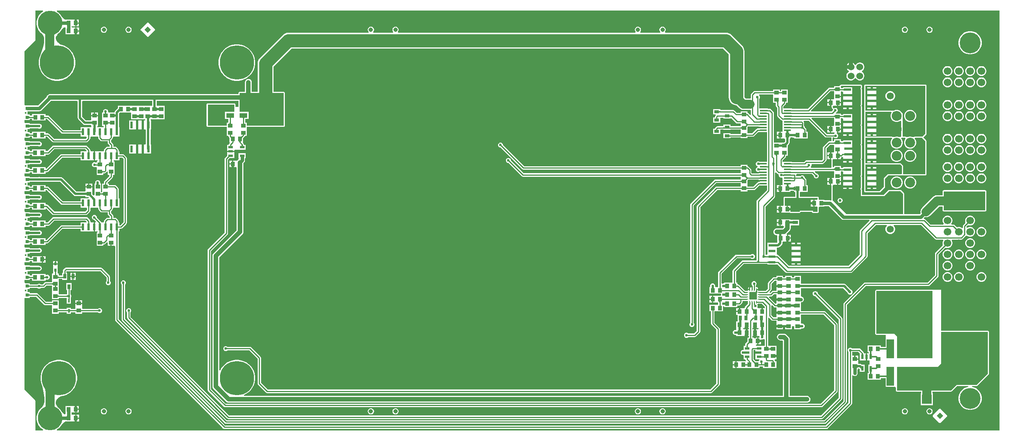
<source format=gbl>
G04*
G04 #@! TF.GenerationSoftware,Altium Limited,Altium Designer,25.4.2 (15)*
G04*
G04 Layer_Physical_Order=2*
G04 Layer_Color=15238730*
%FSLAX44Y44*%
%MOMM*%
G71*
G04*
G04 #@! TF.SameCoordinates,6164A7E8-02EB-4E8E-94B8-B95099DD165E*
G04*
G04*
G04 #@! TF.FilePolarity,Positive*
G04*
G01*
G75*
%ADD29R,0.6500X1.0500*%
%ADD33C,0.8000*%
%ADD34C,2.0000*%
%ADD35C,1.0160*%
%ADD36C,0.2540*%
%ADD37C,0.7620*%
%ADD38C,0.5080*%
%ADD39C,0.5000*%
%ADD40C,1.0000*%
%ADD41C,5.5000*%
%ADD43C,1.7000*%
%ADD44C,0.6000*%
%ADD46C,1.5240*%
%ADD47O,3.0000X4.0000*%
%ADD49C,1.5700*%
%ADD50C,0.9700*%
%ADD51R,0.9500X1.0000*%
%ADD52R,0.9000X1.0000*%
%ADD53R,2.1500X2.2000*%
%ADD54R,1.8000X1.1000*%
%ADD55R,1.0000X0.9000*%
%ADD56R,7.6200X4.2700*%
%ADD57R,1.6800X4.2700*%
%ADD58R,2.2000X2.1500*%
%ADD59R,1.0500X0.6500*%
%ADD60R,1.5500X0.6000*%
%ADD61R,0.4000X0.4000*%
%ADD62R,0.7000X0.8000*%
%ADD63R,0.6400X1.0200*%
%ADD64R,0.6000X1.1000*%
%ADD65R,1.1000X0.6000*%
%ADD66R,2.4750X0.5250*%
%ADD67R,3.0000X0.8500*%
%ADD68R,1.2500X0.7000*%
%ADD69R,1.3500X0.7000*%
G04:AMPARAMS|DCode=70|XSize=0.6mm|YSize=0.24mm|CornerRadius=0.06mm|HoleSize=0mm|Usage=FLASHONLY|Rotation=0.000|XOffset=0mm|YOffset=0mm|HoleType=Round|Shape=RoundedRectangle|*
%AMROUNDEDRECTD70*
21,1,0.6000,0.1200,0,0,0.0*
21,1,0.4800,0.2400,0,0,0.0*
1,1,0.1200,0.2400,-0.0600*
1,1,0.1200,-0.2400,-0.0600*
1,1,0.1200,-0.2400,0.0600*
1,1,0.1200,0.2400,0.0600*
%
%ADD70ROUNDEDRECTD70*%
G04:AMPARAMS|DCode=71|XSize=0.6mm|YSize=0.24mm|CornerRadius=0.06mm|HoleSize=0mm|Usage=FLASHONLY|Rotation=270.000|XOffset=0mm|YOffset=0mm|HoleType=Round|Shape=RoundedRectangle|*
%AMROUNDEDRECTD71*
21,1,0.6000,0.1200,0,0,270.0*
21,1,0.4800,0.2400,0,0,270.0*
1,1,0.1200,-0.0600,-0.2400*
1,1,0.1200,-0.0600,0.2400*
1,1,0.1200,0.0600,0.2400*
1,1,0.1200,0.0600,-0.2400*
%
%ADD71ROUNDEDRECTD71*%
%ADD72R,1.6800X1.6800*%
%ADD73R,1.0500X0.6000*%
%ADD74R,1.5500X0.4000*%
%ADD75R,0.6000X1.5500*%
%ADD76P,1.4142X4X180.0*%
%ADD77R,0.4600X0.8400*%
%ADD78R,0.5000X0.7500*%
%ADD79R,1.0000X0.9500*%
%ADD80C,3.0000*%
%ADD81C,0.3000*%
%ADD82C,0.4064*%
%ADD83C,0.6000*%
%ADD84C,4.7000*%
%ADD85C,7.7000*%
%ADD86C,2.2000*%
G36*
X2134391Y-27910D02*
X15868D01*
X15380Y-25878D01*
X15744Y-25693D01*
X19570Y-22913D01*
X22913Y-19570D01*
X25693Y-15744D01*
X26137Y-14872D01*
X27199Y-13718D01*
X29122Y-11877D01*
X31027Y-10299D01*
X32910Y-8981D01*
X34770Y-7918D01*
X35621Y-7540D01*
X48678D01*
X50710Y-7540D01*
X51322Y-7540D01*
X56730D01*
Y-0D01*
Y7540D01*
X51322D01*
X49290Y7540D01*
X48596Y8234D01*
Y10565D01*
X49040Y12460D01*
X50960D01*
X51072Y12460D01*
X56730D01*
Y20000D01*
Y27540D01*
X51072D01*
X50960Y27540D01*
X49040D01*
X48928Y27540D01*
X34960D01*
Y12460D01*
X35404D01*
Y9896D01*
X33372Y8717D01*
X32910Y8981D01*
X31027Y10299D01*
X29122Y11877D01*
X27199Y13718D01*
X26137Y14872D01*
X25693Y15744D01*
X22913Y19570D01*
X19570Y22913D01*
X18213Y23899D01*
X17584Y24677D01*
X16292Y26568D01*
X15174Y28535D01*
X14230Y30581D01*
X13456Y32710D01*
X12853Y34925D01*
X12709Y35695D01*
X12768Y36036D01*
X13618Y38737D01*
X14792Y41153D01*
X16292Y43304D01*
X18130Y45210D01*
X20325Y46883D01*
X22897Y48325D01*
X25242Y49279D01*
X29610Y49970D01*
X35754Y51967D01*
X41510Y54900D01*
X46736Y58696D01*
X51304Y63264D01*
X55101Y68490D01*
X58033Y74246D01*
X60030Y80390D01*
X61040Y86770D01*
Y93230D01*
X60030Y99610D01*
X58033Y105754D01*
X55101Y111510D01*
X51304Y116736D01*
X46736Y121304D01*
X41510Y125100D01*
X35754Y128033D01*
X29610Y130029D01*
X23230Y131040D01*
X16770D01*
X10390Y130029D01*
X4246Y128033D01*
X-1510Y125100D01*
X-6736Y121304D01*
X-11303Y116736D01*
X-15101Y111510D01*
X-18033Y105754D01*
X-20029Y99610D01*
X-21040Y93230D01*
Y86770D01*
X-20029Y80390D01*
X-18033Y74246D01*
X-17190Y72590D01*
X-16340Y69360D01*
X-13732Y56243D01*
X-13141Y51903D01*
X-12648Y45303D01*
Y36019D01*
X-12853Y34925D01*
X-13456Y32710D01*
X-14230Y30581D01*
X-15174Y28535D01*
X-16292Y26568D01*
X-17584Y24677D01*
X-18213Y23899D01*
X-19570Y22913D01*
X-22913Y19570D01*
X-25693Y15744D01*
X-27839Y11531D01*
X-29300Y7034D01*
X-30040Y2364D01*
Y-2364D01*
X-29300Y-7034D01*
X-27839Y-11531D01*
X-25693Y-15744D01*
X-22913Y-19570D01*
X-19570Y-22913D01*
X-15744Y-25693D01*
X-15380Y-25878D01*
X-15868Y-27910D01*
X-32410D01*
Y38000D01*
X-32608Y38991D01*
X-33169Y39831D01*
X-57410Y64073D01*
X-57410Y268478D01*
X-57290Y270460D01*
X-45210D01*
Y273115D01*
X-30921D01*
X-13059Y255253D01*
X-11798Y254411D01*
X-10312Y254115D01*
X4960D01*
Y251072D01*
X4960Y250960D01*
Y249040D01*
X4960Y248928D01*
Y234960D01*
X20040D01*
Y238115D01*
X37660D01*
Y234360D01*
X47340D01*
Y238115D01*
X57460D01*
Y234710D01*
X72540D01*
Y238115D01*
X107550D01*
X108362Y237303D01*
X110398Y236460D01*
X112602D01*
X114638Y237303D01*
X116197Y238862D01*
X117040Y240898D01*
Y243102D01*
X116197Y245138D01*
X114638Y246697D01*
X112602Y247540D01*
X110398D01*
X108362Y246697D01*
X107550Y245885D01*
X73977D01*
X72540Y247321D01*
X72540Y250710D01*
X72540Y251322D01*
Y256730D01*
X65000D01*
X57460D01*
Y251322D01*
X57460Y249290D01*
X57460Y248678D01*
Y245885D01*
X47340D01*
Y247840D01*
X37660D01*
Y245885D01*
X20040D01*
Y248928D01*
X20040Y249040D01*
Y250960D01*
X20040Y251072D01*
Y265040D01*
X4960D01*
Y261885D01*
X-8703D01*
X-26565Y279747D01*
X-27825Y280589D01*
X-29312Y280885D01*
X-45210D01*
Y283540D01*
X-50210D01*
Y290460D01*
X-45210D01*
Y293144D01*
X-28061D01*
X-27249Y292333D01*
X-25213Y291489D01*
X-23009D01*
X-20973Y292333D01*
X-20161Y293144D01*
X-14327D01*
X-12841Y293440D01*
X-11580Y294282D01*
X-7747Y298115D01*
X4960D01*
Y283572D01*
X4960Y283460D01*
Y281540D01*
X4960Y281428D01*
Y267460D01*
X20040D01*
Y270615D01*
X37660D01*
Y257160D01*
X47340D01*
Y270640D01*
X47340Y270640D01*
X47596Y272566D01*
X48040Y273637D01*
Y275841D01*
X47197Y277877D01*
X46385Y278689D01*
Y288210D01*
X48290D01*
Y303790D01*
X36710D01*
Y288210D01*
X38615D01*
Y278689D01*
X38311Y278385D01*
X20040D01*
Y281428D01*
X20040Y281540D01*
Y283460D01*
X20040Y283572D01*
Y294960D01*
Y308928D01*
X20040Y309040D01*
Y310960D01*
X20040Y311072D01*
Y313115D01*
X27210D01*
Y311210D01*
X38790D01*
Y326790D01*
X36885D01*
Y329891D01*
X37609Y330615D01*
X112891D01*
X127115Y316391D01*
Y308450D01*
X126303Y307638D01*
X125460Y305602D01*
Y303398D01*
X126303Y301362D01*
X127862Y299803D01*
X129898Y298960D01*
X132102D01*
X134138Y299803D01*
X135697Y301362D01*
X136540Y303398D01*
Y305602D01*
X135697Y307638D01*
X134885Y308450D01*
Y318000D01*
X134589Y319487D01*
X133747Y320747D01*
X117247Y337247D01*
X115987Y338089D01*
X114500Y338385D01*
X36000D01*
X34513Y338089D01*
X33253Y337247D01*
X30253Y334247D01*
X29411Y332987D01*
X29115Y331500D01*
Y326790D01*
X27210D01*
Y320885D01*
X20040D01*
Y325040D01*
X18414D01*
X17540Y326710D01*
Y338678D01*
X17540Y340710D01*
X17540Y341322D01*
Y345730D01*
X12500D01*
X7460D01*
Y341322D01*
X7460Y339290D01*
X7460Y338678D01*
Y326710D01*
X6586Y325040D01*
X4960D01*
Y311072D01*
X4960Y310960D01*
Y309040D01*
X4960Y308928D01*
Y305885D01*
X-9356D01*
X-10843Y305589D01*
X-12103Y304747D01*
X-15936Y300914D01*
X-20161D01*
X-20973Y301726D01*
X-23009Y302569D01*
X-25213D01*
X-27249Y301726D01*
X-28061Y300914D01*
X-45210D01*
Y303540D01*
X-55378D01*
X-57410Y305522D01*
Y308478D01*
X-57290Y310460D01*
X-45210D01*
Y313115D01*
X-40090D01*
Y309460D01*
X-26122D01*
X-26010Y309460D01*
X-24090D01*
X-23978Y309460D01*
X-10010D01*
Y310520D01*
X-7978Y311823D01*
X-7102Y311460D01*
X-4898D01*
X-2862Y312303D01*
X-1303Y313862D01*
X-460Y315898D01*
Y318102D01*
X-1303Y320138D01*
X-2862Y321697D01*
X-4898Y322540D01*
X-7102D01*
X-7978Y322177D01*
X-10010Y323480D01*
Y324540D01*
X-23978D01*
X-24090Y324540D01*
X-26010D01*
X-26122Y324540D01*
X-40090D01*
Y320885D01*
X-45210D01*
Y323540D01*
X-50210D01*
Y330460D01*
X-45210D01*
Y331352D01*
X-24050D01*
X-23504Y331460D01*
X-22948D01*
X-22434Y331673D01*
X-21888Y331782D01*
X-21426Y332090D01*
X-20912Y332303D01*
X-20519Y332697D01*
X-20056Y333006D01*
X-19747Y333469D01*
X-19353Y333862D01*
X-19140Y334376D01*
X-18831Y334838D01*
X-18723Y335384D01*
X-18510Y335898D01*
Y336454D01*
X-18401Y337000D01*
X-18510Y337546D01*
Y338102D01*
X-18723Y338616D01*
X-18831Y339162D01*
X-19140Y339624D01*
X-19353Y340138D01*
X-19747Y340532D01*
X-20056Y340994D01*
X-20519Y341303D01*
X-20912Y341697D01*
X-21426Y341909D01*
X-21888Y342219D01*
X-22434Y342327D01*
X-22948Y342540D01*
X-23504D01*
X-24050Y342649D01*
X-45210D01*
Y343540D01*
X-55378D01*
X-57410Y345522D01*
Y348478D01*
X-57290Y350460D01*
X-45210D01*
Y353115D01*
X-40090D01*
Y349460D01*
X-26122D01*
X-26010Y349460D01*
X-24090D01*
X-23978Y349460D01*
X-18320D01*
Y357000D01*
Y364540D01*
X-23978D01*
X-24090Y364540D01*
X-26010D01*
X-26122Y364540D01*
X-40090D01*
Y360885D01*
X-45210D01*
Y363540D01*
X-50210D01*
Y370460D01*
X-45210D01*
Y371861D01*
X-26120D01*
X-25152Y371460D01*
X-22948D01*
X-20912Y372303D01*
X-19353Y373862D01*
X-18510Y375898D01*
Y378102D01*
X-19353Y380138D01*
X-20912Y381697D01*
X-22948Y382540D01*
X-25152D01*
X-26121Y382138D01*
X-45210D01*
Y383540D01*
X-55378D01*
X-57410Y385522D01*
Y388478D01*
X-57290Y390460D01*
X-45210D01*
Y393115D01*
X-40090D01*
Y389460D01*
X-26122D01*
X-26010Y389460D01*
X-24090D01*
X-23978Y389460D01*
X-10010D01*
Y393115D01*
X-6270D01*
X-4783Y393411D01*
X-3523Y394253D01*
X28340Y426115D01*
X68710D01*
Y419710D01*
X79378D01*
X79790Y419710D01*
X81410D01*
X81822Y419710D01*
X92078D01*
X92490Y419710D01*
X94110D01*
X94522Y419710D01*
X98380D01*
Y430000D01*
Y440290D01*
X94522D01*
X94110Y440290D01*
X92490D01*
X90835Y441807D01*
Y443303D01*
X90539Y444789D01*
X89697Y446050D01*
X84740Y451007D01*
X83480Y451849D01*
X81993Y452144D01*
X8271D01*
X6784Y451849D01*
X5524Y451007D01*
X-4703Y440780D01*
X-10010D01*
Y444540D01*
X-23978D01*
X-24090Y444540D01*
X-26010D01*
X-26122Y444540D01*
X-40090D01*
Y440885D01*
X-45210D01*
Y443540D01*
X-50210D01*
Y450460D01*
X-45210D01*
Y451861D01*
X-26120D01*
X-25152Y451460D01*
X-22948D01*
X-20912Y452303D01*
X-19353Y453862D01*
X-18510Y455898D01*
Y458102D01*
X-19353Y460138D01*
X-20912Y461697D01*
X-22948Y462540D01*
X-25152D01*
X-26121Y462138D01*
X-45210D01*
Y463540D01*
X-55378D01*
X-57410Y465522D01*
Y468478D01*
X-57290Y470460D01*
X-45210D01*
Y473115D01*
X-40090D01*
Y469460D01*
X-26010D01*
Y469460D01*
X-24090D01*
Y469460D01*
X-10010D01*
Y470830D01*
X-7978Y471672D01*
X5349Y458345D01*
X6609Y457503D01*
X8095Y457207D01*
X81092D01*
X82579Y457503D01*
X83839Y458345D01*
X89697Y464203D01*
X90539Y465463D01*
X90835Y466950D01*
Y472801D01*
X92490Y473710D01*
X94110D01*
Y473710D01*
X104778D01*
X105190Y473710D01*
X106810D01*
X108465Y472193D01*
Y471000D01*
X108761Y469513D01*
X109603Y468253D01*
X113603Y464253D01*
X114863Y463411D01*
X116350Y463115D01*
X129565D01*
Y459900D01*
X129861Y458413D01*
X130703Y457153D01*
X134465Y453391D01*
Y450885D01*
X129350D01*
X127863Y450589D01*
X126603Y449747D01*
X122303Y445447D01*
X121461Y444187D01*
X121165Y442700D01*
Y441807D01*
X119510Y440290D01*
X117890D01*
X117478Y440290D01*
X115998D01*
X115939Y440585D01*
X115097Y441846D01*
X105271Y451672D01*
Y452820D01*
X104427Y454856D01*
X102869Y456415D01*
X100833Y457258D01*
X98629D01*
X96592Y456415D01*
X95034Y454856D01*
X94191Y452820D01*
Y450616D01*
X95034Y448580D01*
X96592Y447022D01*
X98629Y446178D01*
X99777D01*
X103633Y442322D01*
X102791Y440290D01*
X100920D01*
Y430000D01*
Y419710D01*
X104778D01*
X105190Y419710D01*
X106810D01*
X106981Y419572D01*
X106264Y417540D01*
X104960D01*
Y403572D01*
X104960Y403460D01*
Y401540D01*
X104960Y401428D01*
Y387460D01*
X120040D01*
Y390615D01*
X121397D01*
X122883Y390911D01*
X124144Y391753D01*
X127928Y395538D01*
X129960Y394696D01*
Y387460D01*
X136230D01*
Y394500D01*
X138770D01*
Y387460D01*
X144533D01*
X145040Y387460D01*
X146565Y386237D01*
Y221050D01*
X146861Y219563D01*
X147703Y218303D01*
X389253Y-23247D01*
X390513Y-24089D01*
X392000Y-24385D01*
X1745250D01*
X1746737Y-24089D01*
X1747997Y-23247D01*
X1801497Y30253D01*
X1802339Y31513D01*
X1802635Y33000D01*
Y95441D01*
X1802987Y95723D01*
X1804667Y96341D01*
X1806272Y95268D01*
X1808750Y94776D01*
X1811228Y95268D01*
X1813328Y96672D01*
X1814732Y98772D01*
X1815224Y101250D01*
Y109710D01*
X1816290D01*
Y111820D01*
X1818355D01*
X1819960Y110215D01*
Y103960D01*
X1831040D01*
Y120040D01*
X1824785D01*
X1824162Y120662D01*
X1822482Y121785D01*
X1820500Y122179D01*
X1816290D01*
Y124290D01*
X1816290D01*
Y125710D01*
X1816290D01*
Y131730D01*
X1808750D01*
Y133000D01*
X1807480D01*
Y140290D01*
X1802635D01*
Y148800D01*
X1802700Y148865D01*
X1816891D01*
X1819960Y145796D01*
Y129960D01*
X1833730D01*
Y129991D01*
X1833730D01*
X1833717Y130473D01*
X1833679Y130906D01*
X1833616Y131289D01*
X1833527Y131621D01*
X1833412Y131903D01*
X1833273Y132135D01*
X1833108Y132317D01*
X1832917Y132448D01*
X1832701Y132530D01*
X1832460Y132561D01*
X1833730D01*
Y138000D01*
Y146040D01*
X1829327D01*
X1829089Y147237D01*
X1828247Y148497D01*
X1821247Y155497D01*
X1819987Y156339D01*
X1818500Y156635D01*
X1802700D01*
X1801888Y157447D01*
X1799852Y158290D01*
X1797648D01*
X1795612Y157447D01*
X1794053Y155888D01*
X1793210Y153852D01*
Y151648D01*
X1794053Y149612D01*
X1794865Y148800D01*
Y34609D01*
X1743641Y-16615D01*
X393609D01*
X154335Y222659D01*
Y419710D01*
X155990D01*
Y426115D01*
X159734D01*
X161221Y426411D01*
X162481Y427253D01*
X171765Y436537D01*
X172607Y437798D01*
X172903Y439284D01*
Y584785D01*
X172607Y586271D01*
X171765Y587532D01*
X166550Y592747D01*
X165290Y593589D01*
X163803Y593885D01*
X155990D01*
Y600290D01*
X154335D01*
Y603000D01*
X154039Y604487D01*
X153197Y605747D01*
X149197Y609747D01*
X147937Y610589D01*
X146450Y610885D01*
X142235D01*
Y615000D01*
X141939Y616487D01*
X141097Y617747D01*
X137335Y621509D01*
Y625391D01*
X140497Y628553D01*
X141339Y629813D01*
X141635Y631300D01*
Y632193D01*
X143290Y633710D01*
X144910D01*
X145322Y633710D01*
X155990D01*
Y654290D01*
X155630D01*
Y680500D01*
Y685675D01*
X157291Y687337D01*
X157563Y687460D01*
X166428D01*
X166540Y687460D01*
X168460D01*
X168572Y687460D01*
X180809D01*
X182460Y686540D01*
X182460Y685626D01*
Y672460D01*
X214167D01*
X214444Y671800D01*
X214203Y671072D01*
X213082Y669790D01*
X211350D01*
Y659500D01*
Y649210D01*
X213779D01*
X214390Y649210D01*
X215811Y647767D01*
Y617233D01*
X214390Y615790D01*
X213779Y615790D01*
X211350D01*
Y605500D01*
Y595210D01*
X213978D01*
X214390Y595210D01*
X216010D01*
X216422Y595210D01*
X227090D01*
Y615790D01*
X226089D01*
Y649210D01*
X227090D01*
Y669790D01*
X226089D01*
Y672460D01*
X257540D01*
Y686428D01*
X257540Y686540D01*
Y688460D01*
X257540Y688572D01*
Y702540D01*
X240180D01*
Y713895D01*
X423410D01*
Y700500D01*
X416590D01*
Y705750D01*
X416393Y706741D01*
X415831Y707581D01*
X414991Y708143D01*
X414000Y708340D01*
X354750D01*
X353759Y708143D01*
X352919Y707581D01*
X352357Y706741D01*
X352160Y705750D01*
Y658000D01*
X352357Y657009D01*
X352919Y656169D01*
X353759Y655607D01*
X354750Y655410D01*
X397460D01*
Y650960D01*
X397460D01*
Y649040D01*
X397460D01*
Y634960D01*
X401115D01*
Y634500D01*
X401411Y633013D01*
X402253Y631753D01*
X403710Y630296D01*
Y620960D01*
X403710D01*
X404371Y619365D01*
X403253Y618247D01*
X402411Y616987D01*
X402115Y615500D01*
Y615040D01*
X397960D01*
Y603960D01*
Y601270D01*
X414040D01*
Y602566D01*
X415298Y603960D01*
X415298Y603960D01*
X415298Y603960D01*
X440040D01*
Y615040D01*
X435885D01*
Y615250D01*
X435589Y616737D01*
X434747Y617997D01*
X433556Y619188D01*
X434290Y620960D01*
X434290D01*
Y630296D01*
X437747Y633753D01*
X438553Y634960D01*
X442540D01*
Y649040D01*
X442540D01*
Y650960D01*
X442540D01*
Y655410D01*
X525500D01*
X526491Y655607D01*
X527331Y656169D01*
X527893Y657009D01*
X528090Y658000D01*
Y731500D01*
X527893Y732491D01*
X527331Y733331D01*
X526491Y733893D01*
X525500Y734090D01*
X502125D01*
Y790949D01*
X543050Y831875D01*
X1512200D01*
X1525375Y818699D01*
Y721500D01*
X1525714Y718062D01*
X1526717Y714755D01*
X1528345Y711708D01*
X1530537Y709037D01*
X1533208Y706845D01*
X1536255Y705217D01*
X1539562Y704214D01*
X1542243Y703950D01*
X1543037Y703463D01*
X1543413Y703200D01*
X1549556Y697057D01*
X1549556Y697056D01*
X1552176Y695046D01*
X1555226Y693783D01*
X1558500Y693352D01*
X1558500Y693352D01*
X1573857D01*
X1575078Y692280D01*
Y683289D01*
X1574485Y682827D01*
X1573143Y682351D01*
X1569747Y685747D01*
X1568487Y686589D01*
X1567540Y686777D01*
Y690290D01*
X1552460D01*
Y686885D01*
X1543451D01*
X1538089Y692247D01*
X1536828Y693089D01*
X1535342Y693385D01*
X1506290D01*
Y695290D01*
X1490710D01*
Y683710D01*
X1495343D01*
X1496184Y681678D01*
X1495753Y681247D01*
X1494911Y679987D01*
X1494615Y678500D01*
Y676290D01*
X1490710D01*
Y664710D01*
X1506290D01*
Y676115D01*
X1513710D01*
Y674210D01*
X1529290D01*
Y674240D01*
X1531322Y675081D01*
X1542150Y664253D01*
X1543410Y663411D01*
X1544897Y663115D01*
X1552460D01*
Y656885D01*
X1529290D01*
Y660290D01*
X1513710D01*
Y656885D01*
X1500211D01*
X1498725Y656589D01*
X1497465Y655747D01*
X1495753Y654035D01*
X1494911Y652775D01*
X1494615Y651289D01*
Y650790D01*
X1490710D01*
Y639210D01*
X1506290D01*
Y649115D01*
X1513710D01*
Y648710D01*
X1529290D01*
Y649115D01*
X1552460D01*
Y645710D01*
X1552460D01*
Y644290D01*
X1552460D01*
Y639385D01*
X1529290D01*
Y641290D01*
X1513710D01*
Y629710D01*
X1529290D01*
Y631615D01*
X1552460D01*
Y629710D01*
X1567540D01*
Y633115D01*
X1579500D01*
X1580987Y633411D01*
X1582247Y634253D01*
X1590839Y642846D01*
X1592710Y643235D01*
Y643235D01*
X1611242D01*
Y576765D01*
X1595070D01*
X1594901Y576934D01*
X1592865Y577777D01*
X1590661D01*
X1588624Y576934D01*
X1587066Y575376D01*
X1586223Y573340D01*
Y571135D01*
X1587066Y569099D01*
X1588624Y567541D01*
X1590070Y566942D01*
Y564820D01*
X1588624Y564222D01*
X1587066Y562663D01*
X1586223Y560627D01*
Y558423D01*
X1587066Y556387D01*
X1588624Y554828D01*
X1590661Y553985D01*
X1592710D01*
Y550710D01*
X1577534D01*
X1576135Y552109D01*
Y558250D01*
X1575839Y559737D01*
X1574997Y560997D01*
X1570247Y565747D01*
X1568987Y566589D01*
X1567540Y566877D01*
Y570290D01*
X1552460D01*
Y566885D01*
X1065537D01*
X1018040Y614382D01*
Y615530D01*
X1017197Y617566D01*
X1015638Y619125D01*
X1013602Y619968D01*
X1011398D01*
X1009362Y619125D01*
X1007803Y617566D01*
X1006960Y615530D01*
Y613326D01*
X1007803Y611290D01*
X1009362Y609731D01*
X1011398Y608888D01*
X1012546D01*
X1061181Y560253D01*
X1062441Y559411D01*
X1063928Y559115D01*
X1552460D01*
Y555710D01*
X1552460D01*
Y554290D01*
X1552460D01*
Y550885D01*
X1064680D01*
X1035611Y579954D01*
Y581102D01*
X1034767Y583138D01*
X1033209Y584697D01*
X1031172Y585540D01*
X1028969D01*
X1026932Y584697D01*
X1025374Y583138D01*
X1024530Y581102D01*
Y578898D01*
X1025374Y576862D01*
X1026932Y575303D01*
X1028969Y574460D01*
X1030117D01*
X1060324Y544253D01*
X1061584Y543411D01*
X1063071Y543115D01*
X1552460D01*
Y536885D01*
X1495750D01*
X1494263Y536589D01*
X1493003Y535747D01*
X1440003Y482747D01*
X1439161Y481487D01*
X1438865Y480000D01*
Y214700D01*
X1438053Y213888D01*
X1437210Y211852D01*
Y209648D01*
X1438053Y207612D01*
X1439612Y206053D01*
X1441648Y205210D01*
X1443852D01*
X1445888Y206053D01*
X1447447Y207612D01*
X1448290Y209648D01*
Y211852D01*
X1447447Y213888D01*
X1446635Y214700D01*
Y478391D01*
X1497359Y529115D01*
X1552460D01*
Y525710D01*
X1552460D01*
Y524290D01*
X1552460D01*
Y520885D01*
X1498204D01*
X1496718Y520589D01*
X1495457Y519747D01*
X1454753Y479043D01*
X1453911Y477782D01*
X1453615Y476296D01*
Y217517D01*
Y196364D01*
X1447512Y190261D01*
X1434441D01*
X1433629Y191073D01*
X1431593Y191916D01*
X1429389D01*
X1427352Y191073D01*
X1425794Y189514D01*
X1424951Y187478D01*
Y185274D01*
X1425794Y183238D01*
X1427352Y181679D01*
X1429389Y180836D01*
X1431593D01*
X1433629Y181679D01*
X1434441Y182491D01*
X1449121D01*
X1450608Y182787D01*
X1451868Y183629D01*
X1460247Y192008D01*
X1461089Y193268D01*
X1461385Y194755D01*
Y217517D01*
Y474687D01*
X1499813Y513115D01*
X1552460D01*
Y509710D01*
X1567540D01*
Y513115D01*
X1582000D01*
X1583487Y513411D01*
X1584747Y514253D01*
X1593729Y523235D01*
X1611242D01*
Y512951D01*
X1589020Y490728D01*
X1588177Y489468D01*
X1587882Y487982D01*
Y354835D01*
X1557679D01*
X1556193Y354539D01*
X1554932Y353697D01*
X1535253Y334018D01*
X1534411Y332757D01*
X1534115Y331271D01*
Y305040D01*
X1530960D01*
Y305040D01*
X1529040D01*
Y305040D01*
X1514960D01*
Y303099D01*
X1514872Y303040D01*
X1512668D01*
X1511417Y302522D01*
X1509385Y303605D01*
Y324891D01*
X1544259Y359765D01*
X1574800D01*
X1575612Y358953D01*
X1577648Y358110D01*
X1579852D01*
X1581888Y358953D01*
X1583447Y360512D01*
X1584290Y362548D01*
Y364752D01*
X1583447Y366788D01*
X1581888Y368347D01*
X1579852Y369190D01*
X1577648D01*
X1575612Y368347D01*
X1574800Y367535D01*
X1542650D01*
X1541163Y367239D01*
X1539903Y366397D01*
X1502753Y329247D01*
X1501911Y327987D01*
X1501615Y326500D01*
Y295040D01*
X1498572D01*
X1498460Y295040D01*
X1496540D01*
X1495040Y296398D01*
Y298602D01*
X1494197Y300638D01*
X1492638Y302197D01*
X1490602Y303040D01*
X1488398D01*
X1486362Y302197D01*
X1484803Y300638D01*
X1483960Y298602D01*
Y296398D01*
X1482460Y295040D01*
X1482460D01*
Y279960D01*
X1496428D01*
X1496540Y279960D01*
X1498460D01*
X1498572Y279960D01*
X1507323D01*
X1508230Y278602D01*
Y276696D01*
X1506760Y275040D01*
X1498822D01*
X1496790Y275040D01*
X1496178Y275040D01*
X1490770D01*
Y267500D01*
Y259960D01*
X1496178D01*
X1498210Y259960D01*
X1498822Y259960D01*
X1501615D01*
Y255290D01*
X1498572D01*
X1498460Y255290D01*
X1496540D01*
X1496428Y255290D01*
X1482460D01*
Y240210D01*
X1485615D01*
Y212750D01*
X1485911Y211263D01*
X1486753Y210003D01*
X1497615Y199141D01*
Y78109D01*
X1483641Y64135D01*
X489855D01*
X474385Y79605D01*
Y135500D01*
X474089Y136987D01*
X473247Y138247D01*
X452247Y159247D01*
X450987Y160089D01*
X449500Y160385D01*
X398950D01*
X398138Y161197D01*
X396102Y162040D01*
X393898D01*
X391862Y161197D01*
X390303Y159638D01*
X389460Y157602D01*
Y155398D01*
X390303Y153362D01*
X391862Y151803D01*
X393898Y150960D01*
X396102D01*
X398138Y151803D01*
X398950Y152615D01*
X447891D01*
X466615Y133891D01*
Y77996D01*
X466911Y76509D01*
X467753Y75249D01*
X485499Y57503D01*
X486759Y56661D01*
X488246Y56365D01*
X1485250D01*
X1486737Y56661D01*
X1487997Y57503D01*
X1504247Y73753D01*
X1505089Y75013D01*
X1505385Y76500D01*
Y200750D01*
X1505089Y202237D01*
X1504247Y203497D01*
X1493385Y214359D01*
Y240210D01*
X1496428D01*
X1496540Y240210D01*
X1498460D01*
X1498572Y240210D01*
X1512540D01*
Y251875D01*
X1512668Y251960D01*
X1514872D01*
X1514960Y251901D01*
Y249960D01*
X1529040D01*
Y249960D01*
X1530960D01*
Y249960D01*
X1545040D01*
Y253615D01*
X1549000D01*
X1550487Y253911D01*
X1551747Y254753D01*
X1555247Y258253D01*
X1556089Y259513D01*
X1556385Y261000D01*
Y263615D01*
X1566000D01*
X1566418Y263699D01*
X1566725D01*
X1568439Y263439D01*
X1568698Y261725D01*
Y261418D01*
X1568615Y261000D01*
Y257609D01*
X1562753Y251747D01*
X1561911Y250487D01*
X1561615Y249000D01*
Y248977D01*
X1560179Y247540D01*
X1556790Y247540D01*
X1556178Y247540D01*
X1550770D01*
Y247509D01*
D01*
X1550783Y247027D01*
X1550821Y246595D01*
X1550884Y246214D01*
X1550973Y245884D01*
X1551087Y245604D01*
X1551227Y245376D01*
X1551392Y245198D01*
X1551583Y245071D01*
X1551799Y244995D01*
X1552040Y244970D01*
X1550770D01*
Y240000D01*
X1549500D01*
Y238730D01*
X1542210D01*
Y232460D01*
X1545360D01*
Y217540D01*
X1542210D01*
Y202460D01*
X1542210D01*
X1542306Y202072D01*
X1542210Y200040D01*
X1542210D01*
Y198613D01*
X1541352Y198040D01*
X1539148D01*
X1537112Y197197D01*
X1535553Y195638D01*
X1534710Y193602D01*
Y191398D01*
X1535553Y189362D01*
X1537112Y187803D01*
X1539148Y186960D01*
X1541352D01*
X1542210Y186387D01*
Y184960D01*
X1556178D01*
X1558210Y184960D01*
X1558822Y184960D01*
X1561894D01*
X1560780Y187530D01*
X1564230D01*
Y192500D01*
Y199951D01*
X1562960D01*
X1562922Y200040D01*
X1558822D01*
X1558385Y200040D01*
X1558036Y200381D01*
X1557172Y202072D01*
X1557381Y202460D01*
X1558210D01*
X1558822Y202460D01*
X1561883D01*
X1560780Y205030D01*
X1564230D01*
Y210000D01*
X1566770D01*
Y205030D01*
X1570220D01*
X1569117Y202460D01*
X1570615D01*
Y200040D01*
X1568078D01*
X1568040Y199951D01*
X1566770D01*
Y192500D01*
Y187530D01*
X1570220D01*
X1569106Y184960D01*
X1570615D01*
Y181290D01*
X1567210D01*
Y171954D01*
X1563753Y168497D01*
X1562911Y167237D01*
X1562615Y165750D01*
Y162540D01*
X1558710D01*
Y153112D01*
X1558602Y153040D01*
X1556398D01*
X1554362Y152197D01*
X1552803Y150638D01*
X1551960Y148602D01*
Y146398D01*
X1552803Y144362D01*
X1554362Y142803D01*
X1556398Y141960D01*
X1558602D01*
X1558710Y140083D01*
Y132460D01*
X1562723D01*
X1562911Y131513D01*
X1563753Y130253D01*
X1564589Y129417D01*
X1563811Y127540D01*
X1551072D01*
X1550960Y127540D01*
X1549040D01*
X1548928Y127540D01*
X1543270D01*
Y120000D01*
Y112460D01*
X1548928D01*
X1549040Y112460D01*
X1550960D01*
X1551072Y112460D01*
X1579040D01*
Y112460D01*
X1580960D01*
Y112460D01*
X1581072Y112460D01*
X1595040D01*
Y116115D01*
X1602460D01*
Y112460D01*
X1616540D01*
Y112460D01*
X1618460D01*
Y112460D01*
X1632540D01*
Y127540D01*
X1629385D01*
Y128230D01*
X1629089Y129717D01*
X1628781Y130178D01*
X1629780Y132210D01*
X1632540D01*
Y138230D01*
X1625000D01*
Y140770D01*
X1632540D01*
Y146790D01*
X1632540D01*
Y148210D01*
X1632540D01*
Y162790D01*
X1617460D01*
Y162540D01*
X1613885D01*
Y225248D01*
X1615917Y226090D01*
X1621753Y220253D01*
X1623013Y219411D01*
X1624500Y219115D01*
X1632460D01*
Y215710D01*
X1632460D01*
Y214290D01*
X1632460D01*
Y199710D01*
X1647540D01*
Y207000D01*
X1652460D01*
Y199960D01*
X1667540D01*
Y207000D01*
X1672460D01*
Y199960D01*
X1687540D01*
Y200403D01*
X1689572Y201492D01*
X1689648Y201460D01*
X1691852D01*
X1693888Y202303D01*
X1695447Y203862D01*
X1696290Y205898D01*
Y208102D01*
X1695447Y210138D01*
X1693888Y211697D01*
X1691852Y212540D01*
X1689648D01*
X1689572Y212509D01*
X1689053Y212787D01*
X1687540Y214040D01*
Y215960D01*
X1687540D01*
Y229960D01*
Y233115D01*
X1738391D01*
X1762365Y209141D01*
Y62859D01*
X1731891Y32385D01*
X395359D01*
X362135Y65609D01*
Y375891D01*
X399247Y413003D01*
X400089Y414263D01*
X400385Y415750D01*
Y581891D01*
X403454Y584960D01*
X414040D01*
Y594460D01*
Y598730D01*
X397960D01*
Y590454D01*
X393753Y586247D01*
X392911Y584987D01*
X392615Y583500D01*
Y417359D01*
X355503Y380247D01*
X354661Y378987D01*
X354365Y377500D01*
Y64000D01*
X354661Y62513D01*
X355503Y61253D01*
X391003Y25753D01*
X392263Y24911D01*
X393750Y24615D01*
X1733500D01*
X1734987Y24911D01*
X1736247Y25753D01*
X1768997Y58503D01*
X1769839Y59763D01*
X1770135Y61250D01*
Y210750D01*
X1769839Y212237D01*
X1768997Y213497D01*
X1742747Y239747D01*
X1741487Y240589D01*
X1740000Y240885D01*
X1687540D01*
Y244040D01*
X1687540D01*
Y245960D01*
X1687540D01*
Y260526D01*
X1688000D01*
X1690478Y261018D01*
X1692578Y262422D01*
X1693982Y264522D01*
X1694474Y267000D01*
X1693982Y269478D01*
X1692578Y271578D01*
X1690478Y272982D01*
X1689236Y273229D01*
X1687540Y274040D01*
Y275960D01*
X1687540D01*
Y291821D01*
X1782605D01*
X1792943Y281482D01*
X1793303Y280612D01*
X1794862Y279053D01*
X1796898Y278210D01*
X1799102D01*
X1801138Y279053D01*
X1802697Y280612D01*
X1803540Y282648D01*
Y284852D01*
X1802697Y286888D01*
X1801138Y288447D01*
X1800268Y288807D01*
X1788412Y300662D01*
X1786732Y301785D01*
X1784750Y302180D01*
X1687954D01*
X1687540Y304040D01*
Y305960D01*
X1687540D01*
Y320040D01*
X1672460D01*
Y316885D01*
X1667540D01*
Y320040D01*
X1652460D01*
Y316885D01*
X1647540D01*
Y320290D01*
X1632460D01*
Y316885D01*
X1627250D01*
X1625763Y316589D01*
X1624503Y315747D01*
X1614753Y305997D01*
X1613911Y304737D01*
X1613615Y303250D01*
Y291609D01*
X1608471Y286465D01*
X1599580D01*
X1599178Y286385D01*
X1594000D01*
X1593582Y286301D01*
X1593275D01*
X1591561Y286561D01*
X1591384Y287730D01*
X1587500D01*
Y290270D01*
X1591302D01*
Y291400D01*
X1591058Y292625D01*
X1590364Y293664D01*
X1589325Y294358D01*
X1588100Y294601D01*
X1586900D01*
X1586385Y295025D01*
Y298550D01*
X1587197Y299362D01*
X1588040Y301398D01*
Y303602D01*
X1587197Y305638D01*
X1585638Y307197D01*
X1583602Y308040D01*
X1581398D01*
X1579362Y307197D01*
X1577803Y305638D01*
X1576960Y303602D01*
Y301398D01*
X1577803Y299362D01*
X1578615Y298550D01*
Y295025D01*
X1578100Y294601D01*
X1576900D01*
X1575675Y294358D01*
X1575000Y293907D01*
X1574325Y294358D01*
X1573770Y294468D01*
Y289000D01*
X1572500D01*
Y287730D01*
X1568616D01*
X1568439Y286561D01*
X1566725Y286301D01*
X1566418D01*
X1566000Y286385D01*
X1562243D01*
X1548381Y300247D01*
X1547121Y301089D01*
X1545634Y301385D01*
X1545040D01*
Y305040D01*
X1541885D01*
Y329662D01*
X1559288Y347065D01*
X1612710D01*
Y345410D01*
X1633290D01*
Y345410D01*
X1635322Y345934D01*
X1653503Y327753D01*
X1654763Y326911D01*
X1656250Y326615D01*
X1800000D01*
X1801487Y326911D01*
X1802747Y327753D01*
X1836247Y361253D01*
X1837089Y362513D01*
X1837385Y364000D01*
Y415891D01*
X1856168Y434674D01*
X1879956D01*
X1880798Y432642D01*
X1879818Y431662D01*
X1878389Y429188D01*
X1877650Y426428D01*
Y423572D01*
X1878389Y420812D01*
X1879818Y418338D01*
X1881838Y416318D01*
X1884312Y414889D01*
X1887072Y414150D01*
X1889928D01*
X1892688Y414889D01*
X1895162Y416318D01*
X1897182Y418338D01*
X1898611Y420812D01*
X1899350Y423572D01*
Y426428D01*
X1898611Y429188D01*
X1897182Y431662D01*
X1896202Y432642D01*
X1897044Y434674D01*
X1957332D01*
X1989156Y402850D01*
X1990417Y402008D01*
X1991903Y401712D01*
X2006889D01*
X2007905Y399680D01*
X2006912Y397961D01*
X2006160Y395154D01*
Y392247D01*
X2006526Y390881D01*
X2006489Y390293D01*
X2006375Y389432D01*
X2006226Y388660D01*
X2006066Y388060D01*
X1990253Y372247D01*
X1989411Y370987D01*
X1989115Y369500D01*
Y321609D01*
X1972527Y305020D01*
X1831886D01*
X1830399Y304725D01*
X1829139Y303882D01*
X1784253Y258997D01*
X1783411Y257737D01*
X1783115Y256250D01*
Y38359D01*
X1739891Y-4865D01*
X397609D01*
X168885Y223859D01*
Y300550D01*
X169697Y301362D01*
X170540Y303398D01*
Y305602D01*
X169697Y307638D01*
X168138Y309197D01*
X166102Y310040D01*
X163898D01*
X161862Y309197D01*
X160303Y307638D01*
X159460Y305602D01*
Y303398D01*
X160303Y301362D01*
X161115Y300550D01*
Y222250D01*
X161411Y220763D01*
X162253Y219503D01*
X393253Y-11497D01*
X394513Y-12339D01*
X396000Y-12635D01*
X1741500D01*
X1742987Y-12339D01*
X1744247Y-11497D01*
X1789747Y34003D01*
X1790589Y35263D01*
X1790885Y36750D01*
Y254641D01*
X1833495Y297251D01*
X1974136D01*
X1975622Y297547D01*
X1976882Y298389D01*
X1995747Y317253D01*
X1996589Y318513D01*
X1996885Y320000D01*
Y367891D01*
X2011560Y382566D01*
X2012160Y382726D01*
X2012932Y382875D01*
X2013793Y382989D01*
X2014381Y383026D01*
X2015747Y382660D01*
X2018653D01*
X2021461Y383412D01*
X2023979Y384866D01*
X2026034Y386921D01*
X2027488Y389439D01*
X2028240Y392247D01*
Y395154D01*
X2027488Y397961D01*
X2026495Y399680D01*
X2027511Y401712D01*
X2048275D01*
X2049762Y402008D01*
X2051022Y402850D01*
X2058351Y410179D01*
X2058385Y410229D01*
X2060932Y410555D01*
X2061221Y410266D01*
X2063739Y408812D01*
X2066547Y408060D01*
X2069453D01*
X2072261Y408812D01*
X2074779Y410266D01*
X2076834Y412321D01*
X2078288Y414839D01*
X2079040Y417647D01*
Y420554D01*
X2078288Y423361D01*
X2076834Y425879D01*
X2074779Y427934D01*
X2072261Y429388D01*
X2069453Y430140D01*
X2066547D01*
X2063739Y429388D01*
X2061730Y428228D01*
X2059848Y429011D01*
X2059651Y430658D01*
X2062360Y433366D01*
X2062960Y433526D01*
X2063732Y433675D01*
X2064593Y433789D01*
X2065181Y433826D01*
X2066547Y433460D01*
X2069453D01*
X2072261Y434212D01*
X2074779Y435666D01*
X2076834Y437721D01*
X2078288Y440239D01*
X2079040Y443047D01*
Y445953D01*
X2078288Y448761D01*
X2076834Y451279D01*
X2074779Y453334D01*
X2072261Y454788D01*
X2069453Y455540D01*
X2066547D01*
X2063739Y454788D01*
X2061221Y453334D01*
X2059166Y451279D01*
X2057712Y448761D01*
X2056960Y445953D01*
Y443047D01*
X2057326Y441681D01*
X2057289Y441093D01*
X2057175Y440232D01*
X2057026Y439460D01*
X2056866Y438860D01*
X2052639Y434632D01*
X2051797Y433372D01*
X2051501Y431886D01*
X2051720Y430785D01*
Y428467D01*
X2049688Y427625D01*
X2049379Y427934D01*
X2046861Y429388D01*
X2044053Y430140D01*
X2041147D01*
X2039781Y429774D01*
X2039193Y429811D01*
X2038332Y429925D01*
X2037560Y430075D01*
X2036960Y430234D01*
X2032842Y434352D01*
X2031582Y435194D01*
X2030095Y435490D01*
X2026676D01*
X2025835Y437522D01*
X2026034Y437721D01*
X2027488Y440239D01*
X2028240Y443047D01*
Y445953D01*
X2027488Y448761D01*
X2026034Y451279D01*
X2023979Y453334D01*
X2021461Y454788D01*
X2018653Y455540D01*
X2015747D01*
X2012939Y454788D01*
X2010421Y453334D01*
X2008366Y451279D01*
X2006912Y448761D01*
X2006160Y445953D01*
Y443047D01*
X2006912Y440239D01*
X2008366Y437721D01*
X2008566Y437522D01*
X2007724Y435490D01*
X1978754D01*
X1966997Y447247D01*
X1965737Y448089D01*
X1964656Y448304D01*
X1963660Y450181D01*
X1965757Y452279D01*
X1969000Y451852D01*
X1972274Y452283D01*
X1975324Y453546D01*
X1977944Y455556D01*
X1998739Y476352D01*
X2006110D01*
Y467800D01*
X2006307Y466809D01*
X2006869Y465969D01*
X2007709Y465407D01*
X2008700Y465210D01*
X2101900D01*
X2102891Y465407D01*
X2103731Y465969D01*
X2104293Y466809D01*
X2104490Y467800D01*
Y510200D01*
X2104293Y511191D01*
X2103731Y512031D01*
X2102891Y512593D01*
X2101900Y512790D01*
X2008700D01*
X2007709Y512593D01*
X2006869Y512031D01*
X2006307Y511191D01*
X2006110Y510200D01*
Y501648D01*
X1993500D01*
X1993500Y501648D01*
X1990226Y501217D01*
X1987176Y499954D01*
X1984556Y497944D01*
X1984556Y497944D01*
X1960056Y473444D01*
X1958046Y470824D01*
X1956783Y467774D01*
X1956352Y464500D01*
X1956737Y461571D01*
X1954218Y459052D01*
X1920090D01*
X1920090Y504500D01*
X1919893Y505491D01*
X1919331Y506331D01*
X1912831Y512831D01*
X1912831Y512831D01*
X1911991Y513393D01*
X1911000Y513590D01*
X1885750Y513590D01*
X1884759Y513393D01*
X1883919Y512831D01*
X1873677Y502590D01*
X1824955D01*
Y513088D01*
X1824906Y513338D01*
Y513593D01*
X1824808Y513829D01*
X1824758Y514079D01*
X1824617Y514291D01*
X1824519Y514527D01*
X1824471Y514599D01*
X1824242Y515750D01*
X1824471Y516901D01*
X1824519Y516973D01*
X1824617Y517209D01*
X1824758Y517421D01*
X1824808Y517671D01*
X1824906Y517907D01*
X1824906Y518162D01*
X1824955Y518412D01*
X1824955Y541838D01*
X1824906Y542088D01*
Y542343D01*
X1824808Y542579D01*
X1824758Y542829D01*
X1824617Y543041D01*
X1824519Y543277D01*
X1824471Y543349D01*
X1824242Y544500D01*
X1824471Y545651D01*
X1824519Y545723D01*
X1824617Y545959D01*
X1824758Y546171D01*
X1824808Y546421D01*
X1824906Y546656D01*
Y546912D01*
X1824955Y547162D01*
Y579490D01*
X1824906Y579740D01*
Y579995D01*
X1824808Y580230D01*
X1824758Y580481D01*
X1824617Y580693D01*
X1824519Y580928D01*
X1824471Y581000D01*
X1824242Y582151D01*
X1824471Y583302D01*
X1824519Y583374D01*
X1824617Y583610D01*
X1824758Y583822D01*
X1824808Y584072D01*
X1824906Y584308D01*
Y584563D01*
X1824955Y584813D01*
Y597239D01*
Y612431D01*
X1824906Y612681D01*
Y612936D01*
X1824808Y613171D01*
X1824758Y613422D01*
X1824617Y613634D01*
X1824519Y613869D01*
X1824471Y613941D01*
X1824242Y615092D01*
X1824471Y616244D01*
X1824519Y616315D01*
X1824617Y616551D01*
X1824758Y616763D01*
X1824808Y617013D01*
X1824906Y617249D01*
Y617504D01*
X1824955Y617754D01*
X1824955Y629762D01*
Y642460D01*
Y656352D01*
X1824906Y656602D01*
Y656857D01*
X1824808Y657093D01*
X1824758Y657343D01*
X1824617Y657555D01*
X1824519Y657791D01*
X1824471Y657862D01*
X1824242Y659014D01*
X1824471Y660165D01*
X1824519Y660237D01*
X1824617Y660472D01*
X1824758Y660684D01*
X1824808Y660935D01*
X1824906Y661170D01*
Y661425D01*
X1824955Y661675D01*
Y675615D01*
Y700342D01*
X1824906Y700592D01*
Y700847D01*
X1824808Y701083D01*
X1824758Y701333D01*
X1824617Y701545D01*
X1824519Y701780D01*
X1824471Y701852D01*
X1824242Y703004D01*
X1824471Y704155D01*
X1824519Y704227D01*
X1824617Y704462D01*
X1824758Y704674D01*
X1824808Y704924D01*
X1824906Y705160D01*
X1824906Y705415D01*
X1824955Y705665D01*
X1824955Y738841D01*
X1824906Y739092D01*
Y739347D01*
X1824808Y739582D01*
X1824758Y739833D01*
X1824617Y740044D01*
X1824519Y740280D01*
X1824471Y740352D01*
X1824242Y741503D01*
X1824471Y742654D01*
X1824519Y742726D01*
X1824617Y742962D01*
X1824758Y743174D01*
X1824808Y743424D01*
X1824906Y743660D01*
Y743915D01*
X1824955Y744165D01*
Y747500D01*
X1824758Y748491D01*
X1824197Y749331D01*
X1823357Y749893D01*
X1822366Y750090D01*
X1779350D01*
X1779033Y750027D01*
X1778711Y750010D01*
X1776902Y749550D01*
X1776733Y749469D01*
X1776549Y749433D01*
X1776281Y749253D01*
X1775990Y749115D01*
X1775865Y748975D01*
X1775709Y748871D01*
X1775530Y748603D01*
X1775314Y748363D01*
X1775251Y748187D01*
X1775147Y748031D01*
X1775085Y747715D01*
X1774977Y747411D01*
X1772994Y747040D01*
X1762460D01*
Y743385D01*
X1752335D01*
X1750848Y743089D01*
X1749588Y742247D01*
X1703451Y696110D01*
X1667290D01*
Y696765D01*
X1648135D01*
Y701116D01*
X1653019Y706000D01*
X1653862Y707261D01*
X1654157Y708747D01*
Y709271D01*
X1657813D01*
Y723351D01*
X1657813D01*
Y725271D01*
X1657813D01*
Y739351D01*
X1642733D01*
Y736196D01*
X1640040D01*
Y739613D01*
X1624960D01*
Y736196D01*
X1583811D01*
X1582325Y735900D01*
X1581064Y735058D01*
X1576216Y730210D01*
X1575374Y728950D01*
X1575078Y727463D01*
Y719720D01*
X1573857Y718648D01*
X1563739D01*
X1561300Y721087D01*
X1561037Y721463D01*
X1560625Y722136D01*
Y826000D01*
X1560286Y829438D01*
X1559283Y832745D01*
X1557655Y835792D01*
X1555463Y838463D01*
X1531963Y861963D01*
X1529292Y864155D01*
X1526245Y865783D01*
X1522938Y866786D01*
X1519500Y867125D01*
X1382581D01*
X1381740Y869157D01*
X1382207Y869624D01*
X1383113Y871194D01*
X1383582Y872944D01*
Y874756D01*
X1383113Y876506D01*
X1382207Y878076D01*
X1380926Y879357D01*
X1379356Y880263D01*
X1377606Y880732D01*
X1375794D01*
X1374044Y880263D01*
X1372474Y879357D01*
X1371193Y878076D01*
X1370287Y876506D01*
X1369818Y874756D01*
Y872944D01*
X1370287Y871194D01*
X1371193Y869624D01*
X1371660Y869157D01*
X1370819Y867125D01*
X1327181D01*
X1326340Y869157D01*
X1326807Y869624D01*
X1327713Y871194D01*
X1328182Y872944D01*
Y874756D01*
X1327713Y876506D01*
X1326807Y878076D01*
X1325526Y879357D01*
X1323956Y880263D01*
X1322206Y880732D01*
X1320394D01*
X1318644Y880263D01*
X1317074Y879357D01*
X1315793Y878076D01*
X1314887Y876506D01*
X1314418Y874756D01*
Y872944D01*
X1314887Y871194D01*
X1315793Y869624D01*
X1316261Y869157D01*
X1315419Y867125D01*
X782581D01*
X781740Y869157D01*
X782207Y869624D01*
X783113Y871194D01*
X783582Y872944D01*
Y874756D01*
X783113Y876506D01*
X782207Y878076D01*
X780926Y879357D01*
X779356Y880263D01*
X777606Y880732D01*
X775794D01*
X774044Y880263D01*
X772474Y879357D01*
X771193Y878076D01*
X770287Y876506D01*
X769818Y874756D01*
Y872944D01*
X770287Y871194D01*
X771193Y869624D01*
X771661Y869157D01*
X770819Y867125D01*
X727181D01*
X726339Y869157D01*
X726807Y869624D01*
X727713Y871194D01*
X728182Y872944D01*
Y874756D01*
X727713Y876506D01*
X726807Y878076D01*
X725526Y879357D01*
X723956Y880263D01*
X722206Y880732D01*
X720394D01*
X718644Y880263D01*
X717074Y879357D01*
X715793Y878076D01*
X714887Y876506D01*
X714418Y874756D01*
Y872944D01*
X714887Y871194D01*
X715793Y869624D01*
X716261Y869157D01*
X715419Y867125D01*
X535750D01*
X535750Y867125D01*
X532312Y866786D01*
X529005Y865783D01*
X525958Y864155D01*
X523287Y861963D01*
X472037Y810713D01*
X469846Y808042D01*
X468217Y804995D01*
X467214Y801688D01*
X466875Y798250D01*
Y734090D01*
X453623D01*
Y748732D01*
X453605Y748867D01*
Y755750D01*
X453346Y757718D01*
X452586Y759553D01*
X451378Y761128D01*
X449803Y762336D01*
X447968Y763096D01*
X446000Y763355D01*
X444032Y763096D01*
X442197Y762336D01*
X440622Y761128D01*
X439414Y759553D01*
X438654Y757718D01*
X438395Y755750D01*
Y748750D01*
X438413Y748615D01*
Y734090D01*
X426000D01*
X425009Y733893D01*
X424169Y733331D01*
X423607Y732491D01*
X423410Y731500D01*
Y729105D01*
X450D01*
X-1518Y728846D01*
X-3353Y728086D01*
X-4928Y726878D01*
X-6136Y725303D01*
X-6886Y723493D01*
X-26782Y703596D01*
X-50999D01*
X-51426Y703540D01*
X-55378D01*
X-57410Y705523D01*
X-57410Y824928D01*
X-33169Y849169D01*
X-32608Y850009D01*
X-32411Y851001D01*
Y916910D01*
X-15868D01*
X-15380Y914878D01*
X-15744Y914693D01*
X-19570Y911913D01*
X-22913Y908570D01*
X-25693Y904744D01*
X-27839Y900531D01*
X-29300Y896034D01*
X-30040Y891364D01*
Y886636D01*
X-29300Y881966D01*
X-27839Y877469D01*
X-25693Y873256D01*
X-22913Y869430D01*
X-19570Y866087D01*
X-18290Y865157D01*
X-17668Y864384D01*
X-16380Y862488D01*
X-15266Y860516D01*
X-14324Y858465D01*
X-13553Y856333D01*
X-12951Y854116D01*
X-12748Y853030D01*
Y845035D01*
X-13685Y839830D01*
X-14528Y836356D01*
X-19703Y820327D01*
X-22033Y815754D01*
X-24030Y809610D01*
X-25040Y803230D01*
Y796770D01*
X-24030Y790390D01*
X-22033Y784246D01*
X-19101Y778490D01*
X-15304Y773264D01*
X-10736Y768697D01*
X-5510Y764900D01*
X246Y761967D01*
X6390Y759970D01*
X12770Y758960D01*
X19230D01*
X25610Y759970D01*
X31754Y761967D01*
X37510Y764900D01*
X42736Y768697D01*
X47304Y773264D01*
X51101Y778490D01*
X54033Y784246D01*
X56029Y790390D01*
X57040Y796770D01*
Y803230D01*
X56029Y809610D01*
X54033Y815754D01*
X51101Y821510D01*
X47304Y826736D01*
X42736Y831303D01*
X37510Y835100D01*
X31754Y838033D01*
X25610Y840030D01*
X25342Y840072D01*
X23176Y841209D01*
X20512Y843002D01*
X18231Y844980D01*
X16319Y847143D01*
X14763Y849498D01*
X13552Y852058D01*
X12838Y854336D01*
X13360Y856247D01*
X14136Y858373D01*
X15083Y860415D01*
X16203Y862377D01*
X17498Y864261D01*
X18136Y865045D01*
X19570Y866087D01*
X22913Y869430D01*
X25693Y873256D01*
X26137Y874128D01*
X27199Y875282D01*
X29122Y877123D01*
X31027Y878701D01*
X31890Y879305D01*
X34445Y878933D01*
X34710Y878540D01*
Y863460D01*
X48678D01*
X50710Y863460D01*
X51322Y863460D01*
X56730D01*
Y871000D01*
Y878540D01*
X50171Y878540D01*
X48783Y880362D01*
X49040Y881460D01*
X50960D01*
X51072Y881460D01*
X56730D01*
Y889000D01*
Y896540D01*
X51072D01*
X50960Y896540D01*
X49040D01*
X48928Y896540D01*
X35621D01*
X34770Y896917D01*
X32910Y897981D01*
X31027Y899299D01*
X29122Y900877D01*
X27199Y902718D01*
X26137Y903872D01*
X25693Y904744D01*
X22913Y908570D01*
X19570Y911913D01*
X15744Y914693D01*
X15380Y914878D01*
X15868Y916910D01*
X2134391D01*
Y-27910D01*
D02*
G37*
G36*
X1765031Y736960D02*
X1762491Y738230D01*
Y740770D01*
X1765031Y742040D01*
Y736960D01*
D02*
G37*
G36*
X1785280Y736510D02*
X1782740Y737780D01*
Y740320D01*
X1785280Y741590D01*
Y736510D01*
D02*
G37*
G36*
X1774970Y741349D02*
X1775052Y741133D01*
X1775183Y740942D01*
X1775365Y740777D01*
X1775597Y740638D01*
X1775879Y740523D01*
X1776211Y740434D01*
X1776594Y740371D01*
X1777027Y740333D01*
X1777509Y740320D01*
Y737780D01*
X1777027Y737767D01*
X1776594Y737729D01*
X1776211Y737666D01*
X1775879Y737577D01*
X1775597Y737462D01*
X1775365Y737323D01*
X1775183Y737158D01*
X1775052Y736967D01*
X1774970Y736751D01*
X1774939Y736510D01*
Y741590D01*
X1774970Y741349D01*
D02*
G37*
G36*
X1637495Y734610D02*
X1637571Y734394D01*
X1637698Y734203D01*
X1637876Y734038D01*
X1638105Y733899D01*
X1638384Y733784D01*
X1638714Y733695D01*
X1639095Y733632D01*
X1639527Y733594D01*
X1640009Y733581D01*
Y731041D01*
X1639527Y731028D01*
X1639095Y730990D01*
X1638714Y730927D01*
X1638384Y730838D01*
X1638105Y730724D01*
X1637876Y730584D01*
X1637698Y730419D01*
X1637571Y730228D01*
X1637495Y730012D01*
X1637469Y729771D01*
Y734851D01*
X1637495Y734610D01*
D02*
G37*
G36*
X1822366Y744165D02*
X1822031Y743665D01*
X1821602Y741503D01*
X1822031Y739342D01*
X1822366Y738841D01*
X1822366Y705665D01*
X1822031Y705165D01*
X1821602Y703004D01*
X1822031Y700842D01*
X1822366Y700342D01*
Y675615D01*
Y661675D01*
X1822031Y661175D01*
X1821602Y659014D01*
X1822031Y656852D01*
X1822366Y656352D01*
Y642460D01*
Y629762D01*
X1822366Y617754D01*
X1822031Y617254D01*
X1821602Y615092D01*
X1822031Y612931D01*
X1822366Y612431D01*
Y597239D01*
Y584813D01*
X1822031Y584313D01*
X1821602Y582151D01*
X1822031Y579990D01*
X1822366Y579490D01*
Y547162D01*
X1822031Y546662D01*
X1821602Y544500D01*
X1822031Y542338D01*
X1822366Y541838D01*
X1822366Y518412D01*
X1822031Y517912D01*
X1821602Y515750D01*
X1822031Y513588D01*
X1822366Y513088D01*
Y500000D01*
X1874750D01*
X1885750Y511000D01*
X1911000Y511000D01*
X1917500Y504500D01*
X1917500Y459052D01*
X1789965D01*
X1759250Y489768D01*
Y523546D01*
X1760664Y524960D01*
X1763210D01*
X1763790Y524960D01*
X1769230D01*
Y532500D01*
X1770500D01*
Y533770D01*
X1777790D01*
Y540040D01*
X1777540D01*
Y543230D01*
X1770000D01*
Y545770D01*
X1777540D01*
Y551460D01*
X1777540Y551540D01*
Y553460D01*
X1778445Y555165D01*
X1781238D01*
X1782710Y553510D01*
Y551890D01*
X1782710Y551510D01*
Y548850D01*
X1793000D01*
X1803290D01*
Y551510D01*
X1803290Y551890D01*
Y553510D01*
X1803290Y553890D01*
Y564590D01*
X1782710D01*
Y562935D01*
X1777540D01*
Y567540D01*
X1762460D01*
Y565538D01*
X1761553Y564818D01*
X1760974Y564638D01*
X1759250Y565876D01*
Y581546D01*
X1760664Y582960D01*
X1763210D01*
X1763790Y582960D01*
X1769230D01*
Y590500D01*
X1771770D01*
Y582960D01*
X1777790D01*
Y586615D01*
X1778150D01*
X1779636Y586911D01*
X1780710Y587629D01*
X1781434Y587452D01*
X1782710Y586738D01*
X1782710Y586110D01*
Y583450D01*
X1793000D01*
X1803290D01*
Y586110D01*
X1803290Y586490D01*
Y588110D01*
X1803290Y588490D01*
Y591150D01*
X1793000D01*
Y596150D01*
X1803290D01*
Y598810D01*
X1803290Y599190D01*
Y600810D01*
X1803290Y601190D01*
Y603850D01*
X1793000D01*
Y608850D01*
X1803290D01*
Y611510D01*
X1803290Y611890D01*
Y613510D01*
X1803290Y613890D01*
Y624590D01*
X1782710D01*
Y622935D01*
X1777540D01*
Y627540D01*
X1762460D01*
Y622935D01*
X1759250D01*
Y631525D01*
X1761683D01*
X1761756Y631416D01*
X1763588Y630191D01*
X1765750Y629762D01*
X1767912Y630191D01*
X1769744Y631416D01*
X1770969Y633248D01*
X1771398Y635410D01*
X1770969Y637572D01*
X1769744Y639404D01*
X1768164Y640460D01*
X1768170Y641436D01*
X1768497Y642460D01*
X1769230D01*
Y650000D01*
X1770500D01*
Y651270D01*
X1777790D01*
Y657540D01*
X1777540D01*
Y660730D01*
X1770000D01*
Y663270D01*
X1777540D01*
Y668960D01*
X1777540Y669040D01*
Y670960D01*
X1777540Y671040D01*
Y675165D01*
X1781238D01*
X1782710Y673510D01*
Y671890D01*
X1782710Y671510D01*
Y668850D01*
X1793000D01*
X1803290D01*
Y671510D01*
X1803290Y671890D01*
Y673510D01*
X1803290Y673890D01*
Y684590D01*
X1782710D01*
Y682935D01*
X1777540D01*
Y685040D01*
X1766145D01*
X1765948Y687040D01*
X1767162Y687281D01*
X1768994Y688506D01*
X1770219Y690338D01*
X1770648Y692500D01*
X1770219Y694662D01*
X1768994Y696494D01*
X1767162Y697719D01*
X1765000Y698148D01*
X1762838Y697719D01*
X1761983Y697147D01*
X1761407Y697263D01*
X1759900Y698160D01*
X1759592Y699705D01*
X1759250Y700218D01*
Y701046D01*
X1760664Y702460D01*
X1763210D01*
X1763790Y702460D01*
X1769230D01*
Y710000D01*
X1770500D01*
Y711270D01*
X1777790D01*
Y717540D01*
X1777540D01*
Y722730D01*
X1770000D01*
Y725270D01*
X1777540D01*
Y730960D01*
X1777540Y731040D01*
Y732960D01*
X1777540Y733040D01*
Y735165D01*
X1781238D01*
X1782710Y733510D01*
Y731890D01*
X1782710Y731510D01*
Y728850D01*
X1793000D01*
X1803290D01*
Y731510D01*
X1803290Y731890D01*
Y733510D01*
X1803290Y733890D01*
Y744590D01*
X1782710D01*
Y742935D01*
X1777540D01*
Y747040D01*
X1779350Y747500D01*
X1822366D01*
Y744165D01*
D02*
G37*
G36*
X1637469Y712104D02*
X1637289Y712079D01*
X1637128Y712002D01*
X1636985Y711875D01*
X1636862Y711698D01*
X1636757Y711469D01*
X1636672Y711190D01*
X1636605Y710859D01*
X1636558Y710478D01*
X1636530Y710047D01*
X1636520Y709564D01*
X1633980D01*
X1633967Y710047D01*
X1633929Y710480D01*
X1633866Y710862D01*
X1633777Y711194D01*
X1633663Y711477D01*
X1633523Y711709D01*
X1633358Y711890D01*
X1633167Y712022D01*
X1632951Y712103D01*
X1632710Y712134D01*
X1637469Y712104D01*
D02*
G37*
G36*
X229820Y702540D02*
X168572D01*
X168460Y702540D01*
X166540D01*
X166428Y702540D01*
X152460D01*
Y697303D01*
X152337Y697032D01*
X146788Y691483D01*
X145665Y689803D01*
X145271Y687821D01*
Y687540D01*
X131447D01*
X130540Y688898D01*
Y691102D01*
X129697Y693138D01*
X128138Y694697D01*
X126102Y695540D01*
X123898D01*
X121862Y694697D01*
X120303Y693138D01*
X119460Y691102D01*
Y688898D01*
X118553Y687540D01*
X117460D01*
Y673460D01*
X117460D01*
Y671540D01*
X117460D01*
Y657460D01*
X120218D01*
X120752Y655428D01*
X119510Y654290D01*
X117890D01*
X117478Y654290D01*
X107028Y654290D01*
X106087Y655178D01*
X106895Y657210D01*
X107540D01*
Y671178D01*
X107540Y673210D01*
X107540Y673822D01*
Y679230D01*
X100000D01*
X92460D01*
Y673822D01*
X92460Y671790D01*
X92460Y671178D01*
Y670371D01*
X90848Y669679D01*
X80795D01*
X72628Y677847D01*
Y712804D01*
X72858Y713021D01*
X73439Y713381D01*
X74262Y713724D01*
X74889Y713895D01*
X229820D01*
Y702540D01*
D02*
G37*
G36*
X215030Y691031D02*
X209951Y692960D01*
Y698040D01*
X215030Y699969D01*
Y691031D01*
D02*
G37*
G36*
X1610745Y694062D02*
X1610821Y693943D01*
X1610948Y693838D01*
X1611126Y693747D01*
X1611355Y693670D01*
X1611634Y693607D01*
X1611964Y693558D01*
X1612345Y693523D01*
X1613259Y693495D01*
Y690955D01*
X1612777Y690948D01*
X1611964Y690892D01*
X1611634Y690843D01*
X1611355Y690780D01*
X1611126Y690703D01*
X1610948Y690612D01*
X1610821Y690507D01*
X1610745Y690388D01*
X1610719Y690256D01*
Y694194D01*
X1610745Y694062D01*
D02*
G37*
G36*
X1762460Y732960D02*
X1762460D01*
Y731040D01*
X1762460D01*
Y719295D01*
X1761790Y717540D01*
X1760668Y717540D01*
X1755770D01*
Y710000D01*
Y701999D01*
X1755777Y701749D01*
X1756660Y701046D01*
X1756660Y701046D01*
Y700218D01*
X1756710Y699967D01*
Y699712D01*
X1756808Y699477D01*
X1756857Y699227D01*
X1756999Y699015D01*
X1757097Y698779D01*
X1757153Y698695D01*
X1757360Y697655D01*
X1757386Y697592D01*
X1757389Y697523D01*
X1757578Y697127D01*
X1757746Y696721D01*
X1757795Y696673D01*
X1757824Y696611D01*
X1758150Y696318D01*
X1758461Y696007D01*
X1758524Y695981D01*
X1758575Y695935D01*
X1760060Y695051D01*
X1759460Y693602D01*
Y692454D01*
X1756766Y689760D01*
X1710743D01*
X1709966Y691637D01*
X1753944Y735615D01*
X1762460D01*
Y732960D01*
D02*
G37*
G36*
X1503720Y691799D02*
X1503802Y691583D01*
X1503933Y691392D01*
X1504115Y691227D01*
X1504347Y691087D01*
X1504629Y690973D01*
X1504961Y690884D01*
X1505344Y690821D01*
X1505777Y690783D01*
X1506259Y690770D01*
Y688230D01*
X1505777Y688217D01*
X1505344Y688179D01*
X1504961Y688116D01*
X1504629Y688027D01*
X1504347Y687913D01*
X1504115Y687773D01*
X1503933Y687608D01*
X1503802Y687417D01*
X1503720Y687201D01*
X1503689Y686960D01*
Y692040D01*
X1503720Y691799D01*
D02*
G37*
G36*
X126942Y687687D02*
X126801Y687502D01*
X126677Y687302D01*
X126569Y687087D01*
X126477Y686857D01*
X126403Y686612D01*
X126354Y686394D01*
X126384Y686211D01*
X126473Y685879D01*
X126587Y685597D01*
X126727Y685365D01*
X126892Y685183D01*
X127083Y685052D01*
X127299Y684970D01*
X127540Y684939D01*
X122460D01*
X122701Y684970D01*
X122917Y685052D01*
X123108Y685183D01*
X123273Y685365D01*
X123413Y685597D01*
X123527Y685879D01*
X123616Y686211D01*
X123646Y686394D01*
X123597Y686612D01*
X123523Y686857D01*
X123431Y687087D01*
X123323Y687302D01*
X123199Y687502D01*
X123058Y687687D01*
X122900Y687858D01*
X127100D01*
X126942Y687687D01*
D02*
G37*
G36*
X1664745Y687712D02*
X1664821Y687593D01*
X1664948Y687488D01*
X1665126Y687397D01*
X1665354Y687320D01*
X1665634Y687257D01*
X1665964Y687208D01*
X1666345Y687173D01*
X1667260Y687145D01*
Y684605D01*
X1666777Y684598D01*
X1665964Y684542D01*
X1665634Y684493D01*
X1665354Y684430D01*
X1665126Y684353D01*
X1664948Y684262D01*
X1664821Y684157D01*
X1664745Y684038D01*
X1664720Y683905D01*
Y687844D01*
X1664745Y687712D01*
D02*
G37*
G36*
X1649281Y683905D02*
X1646741Y684605D01*
Y687145D01*
X1649281Y687844D01*
Y683905D01*
D02*
G37*
G36*
X1564965Y684886D02*
X1565031Y684757D01*
X1565137Y684643D01*
X1565283Y684544D01*
X1565470Y684460D01*
X1565696Y684392D01*
X1565962Y684339D01*
X1566268Y684300D01*
X1566614Y684278D01*
X1567000Y684270D01*
Y681730D01*
X1566614Y681722D01*
X1565962Y681662D01*
X1565696Y681608D01*
X1565470Y681540D01*
X1565283Y681456D01*
X1565137Y681357D01*
X1565031Y681243D01*
X1564965Y681114D01*
X1564939Y680969D01*
Y685031D01*
X1564965Y684886D01*
D02*
G37*
G36*
X1664745Y681362D02*
X1664821Y681243D01*
X1664948Y681138D01*
X1665126Y681047D01*
X1665354Y680970D01*
X1665634Y680907D01*
X1665964Y680858D01*
X1666345Y680823D01*
X1667260Y680795D01*
Y678255D01*
X1666777Y678248D01*
X1665964Y678192D01*
X1665634Y678143D01*
X1665354Y678080D01*
X1665126Y678003D01*
X1664948Y677912D01*
X1664821Y677807D01*
X1664745Y677688D01*
X1664720Y677555D01*
Y681495D01*
X1664745Y681362D01*
D02*
G37*
G36*
X1595280Y677555D02*
X1593219Y678255D01*
Y680795D01*
X1595280Y681495D01*
Y677555D01*
D02*
G37*
G36*
X1765031Y676960D02*
X1762491Y678230D01*
Y680770D01*
X1765031Y682040D01*
Y676960D01*
D02*
G37*
G36*
X1785280Y676510D02*
X1782740Y677780D01*
Y680320D01*
X1785280Y681590D01*
Y676510D01*
D02*
G37*
G36*
X1774970Y681349D02*
X1775052Y681133D01*
X1775183Y680942D01*
X1775365Y680777D01*
X1775597Y680638D01*
X1775879Y680523D01*
X1776211Y680434D01*
X1776594Y680371D01*
X1777027Y680333D01*
X1777509Y680320D01*
Y677780D01*
X1777027Y677767D01*
X1776594Y677729D01*
X1776211Y677666D01*
X1775879Y677577D01*
X1775597Y677462D01*
X1775365Y677323D01*
X1775183Y677158D01*
X1775052Y676967D01*
X1774970Y676751D01*
X1774939Y676510D01*
Y681590D01*
X1774970Y681349D01*
D02*
G37*
G36*
X-47780Y679299D02*
X-47698Y679083D01*
X-47567Y678893D01*
X-47385Y678728D01*
X-47153Y678588D01*
X-46871Y678474D01*
X-46539Y678385D01*
X-46156Y678321D01*
X-45723Y678283D01*
X-45240Y678270D01*
Y675730D01*
X-45723Y675718D01*
X-46156Y675680D01*
X-46539Y675616D01*
X-46871Y675527D01*
X-47153Y675413D01*
X-47385Y675273D01*
X-47567Y675108D01*
X-47698Y674918D01*
X-47780Y674702D01*
X-47811Y674460D01*
Y679540D01*
X-47780Y679299D01*
D02*
G37*
G36*
X1499783Y675777D02*
X1499821Y675344D01*
X1499884Y674961D01*
X1499973Y674629D01*
X1500087Y674347D01*
X1500227Y674115D01*
X1500392Y673933D01*
X1500583Y673802D01*
X1500799Y673720D01*
X1501040Y673689D01*
X1495960D01*
X1496201Y673720D01*
X1496417Y673802D01*
X1496608Y673933D01*
X1496773Y674115D01*
X1496913Y674347D01*
X1497027Y674629D01*
X1497116Y674961D01*
X1497179Y675344D01*
X1497217Y675777D01*
X1497230Y676260D01*
X1499770D01*
X1499783Y675777D01*
D02*
G37*
G36*
X437299Y675530D02*
X437083Y675448D01*
X436892Y675317D01*
X436727Y675135D01*
X436587Y674903D01*
X436473Y674621D01*
X436384Y674289D01*
X436321Y673906D01*
X436283Y673473D01*
X436270Y672990D01*
X433730D01*
X433717Y673473D01*
X433679Y673906D01*
X433616Y674289D01*
X433527Y674621D01*
X433413Y674903D01*
X433273Y675135D01*
X433108Y675317D01*
X432917Y675448D01*
X432701Y675530D01*
X432460Y675561D01*
X437540D01*
X437299Y675530D01*
D02*
G37*
G36*
X1595280Y671206D02*
X1592740Y671905D01*
Y674445D01*
X1595280Y675145D01*
Y671206D01*
D02*
G37*
G36*
X25571Y641253D02*
X26832Y640411D01*
X28318Y640115D01*
X68710D01*
Y633710D01*
X79378D01*
X79790Y633710D01*
X81410D01*
X82390Y632812D01*
X82432Y630426D01*
X80104Y628098D01*
X9896D01*
X-1753Y639747D01*
X-3013Y640589D01*
X-4500Y640885D01*
X-10010D01*
Y644540D01*
X-23978D01*
X-24090Y644540D01*
X-26010D01*
X-26122Y644540D01*
X-40090D01*
Y640885D01*
X-45210D01*
Y643540D01*
X-50210D01*
Y650460D01*
X-45210D01*
Y651861D01*
X-26121D01*
X-25152Y651460D01*
X-22948D01*
X-20912Y652303D01*
X-19353Y653862D01*
X-18510Y655898D01*
Y658102D01*
X-19353Y660138D01*
X-20912Y661697D01*
X-22948Y662540D01*
X-25152D01*
X-26121Y662139D01*
X-45210D01*
Y663540D01*
X-55378D01*
X-57410Y665523D01*
Y668478D01*
X-57290Y670460D01*
X-45210D01*
Y673116D01*
X-40040D01*
Y669460D01*
X-26072D01*
X-25960Y669460D01*
X-24040D01*
X-23928Y669460D01*
X-9960D01*
Y673116D01*
X-6291D01*
X25571Y641253D01*
D02*
G37*
G36*
X1664745Y668662D02*
X1664821Y668543D01*
X1664948Y668438D01*
X1665126Y668347D01*
X1665354Y668270D01*
X1665634Y668207D01*
X1665964Y668158D01*
X1666345Y668123D01*
X1667260Y668095D01*
Y665555D01*
X1666777Y665548D01*
X1665964Y665492D01*
X1665634Y665443D01*
X1665354Y665380D01*
X1665126Y665303D01*
X1664948Y665212D01*
X1664821Y665107D01*
X1664745Y664988D01*
X1664720Y664855D01*
Y668794D01*
X1664745Y668662D01*
D02*
G37*
G36*
X406283Y664527D02*
X406321Y664094D01*
X406384Y663711D01*
X406473Y663379D01*
X406587Y663097D01*
X406727Y662865D01*
X406892Y662683D01*
X407083Y662552D01*
X407299Y662470D01*
X407540Y662439D01*
X402460D01*
X402701Y662470D01*
X402917Y662552D01*
X403108Y662683D01*
X403273Y662865D01*
X403413Y663097D01*
X403527Y663379D01*
X403616Y663711D01*
X403679Y664094D01*
X403717Y664527D01*
X403730Y665010D01*
X406270D01*
X406283Y664527D01*
D02*
G37*
G36*
X129995Y666799D02*
X130071Y666583D01*
X130198Y666392D01*
X130376Y666227D01*
X130604Y666087D01*
X130884Y665973D01*
X131214Y665884D01*
X131595Y665821D01*
X132027Y665783D01*
X132509Y665770D01*
Y663230D01*
X132027Y663217D01*
X131595Y663179D01*
X131214Y663116D01*
X130884Y663027D01*
X130604Y662913D01*
X130376Y662773D01*
X130198Y662608D01*
X130071Y662417D01*
X129995Y662201D01*
X129970Y661960D01*
Y667040D01*
X129995Y666799D01*
D02*
G37*
G36*
X1564963Y665263D02*
X1565022Y664904D01*
X1565116Y664545D01*
X1565246Y664186D01*
X1565411Y663827D01*
X1565611Y663467D01*
X1565847Y663108D01*
X1566013Y662888D01*
X1566400Y662625D01*
X1566811Y662392D01*
X1567237Y662194D01*
X1567678Y662032D01*
X1568134Y661907D01*
X1568605Y661817D01*
X1569091Y661763D01*
X1569591Y661745D01*
X1566525Y660475D01*
X1565255Y659525D01*
X1565237Y659623D01*
X1565183Y659750D01*
X1565093Y659903D01*
X1564968Y660084D01*
X1564150Y661005D01*
X1564001Y661132D01*
X1563642Y661403D01*
X1563283Y661639D01*
X1562923Y661839D01*
X1562564Y662004D01*
X1562205Y662134D01*
X1561846Y662228D01*
X1561487Y662287D01*
X1561127Y662311D01*
X1564939Y665623D01*
X1564963Y665263D01*
D02*
G37*
G36*
X1664745Y662312D02*
X1664821Y662193D01*
X1664948Y662088D01*
X1665126Y661997D01*
X1665354Y661920D01*
X1665634Y661857D01*
X1665964Y661808D01*
X1666345Y661773D01*
X1667260Y661745D01*
Y659205D01*
X1666777Y659198D01*
X1665964Y659142D01*
X1665634Y659093D01*
X1665354Y659030D01*
X1665126Y658953D01*
X1664948Y658862D01*
X1664821Y658757D01*
X1664745Y658638D01*
X1664720Y658505D01*
Y662445D01*
X1664745Y662312D01*
D02*
G37*
G36*
X525500Y658000D02*
X442540D01*
Y665040D01*
X438885D01*
Y672960D01*
X446540D01*
Y689040D01*
X426000D01*
Y700500D01*
Y731500D01*
X525500D01*
Y658000D01*
D02*
G37*
G36*
X414000Y700500D02*
Y689040D01*
X393460D01*
Y672960D01*
X401115D01*
Y665040D01*
X397460D01*
Y658000D01*
X354750D01*
Y705750D01*
X414000D01*
Y700500D01*
D02*
G37*
G36*
X127349Y660030D02*
X127133Y659948D01*
X126942Y659817D01*
X126777Y659635D01*
X126637Y659403D01*
X126523Y659121D01*
X126434Y658789D01*
X126371Y658406D01*
X126333Y657973D01*
X126320Y657490D01*
X123780D01*
X123767Y657973D01*
X123729Y658406D01*
X123666Y658789D01*
X123577Y659121D01*
X123462Y659403D01*
X123323Y659635D01*
X123158Y659817D01*
X122967Y659948D01*
X122751Y660030D01*
X122510Y660061D01*
X127590D01*
X127349Y660030D01*
D02*
G37*
G36*
X1692278Y658213D02*
X1692303Y657923D01*
X1692345Y657648D01*
X1692403Y657388D01*
X1692478Y657143D01*
X1692569Y656913D01*
X1692677Y656698D01*
X1692801Y656498D01*
X1692942Y656313D01*
X1693100Y656142D01*
X1688900D01*
X1689058Y656313D01*
X1689199Y656498D01*
X1689323Y656698D01*
X1689431Y656913D01*
X1689523Y657143D01*
X1689597Y657388D01*
X1689655Y657648D01*
X1689697Y657923D01*
X1689722Y658213D01*
X1689730Y658518D01*
X1692270D01*
X1692278Y658213D01*
D02*
G37*
G36*
X60635Y713724D02*
X61458Y713381D01*
X62038Y713021D01*
X62269Y712804D01*
Y675701D01*
X62663Y673719D01*
X63786Y672039D01*
X74987Y660837D01*
X76668Y659715D01*
X78650Y659321D01*
X90848D01*
X92460Y658629D01*
Y657210D01*
X92732D01*
X93435Y656322D01*
X92523Y654361D01*
X92452Y654290D01*
X92078Y654290D01*
X81822D01*
X81410Y654290D01*
X79790D01*
X79378Y654290D01*
X68710D01*
Y647885D01*
X29927D01*
X-1935Y679747D01*
X-3196Y680589D01*
X-4682Y680885D01*
X-9960D01*
Y684540D01*
X-23928D01*
X-24040Y684540D01*
X-25960D01*
X-26072Y684540D01*
X-40040D01*
Y680885D01*
X-45210D01*
Y683540D01*
X-50210D01*
Y690404D01*
X-24050D01*
X-22343Y690628D01*
X-20752Y691287D01*
X-19386Y692336D01*
X2174Y713895D01*
X60008D01*
X60635Y713724D01*
D02*
G37*
G36*
X-47730Y660691D02*
X-47580Y660441D01*
X-47330Y660220D01*
X-46980Y660029D01*
X-46530Y659867D01*
X-45981Y659735D01*
X-45330Y659632D01*
X-44580Y659559D01*
X-42780Y659500D01*
Y654500D01*
X-43730Y654485D01*
X-45330Y654368D01*
X-45981Y654265D01*
X-46530Y654133D01*
X-46980Y653971D01*
X-47330Y653780D01*
X-47580Y653560D01*
X-47730Y653310D01*
X-47780Y653031D01*
Y660970D01*
X-47730Y660691D01*
D02*
G37*
G36*
X1592710Y655395D02*
X1592741D01*
X1595280Y656095D01*
Y655395D01*
X1603000D01*
Y652855D01*
X1595280D01*
Y652156D01*
X1592740Y652855D01*
Y652855D01*
X1592710D01*
Y651660D01*
X1590275D01*
X1588788Y651364D01*
X1587528Y650522D01*
X1577891Y640885D01*
X1567540D01*
Y644290D01*
X1567540D01*
Y645710D01*
X1567540D01*
Y655046D01*
X1569084Y656590D01*
X1592710D01*
Y655395D01*
D02*
G37*
G36*
X1516281Y651281D02*
X1516255Y651366D01*
X1516179Y651442D01*
X1516052Y651510D01*
X1515874Y651568D01*
X1515645Y651618D01*
X1515366Y651658D01*
X1514655Y651712D01*
X1513741Y651730D01*
Y654270D01*
X1514223Y654283D01*
X1514656Y654321D01*
X1515039Y654384D01*
X1515371Y654473D01*
X1515653Y654587D01*
X1515885Y654727D01*
X1516067Y654892D01*
X1516198Y655083D01*
X1516280Y655299D01*
X1516311Y655540D01*
X1516281Y651281D01*
D02*
G37*
G36*
X1555061Y650460D02*
X1555030Y650701D01*
X1554948Y650917D01*
X1554817Y651108D01*
X1554635Y651273D01*
X1554403Y651413D01*
X1554121Y651527D01*
X1553789Y651616D01*
X1553406Y651679D01*
X1552973Y651717D01*
X1552491Y651730D01*
Y654270D01*
X1552973Y654283D01*
X1553406Y654321D01*
X1553789Y654384D01*
X1554121Y654473D01*
X1554403Y654587D01*
X1554635Y654727D01*
X1554817Y654892D01*
X1554948Y655083D01*
X1555030Y655299D01*
X1555061Y655540D01*
Y650460D01*
D02*
G37*
G36*
X1694009Y653738D02*
X1694040Y653507D01*
X1694093Y653278D01*
X1694169Y653049D01*
X1694267Y652822D01*
X1694388Y652596D01*
X1694530Y652371D01*
X1694695Y652148D01*
X1694883Y651925D01*
X1695093Y651703D01*
X1693297Y649907D01*
X1693075Y650117D01*
X1692852Y650304D01*
X1692629Y650470D01*
X1692404Y650612D01*
X1692178Y650733D01*
X1691951Y650831D01*
X1691722Y650907D01*
X1691493Y650960D01*
X1691262Y650991D01*
X1691030Y651000D01*
X1694000Y653970D01*
X1694009Y653738D01*
D02*
G37*
G36*
X1762460Y670960D02*
X1762460D01*
Y669040D01*
X1762460D01*
Y659295D01*
X1761790Y657540D01*
X1760428Y657540D01*
X1756337D01*
X1756316Y657518D01*
X1756175Y657333D01*
X1756051Y657133D01*
X1755943Y656917D01*
X1755851Y656687D01*
X1755777Y656442D01*
X1755770Y656413D01*
Y656167D01*
X1755847Y655879D01*
X1755961Y655597D01*
X1756101Y655365D01*
X1756266Y655183D01*
X1756457Y655052D01*
X1756673Y654970D01*
X1756914Y654939D01*
X1755770D01*
Y650000D01*
Y642460D01*
X1761178D01*
X1763210Y642460D01*
X1763388Y640428D01*
X1762612Y640107D01*
X1761800Y639295D01*
X1746199D01*
X1711756Y673738D01*
X1712533Y675615D01*
X1762460D01*
Y670960D01*
D02*
G37*
G36*
X-47780Y639299D02*
X-47698Y639083D01*
X-47567Y638892D01*
X-47385Y638727D01*
X-47153Y638587D01*
X-46871Y638473D01*
X-46539Y638384D01*
X-46156Y638321D01*
X-45723Y638283D01*
X-45240Y638270D01*
Y635730D01*
X-45723Y635717D01*
X-46156Y635679D01*
X-46539Y635616D01*
X-46871Y635527D01*
X-47153Y635412D01*
X-47385Y635273D01*
X-47567Y635108D01*
X-47698Y634917D01*
X-47780Y634701D01*
X-47811Y634460D01*
Y639540D01*
X-47780Y639299D01*
D02*
G37*
G36*
X140049Y636280D02*
X139833Y636198D01*
X139642Y636067D01*
X139477Y635885D01*
X139338Y635653D01*
X139223Y635371D01*
X139134Y635039D01*
X139071Y634656D01*
X139033Y634223D01*
X139020Y633741D01*
X136480D01*
X136467Y634223D01*
X136429Y634656D01*
X136366Y635039D01*
X136277Y635371D01*
X136163Y635653D01*
X136023Y635885D01*
X135858Y636067D01*
X135667Y636198D01*
X135451Y636280D01*
X135210Y636311D01*
X140290D01*
X140049Y636280D01*
D02*
G37*
G36*
X114649D02*
X114433Y636198D01*
X114242Y636067D01*
X114077Y635885D01*
X113938Y635653D01*
X113823Y635371D01*
X113734Y635039D01*
X113671Y634656D01*
X113633Y634223D01*
X113620Y633741D01*
X111080D01*
X111067Y634223D01*
X111029Y634656D01*
X110966Y635039D01*
X110877Y635371D01*
X110763Y635653D01*
X110623Y635885D01*
X110458Y636067D01*
X110267Y636198D01*
X110051Y636280D01*
X109810Y636311D01*
X114890D01*
X114649Y636280D01*
D02*
G37*
G36*
X1555061Y632960D02*
X1555030Y633201D01*
X1554948Y633417D01*
X1554817Y633608D01*
X1554635Y633773D01*
X1554403Y633913D01*
X1554121Y634027D01*
X1553789Y634116D01*
X1553406Y634179D01*
X1552973Y634217D01*
X1552491Y634230D01*
Y636770D01*
X1552973Y636783D01*
X1553406Y636821D01*
X1553789Y636884D01*
X1554121Y636973D01*
X1554403Y637088D01*
X1554635Y637227D01*
X1554817Y637392D01*
X1554948Y637583D01*
X1555030Y637799D01*
X1555061Y638040D01*
Y632960D01*
D02*
G37*
G36*
X1675428Y632204D02*
X1675379Y632547D01*
X1675243Y632854D01*
X1675021Y633125D01*
X1674713Y633360D01*
X1674319Y633559D01*
X1673838Y633722D01*
X1673271Y633848D01*
X1672617Y633939D01*
X1671877Y633993D01*
X1671051Y634011D01*
Y639091D01*
X1671877Y639109D01*
X1673271Y639254D01*
X1673838Y639380D01*
X1674319Y639543D01*
X1674713Y639741D01*
X1675021Y639976D01*
X1675243Y640247D01*
X1675379Y640554D01*
X1675428Y640898D01*
Y632204D01*
D02*
G37*
G36*
X433516Y633219D02*
X433174Y632860D01*
X432868Y632501D01*
X432597Y632142D01*
X432361Y631783D01*
X432161Y631423D01*
X431996Y631064D01*
X431866Y630705D01*
X431772Y630346D01*
X431713Y629987D01*
X431689Y629627D01*
X428377Y633439D01*
X428737Y633463D01*
X429096Y633522D01*
X429455Y633616D01*
X429814Y633746D01*
X430173Y633911D01*
X430533Y634111D01*
X430892Y634347D01*
X431251Y634618D01*
X431610Y634924D01*
X431969Y635266D01*
X433516Y633219D01*
D02*
G37*
G36*
X1741843Y632663D02*
X1743103Y631821D01*
X1744590Y631525D01*
X1756660D01*
Y622935D01*
X1751550D01*
X1750063Y622639D01*
X1748803Y621797D01*
X1738416Y611410D01*
X1737574Y610150D01*
X1737279Y608663D01*
Y582522D01*
X1734475Y579719D01*
X1699788D01*
X1698301Y579423D01*
X1697041Y578581D01*
X1694570Y576110D01*
X1667290D01*
Y576765D01*
X1646710D01*
X1646424Y578679D01*
Y580047D01*
X1653019Y586642D01*
X1653862Y587903D01*
X1654157Y589389D01*
Y590199D01*
X1657813D01*
Y604279D01*
X1657813D01*
Y606199D01*
X1657813D01*
Y613454D01*
X1660663Y616304D01*
X1661785Y617984D01*
X1662180Y619966D01*
Y627399D01*
X1662871Y629011D01*
X1664290D01*
Y631371D01*
X1668905D01*
X1669898Y630960D01*
X1672102D01*
X1672827Y630475D01*
Y629210D01*
X1686907D01*
Y629210D01*
X1688827D01*
Y629210D01*
X1702907D01*
Y644290D01*
X1699752D01*
Y649133D01*
X1699456Y650619D01*
X1698614Y651880D01*
X1696540Y653954D01*
Y655102D01*
X1695697Y657138D01*
X1694885Y657950D01*
Y664829D01*
X1694589Y666316D01*
X1693959Y667258D01*
X1694561Y669290D01*
X1705216D01*
X1741843Y632663D01*
D02*
G37*
G36*
X428270Y620990D02*
X425730D01*
X424460Y623531D01*
X429540D01*
X428270Y620990D01*
D02*
G37*
G36*
X104778Y633710D02*
X105190Y633710D01*
X106810D01*
X108465Y632193D01*
Y631000D01*
X108761Y629513D01*
X109603Y628253D01*
X113603Y624253D01*
X114863Y623411D01*
X116350Y623115D01*
X129565D01*
Y619900D01*
X129861Y618413D01*
X130703Y617153D01*
X134465Y613391D01*
Y610885D01*
X129350D01*
X127863Y610589D01*
X126603Y609747D01*
X122303Y605447D01*
X121461Y604187D01*
X121165Y602700D01*
Y601807D01*
X119510Y600290D01*
X117890D01*
X117478Y600290D01*
X107222D01*
X106810Y600290D01*
X105190D01*
X104778Y600290D01*
X100920D01*
Y590000D01*
Y579710D01*
X104778D01*
X105190Y579710D01*
X106810D01*
X106981Y579572D01*
X106264Y577540D01*
X104960D01*
Y575748D01*
X103919Y575148D01*
X102928Y574784D01*
X101102Y575540D01*
X98898D01*
X96862Y574697D01*
X95303Y573138D01*
X94460Y571102D01*
Y568898D01*
X95303Y566862D01*
X96862Y565303D01*
X98898Y564460D01*
X101102D01*
X102928Y565216D01*
X103919Y564852D01*
X104960Y564252D01*
Y563572D01*
X104960Y563460D01*
Y561540D01*
X104960Y561428D01*
Y547460D01*
X120040D01*
Y550615D01*
X122436D01*
X123922Y550911D01*
X125182Y551753D01*
X127350Y553921D01*
X127928Y554786D01*
X129960Y554446D01*
Y547460D01*
X133615D01*
Y544829D01*
X122253Y533467D01*
X121411Y532206D01*
X121115Y530720D01*
Y527540D01*
X117460D01*
Y513572D01*
X117460Y513460D01*
Y511540D01*
X117460Y511428D01*
Y508385D01*
X115040D01*
Y511428D01*
X115040Y511540D01*
Y513460D01*
X115040Y513572D01*
Y527540D01*
X114542D01*
X112920Y528936D01*
Y531140D01*
X112077Y533176D01*
X110518Y534734D01*
X108482Y535578D01*
X106278D01*
X104242Y534734D01*
X102684Y533176D01*
X101840Y531140D01*
Y528936D01*
X100219Y527540D01*
X99960D01*
Y513572D01*
X99960Y513460D01*
Y511540D01*
X99960Y511428D01*
Y502020D01*
X98083Y501242D01*
X95163Y504161D01*
X95040Y504433D01*
Y511178D01*
X95040Y513210D01*
X95040Y513822D01*
Y519230D01*
X87500D01*
X79960D01*
Y513822D01*
X79960Y511790D01*
X79960Y511178D01*
Y510371D01*
X78348Y509679D01*
X59633D01*
X28650Y540662D01*
X26969Y541785D01*
X24987Y542179D01*
X-22078D01*
X-22948Y542540D01*
X-25152D01*
X-26023Y542179D01*
X-45210D01*
Y543540D01*
X-55378D01*
X-57410Y545522D01*
Y548478D01*
X-57290Y550460D01*
X-45210D01*
Y553115D01*
X-40090D01*
Y549460D01*
X-26122D01*
X-26010Y549460D01*
X-24090D01*
X-23978Y549460D01*
X-10010D01*
Y553115D01*
X-6810D01*
X-5323Y553411D01*
X-4063Y554253D01*
X27799Y586115D01*
X68710D01*
Y579710D01*
X79378D01*
X79790Y579710D01*
X81410D01*
X81822Y579710D01*
X92078D01*
X92490Y579710D01*
X94110D01*
X94522Y579710D01*
X98380D01*
Y590000D01*
Y600290D01*
X94522D01*
X94110Y600290D01*
X92490D01*
X90835Y601807D01*
Y603050D01*
X90539Y604537D01*
X89697Y605797D01*
X83508Y611986D01*
X82248Y612828D01*
X80761Y613124D01*
X8407D01*
X6921Y612828D01*
X5660Y611986D01*
X-5441Y600885D01*
X-10010D01*
Y604540D01*
X-23978D01*
X-24090Y604540D01*
X-26010D01*
X-26122Y604540D01*
X-40090D01*
Y600885D01*
X-45210D01*
Y603540D01*
X-50210D01*
Y610460D01*
X-45210D01*
Y611861D01*
X-26121D01*
X-25152Y611460D01*
X-22948D01*
X-20912Y612303D01*
X-19353Y613862D01*
X-18510Y615898D01*
Y618102D01*
X-19353Y620138D01*
X-20912Y621697D01*
X-22948Y622540D01*
X-25152D01*
X-26121Y622139D01*
X-45210D01*
Y623540D01*
X-55378D01*
X-57410Y625522D01*
Y628478D01*
X-57290Y630460D01*
X-45210D01*
Y633115D01*
X-40090D01*
Y629460D01*
X-26122D01*
X-26010Y629460D01*
X-24090D01*
X-23978Y629460D01*
X-10010D01*
Y633115D01*
X-6109D01*
X5540Y621467D01*
X6800Y620625D01*
X8286Y620329D01*
X81713D01*
X83200Y620625D01*
X84460Y621467D01*
X89697Y626703D01*
X90539Y627963D01*
X90835Y629450D01*
Y632193D01*
X92490Y633710D01*
X94110D01*
X94522Y633710D01*
X104778D01*
D02*
G37*
G36*
X1624960Y725534D02*
X1624960D01*
Y723613D01*
X1624960D01*
Y709533D01*
X1631365D01*
Y702725D01*
X1631661Y701238D01*
X1632503Y699978D01*
X1634115Y698366D01*
Y681071D01*
X1634411Y679584D01*
X1635253Y678324D01*
X1643149Y670428D01*
X1644409Y669586D01*
X1645896Y669290D01*
X1646710D01*
Y662285D01*
Y655935D01*
Y649585D01*
X1646710Y644091D01*
X1646613Y644091D01*
X1642270D01*
Y636551D01*
Y629011D01*
X1648290D01*
Y629011D01*
X1649710D01*
X1651441Y628284D01*
X1651821Y627399D01*
Y622112D01*
X1649988Y620279D01*
X1642733D01*
Y620279D01*
X1642072Y619984D01*
X1640040Y620040D01*
Y620040D01*
X1626863D01*
Y686551D01*
X1626567Y688038D01*
X1625725Y689298D01*
X1620052Y694972D01*
X1618791Y695814D01*
X1617305Y696110D01*
X1613290D01*
Y696765D01*
X1594115D01*
Y718281D01*
X1594697Y718862D01*
X1595540Y720898D01*
Y723102D01*
X1594697Y725138D01*
X1593440Y726394D01*
X1593741Y727824D01*
X1594063Y728426D01*
X1624960D01*
Y725534D01*
D02*
G37*
G36*
X1785280Y616510D02*
X1782740Y617780D01*
Y620320D01*
X1785280Y621590D01*
Y616510D01*
D02*
G37*
G36*
X1774970Y621349D02*
X1775052Y621133D01*
X1775183Y620942D01*
X1775365Y620777D01*
X1775597Y620638D01*
X1775879Y620523D01*
X1776211Y620434D01*
X1776594Y620371D01*
X1777027Y620333D01*
X1777509Y620320D01*
Y617780D01*
X1777027Y617767D01*
X1776594Y617729D01*
X1776211Y617666D01*
X1775879Y617577D01*
X1775597Y617463D01*
X1775365Y617323D01*
X1775183Y617158D01*
X1775052Y616967D01*
X1774970Y616751D01*
X1774939Y616510D01*
Y621590D01*
X1774970Y621349D01*
D02*
G37*
G36*
X1765031Y616510D02*
X1762491Y617780D01*
Y620320D01*
X1765031Y621590D01*
Y616510D01*
D02*
G37*
G36*
X1658796Y618170D02*
X1658121Y617486D01*
X1655800Y614852D01*
X1655547Y614484D01*
X1655365Y614167D01*
X1655253Y613904D01*
X1655212Y613693D01*
X1650226Y617678D01*
X1650438Y617720D01*
X1650703Y617833D01*
X1651021Y618017D01*
X1651392Y618272D01*
X1651817Y618599D01*
X1652827Y619466D01*
X1654742Y621301D01*
X1658796Y618170D01*
D02*
G37*
G36*
X-47730Y620691D02*
X-47580Y620441D01*
X-47330Y620220D01*
X-46980Y620029D01*
X-46530Y619868D01*
X-45981Y619735D01*
X-45330Y619632D01*
X-44580Y619559D01*
X-42780Y619500D01*
Y614500D01*
X-43730Y614485D01*
X-45330Y614368D01*
X-45981Y614265D01*
X-46530Y614133D01*
X-46980Y613971D01*
X-47330Y613780D01*
X-47580Y613560D01*
X-47730Y613310D01*
X-47780Y613031D01*
Y620970D01*
X-47730Y620691D01*
D02*
G37*
G36*
X433283Y614527D02*
X433321Y614094D01*
X433384Y613711D01*
X433473Y613379D01*
X433587Y613097D01*
X433727Y612865D01*
X433892Y612683D01*
X434083Y612552D01*
X434299Y612470D01*
X434540Y612439D01*
X429460D01*
X429701Y612470D01*
X429917Y612552D01*
X430108Y612683D01*
X430273Y612865D01*
X430412Y613097D01*
X430527Y613379D01*
X430616Y613711D01*
X430679Y614094D01*
X430717Y614527D01*
X430730Y615009D01*
X433270D01*
X433283Y614527D01*
D02*
G37*
G36*
X1015509Y614166D02*
X1015540Y613935D01*
X1015593Y613706D01*
X1015669Y613478D01*
X1015767Y613250D01*
X1015888Y613024D01*
X1016030Y612799D01*
X1016196Y612575D01*
X1016383Y612353D01*
X1016593Y612131D01*
X1014797Y610335D01*
X1014575Y610545D01*
X1014352Y610732D01*
X1014129Y610898D01*
X1013904Y611040D01*
X1013678Y611161D01*
X1013450Y611259D01*
X1013222Y611335D01*
X1012992Y611388D01*
X1012762Y611419D01*
X1012530Y611428D01*
X1015500Y614398D01*
X1015509Y614166D01*
D02*
G37*
G36*
X82184Y602322D02*
X81410Y600290D01*
X79790D01*
X79378Y600290D01*
X68710D01*
Y593885D01*
X26190D01*
X24704Y593589D01*
X23443Y592747D01*
X-7978Y561325D01*
X-10010Y561949D01*
Y564540D01*
X-23978D01*
X-24090Y564540D01*
X-26010D01*
X-26122Y564540D01*
X-40090D01*
Y560885D01*
X-45210D01*
Y563540D01*
X-50210D01*
Y570460D01*
X-45210D01*
Y571861D01*
X-26121D01*
X-25152Y571460D01*
X-22948D01*
X-20912Y572303D01*
X-19353Y573862D01*
X-18510Y575898D01*
Y578102D01*
X-19353Y580138D01*
X-20912Y581697D01*
X-22948Y582540D01*
X-25152D01*
X-26121Y582139D01*
X-45210D01*
Y583540D01*
X-55378D01*
X-57410Y585522D01*
Y588478D01*
X-57290Y590460D01*
X-45210D01*
Y593115D01*
X-40090D01*
Y589460D01*
X-26122D01*
X-26010Y589460D01*
X-24090D01*
X-23978Y589460D01*
X-10010D01*
Y593115D01*
X-3832D01*
X-2345Y593411D01*
X-1085Y594253D01*
X10016Y605354D01*
X79152D01*
X82184Y602322D01*
D02*
G37*
G36*
X-47780Y599299D02*
X-47698Y599083D01*
X-47567Y598892D01*
X-47385Y598727D01*
X-47153Y598587D01*
X-46871Y598473D01*
X-46539Y598384D01*
X-46156Y598321D01*
X-45723Y598283D01*
X-45240Y598270D01*
Y595730D01*
X-45723Y595717D01*
X-46156Y595679D01*
X-46539Y595616D01*
X-46871Y595527D01*
X-47153Y595412D01*
X-47385Y595273D01*
X-47567Y595108D01*
X-47698Y594917D01*
X-47780Y594701D01*
X-47811Y594460D01*
Y599540D01*
X-47780Y599299D01*
D02*
G37*
G36*
X1634799Y592530D02*
X1634583Y592448D01*
X1634392Y592317D01*
X1634227Y592135D01*
X1634088Y591903D01*
X1633973Y591621D01*
X1633884Y591289D01*
X1633821Y590906D01*
X1633783Y590473D01*
X1633770Y589991D01*
X1631230D01*
X1631217Y590473D01*
X1631179Y590906D01*
X1631116Y591289D01*
X1631027Y591621D01*
X1630912Y591903D01*
X1630773Y592135D01*
X1630608Y592317D01*
X1630417Y592448D01*
X1630201Y592530D01*
X1629960Y592561D01*
X1635040D01*
X1634799Y592530D01*
D02*
G37*
G36*
X1775220Y592799D02*
X1775302Y592583D01*
X1775433Y592392D01*
X1775615Y592227D01*
X1775847Y592088D01*
X1776129Y591973D01*
X1776461Y591884D01*
X1776844Y591821D01*
X1777277Y591783D01*
X1777760Y591770D01*
Y589230D01*
X1777277Y589217D01*
X1776844Y589179D01*
X1776461Y589116D01*
X1776129Y589027D01*
X1775847Y588913D01*
X1775615Y588773D01*
X1775433Y588608D01*
X1775302Y588417D01*
X1775220Y588201D01*
X1775189Y587960D01*
Y593040D01*
X1775220Y592799D01*
D02*
G37*
G36*
X153420Y592299D02*
X153502Y592083D01*
X153633Y591892D01*
X153815Y591727D01*
X154047Y591587D01*
X154329Y591473D01*
X154661Y591384D01*
X155044Y591321D01*
X155477Y591283D01*
X155960Y591270D01*
Y588730D01*
X155477Y588717D01*
X155044Y588679D01*
X154661Y588616D01*
X154329Y588527D01*
X154047Y588413D01*
X153815Y588273D01*
X153633Y588108D01*
X153502Y587917D01*
X153420Y587701D01*
X153389Y587460D01*
Y592540D01*
X153420Y592299D01*
D02*
G37*
G36*
X1033079Y579738D02*
X1033110Y579507D01*
X1033164Y579278D01*
X1033240Y579049D01*
X1033338Y578822D01*
X1033458Y578596D01*
X1033601Y578371D01*
X1033766Y578148D01*
X1033953Y577925D01*
X1034163Y577703D01*
X1032367Y575907D01*
X1032146Y576117D01*
X1031923Y576305D01*
X1031699Y576470D01*
X1031474Y576612D01*
X1031248Y576733D01*
X1031021Y576831D01*
X1030793Y576907D01*
X1030563Y576960D01*
X1030332Y576991D01*
X1030100Y577000D01*
X1033070Y579970D01*
X1033079Y579738D01*
D02*
G37*
G36*
X138783Y577027D02*
X138821Y576594D01*
X138884Y576211D01*
X138973Y575879D01*
X139087Y575597D01*
X139227Y575365D01*
X139392Y575183D01*
X139583Y575052D01*
X139799Y574970D01*
X140040Y574939D01*
X134960D01*
X135201Y574970D01*
X135417Y575052D01*
X135608Y575183D01*
X135773Y575365D01*
X135913Y575597D01*
X136027Y575879D01*
X136116Y576211D01*
X136179Y576594D01*
X136217Y577027D01*
X136230Y577509D01*
X138770D01*
X138783Y577027D01*
D02*
G37*
G36*
X113783D02*
X113821Y576594D01*
X113884Y576211D01*
X113973Y575879D01*
X114087Y575597D01*
X114227Y575365D01*
X114392Y575183D01*
X114583Y575052D01*
X114799Y574970D01*
X115040Y574939D01*
X109960D01*
X110201Y574970D01*
X110417Y575052D01*
X110608Y575183D01*
X110773Y575365D01*
X110913Y575597D01*
X111027Y575879D01*
X111116Y576211D01*
X111179Y576594D01*
X111217Y577027D01*
X111230Y577509D01*
X113770D01*
X113783Y577027D01*
D02*
G37*
G36*
X-47730Y580691D02*
X-47580Y580441D01*
X-47330Y580220D01*
X-46980Y580029D01*
X-46530Y579867D01*
X-45981Y579735D01*
X-45330Y579632D01*
X-44580Y579559D01*
X-42780Y579500D01*
Y574500D01*
X-43730Y574485D01*
X-45330Y574368D01*
X-45981Y574265D01*
X-46530Y574133D01*
X-46980Y573971D01*
X-47330Y573780D01*
X-47580Y573560D01*
X-47730Y573310D01*
X-47780Y573031D01*
Y580970D01*
X-47730Y580691D01*
D02*
G37*
G36*
X1594083Y574170D02*
X1594268Y574029D01*
X1594393Y573950D01*
X1595280Y574194D01*
Y573601D01*
X1595417Y573570D01*
X1595691Y573528D01*
X1595981Y573503D01*
X1596286Y573495D01*
X1596275Y570955D01*
X1595970Y570947D01*
X1595680Y570922D01*
X1595405Y570881D01*
X1595280Y570853D01*
Y570256D01*
X1594379Y570504D01*
X1594253Y570426D01*
X1594067Y570286D01*
X1593896Y570129D01*
X1593898Y570636D01*
X1592740Y570955D01*
Y573495D01*
X1593912Y573817D01*
X1593914Y574328D01*
X1594083Y574170D01*
D02*
G37*
G36*
X1627692Y569937D02*
X1627551Y569752D01*
X1627427Y569552D01*
X1627319Y569337D01*
X1627227Y569107D01*
X1627153Y568862D01*
X1627095Y568602D01*
X1627053Y568327D01*
X1627028Y568037D01*
X1627020Y567732D01*
X1624480D01*
X1624472Y568037D01*
X1624447Y568327D01*
X1624405Y568602D01*
X1624347Y568862D01*
X1624272Y569107D01*
X1624181Y569337D01*
X1624073Y569552D01*
X1623949Y569752D01*
X1623808Y569937D01*
X1623650Y570108D01*
X1627850D01*
X1627692Y569937D01*
D02*
G37*
G36*
X1705926Y566251D02*
X1705706Y566245D01*
X1705484Y566216D01*
X1705263Y566164D01*
X1705042Y566089D01*
X1704819Y565991D01*
X1704597Y565870D01*
X1704374Y565727D01*
X1704151Y565560D01*
X1703927Y565370D01*
X1703703Y565157D01*
X1701907Y566953D01*
X1702120Y567177D01*
X1702310Y567401D01*
X1702477Y567624D01*
X1702620Y567847D01*
X1702741Y568069D01*
X1702839Y568292D01*
X1702914Y568513D01*
X1702966Y568735D01*
X1702995Y568955D01*
X1703001Y569176D01*
X1705926Y566251D01*
D02*
G37*
G36*
X1664745Y567712D02*
X1664821Y567593D01*
X1664948Y567488D01*
X1665126Y567397D01*
X1665354Y567320D01*
X1665634Y567257D01*
X1665964Y567208D01*
X1666345Y567173D01*
X1667260Y567145D01*
Y564605D01*
X1666777Y564598D01*
X1665964Y564542D01*
X1665634Y564493D01*
X1665354Y564430D01*
X1665126Y564353D01*
X1664948Y564262D01*
X1664821Y564157D01*
X1664745Y564038D01*
X1664720Y563905D01*
Y567845D01*
X1664745Y567712D01*
D02*
G37*
G36*
X1649281Y563905D02*
X1646741Y564605D01*
Y567145D01*
X1649281Y567845D01*
Y563905D01*
D02*
G37*
G36*
X1762460Y613460D02*
Y611540D01*
X1762460D01*
Y599795D01*
X1761790Y598040D01*
X1760668Y598040D01*
X1755935D01*
X1755851Y597829D01*
X1755777Y597584D01*
X1755770Y597555D01*
Y596667D01*
X1755847Y596379D01*
X1755961Y596097D01*
X1756101Y595865D01*
X1756266Y595683D01*
X1756457Y595552D01*
X1756673Y595470D01*
X1756914Y595439D01*
X1755770D01*
Y590500D01*
Y582254D01*
X1756660Y581546D01*
X1756660Y581546D01*
Y565876D01*
X1756702Y565667D01*
X1756695Y565456D01*
X1756700Y565442D01*
X1756301Y564452D01*
X1755737Y563630D01*
X1755672Y563557D01*
X1755458Y563410D01*
X1710868D01*
X1710026Y565442D01*
X1710697Y566112D01*
X1711540Y568148D01*
Y570352D01*
X1712608Y571950D01*
X1736084D01*
X1737571Y572245D01*
X1738831Y573088D01*
X1743910Y578167D01*
X1744752Y579427D01*
X1745048Y580913D01*
Y607054D01*
X1753159Y615165D01*
X1761671D01*
X1762460Y613460D01*
D02*
G37*
G36*
X1564970Y565291D02*
X1565051Y565077D01*
X1565182Y564888D01*
X1565363Y564724D01*
X1565594Y564585D01*
X1565876Y564472D01*
X1566207Y564384D01*
X1566588Y564320D01*
X1567019Y564283D01*
X1567500Y564270D01*
Y561730D01*
X1567019Y561717D01*
X1566588Y561680D01*
X1566207Y561617D01*
X1565876Y561528D01*
X1565594Y561415D01*
X1565363Y561276D01*
X1565182Y561112D01*
X1565051Y560923D01*
X1564970Y560709D01*
X1564939Y560470D01*
Y565531D01*
X1564970Y565291D01*
D02*
G37*
G36*
X1765031Y557987D02*
X1762518Y559230D01*
Y561770D01*
X1765031Y563013D01*
Y557987D01*
D02*
G37*
G36*
X1664745Y561362D02*
X1664821Y561243D01*
X1664948Y561138D01*
X1665126Y561047D01*
X1665354Y560970D01*
X1665634Y560907D01*
X1665964Y560858D01*
X1666345Y560823D01*
X1667260Y560795D01*
Y558255D01*
X1666777Y558248D01*
X1665964Y558192D01*
X1665634Y558143D01*
X1665354Y558080D01*
X1665126Y558003D01*
X1664948Y557912D01*
X1664821Y557807D01*
X1664745Y557688D01*
X1664720Y557556D01*
Y561494D01*
X1664745Y561362D01*
D02*
G37*
G36*
X1594075Y561467D02*
X1594260Y561326D01*
X1594386Y561248D01*
X1595280Y561494D01*
Y560899D01*
X1595411Y560870D01*
X1595686Y560828D01*
X1595975Y560803D01*
X1596280Y560795D01*
Y558255D01*
X1595975Y558247D01*
X1595686Y558222D01*
X1595411Y558180D01*
X1595280Y558151D01*
Y557556D01*
X1594386Y557802D01*
X1594260Y557724D01*
X1594075Y557583D01*
X1593905Y557425D01*
Y557934D01*
X1592740Y558255D01*
Y560795D01*
X1593905Y561116D01*
Y561625D01*
X1594075Y561467D01*
D02*
G37*
G36*
X1785280Y556510D02*
X1782740Y557780D01*
Y560320D01*
X1785280Y561590D01*
Y556510D01*
D02*
G37*
G36*
X1774970Y561349D02*
X1775052Y561133D01*
X1775183Y560942D01*
X1775365Y560777D01*
X1775597Y560638D01*
X1775879Y560523D01*
X1776211Y560434D01*
X1776594Y560371D01*
X1777027Y560333D01*
X1777509Y560320D01*
Y557780D01*
X1777027Y557767D01*
X1776594Y557729D01*
X1776211Y557666D01*
X1775879Y557577D01*
X1775597Y557463D01*
X1775365Y557323D01*
X1775183Y557158D01*
X1775052Y556967D01*
X1774970Y556751D01*
X1774939Y556510D01*
Y561590D01*
X1774970Y561349D01*
D02*
G37*
G36*
X-47780Y559299D02*
X-47698Y559083D01*
X-47567Y558892D01*
X-47385Y558727D01*
X-47153Y558587D01*
X-46871Y558473D01*
X-46539Y558384D01*
X-46156Y558321D01*
X-45723Y558283D01*
X-45240Y558270D01*
Y555730D01*
X-45723Y555717D01*
X-46156Y555679D01*
X-46539Y555616D01*
X-46871Y555527D01*
X-47153Y555412D01*
X-47385Y555273D01*
X-47567Y555108D01*
X-47698Y554917D01*
X-47780Y554701D01*
X-47811Y554460D01*
Y559540D01*
X-47780Y559299D01*
D02*
G37*
G36*
X117470Y556799D02*
X117552Y556583D01*
X117683Y556392D01*
X117865Y556227D01*
X118097Y556087D01*
X118379Y555973D01*
X118711Y555884D01*
X119094Y555821D01*
X119527Y555783D01*
X120009Y555770D01*
Y553230D01*
X119527Y553217D01*
X119094Y553179D01*
X118711Y553116D01*
X118379Y553027D01*
X118097Y552912D01*
X117865Y552773D01*
X117683Y552608D01*
X117552Y552417D01*
X117470Y552201D01*
X117439Y551960D01*
Y557040D01*
X117470Y556799D01*
D02*
G37*
G36*
X1595280Y551205D02*
X1592740Y551905D01*
Y554445D01*
X1595280Y555145D01*
Y551205D01*
D02*
G37*
G36*
X1664745Y548662D02*
X1664821Y548543D01*
X1664948Y548438D01*
X1665126Y548347D01*
X1665354Y548270D01*
X1665634Y548207D01*
X1665964Y548158D01*
X1666345Y548123D01*
X1667260Y548095D01*
Y545555D01*
X1666777Y545548D01*
X1665964Y545492D01*
X1665634Y545443D01*
X1665354Y545380D01*
X1665126Y545303D01*
X1664948Y545212D01*
X1664821Y545107D01*
X1664745Y544988D01*
X1664720Y544855D01*
Y548795D01*
X1664745Y548662D01*
D02*
G37*
G36*
X1645684Y548767D02*
X1645869Y548626D01*
X1646069Y548502D01*
X1646284Y548394D01*
X1646514Y548302D01*
X1646759Y548228D01*
X1647015Y548171D01*
X1649281Y548795D01*
Y544855D01*
X1647015Y545479D01*
X1646759Y545422D01*
X1646514Y545348D01*
X1646284Y545256D01*
X1646069Y545148D01*
X1645869Y545024D01*
X1645684Y544883D01*
X1645514Y544725D01*
Y548925D01*
X1645684Y548767D01*
D02*
G37*
G36*
X1720175Y548633D02*
X1720397Y548446D01*
X1720621Y548280D01*
X1720846Y548138D01*
X1721072Y548017D01*
X1721299Y547919D01*
X1721528Y547843D01*
X1721757Y547790D01*
X1721988Y547759D01*
X1722220Y547750D01*
X1719250Y544780D01*
X1719241Y545012D01*
X1719210Y545243D01*
X1719157Y545472D01*
X1719081Y545700D01*
X1718983Y545928D01*
X1718862Y546154D01*
X1718719Y546379D01*
X1718555Y546603D01*
X1718367Y546825D01*
X1718157Y547047D01*
X1719953Y548843D01*
X1720175Y548633D01*
D02*
G37*
G36*
X1564963Y545263D02*
X1565022Y544904D01*
X1565116Y544545D01*
X1565246Y544186D01*
X1565411Y543826D01*
X1565611Y543467D01*
X1565847Y543108D01*
X1566013Y542888D01*
X1566400Y542625D01*
X1566811Y542392D01*
X1567237Y542194D01*
X1567678Y542032D01*
X1568134Y541907D01*
X1568605Y541817D01*
X1569091Y541763D01*
X1569591Y541745D01*
X1566525Y540475D01*
X1565255Y539525D01*
X1565237Y539623D01*
X1565183Y539749D01*
X1565093Y539903D01*
X1564968Y540084D01*
X1564150Y541005D01*
X1564001Y541132D01*
X1563642Y541403D01*
X1563283Y541639D01*
X1562923Y541839D01*
X1562564Y542004D01*
X1562205Y542134D01*
X1561846Y542228D01*
X1561487Y542287D01*
X1561127Y542311D01*
X1564939Y545623D01*
X1564963Y545263D01*
D02*
G37*
G36*
X1761971Y555289D02*
X1762460Y553460D01*
Y551540D01*
X1762460D01*
Y541795D01*
X1761790Y540040D01*
X1755770D01*
Y532500D01*
Y524254D01*
X1756660Y523546D01*
X1756660Y523546D01*
Y490954D01*
X1756258Y490515D01*
X1754729Y489554D01*
X1754703Y489551D01*
X1752794Y489931D01*
X1740226D01*
Y490996D01*
X1729406D01*
X1729079Y491175D01*
X1728559Y491605D01*
X1727776Y492631D01*
Y495750D01*
X1727578Y496741D01*
X1727017Y497581D01*
X1726177Y498143D01*
X1725186Y498340D01*
X1685047D01*
Y507616D01*
X1685241Y508128D01*
X1686907Y509011D01*
X1688827D01*
Y509011D01*
X1702907D01*
Y524091D01*
X1699752D01*
Y535693D01*
X1699456Y537179D01*
X1698614Y538440D01*
X1696300Y540754D01*
Y541817D01*
X1695457Y543853D01*
X1693898Y545412D01*
X1691862Y546255D01*
X1689658D01*
X1687622Y545412D01*
X1686570Y544360D01*
X1677215D01*
Y546825D01*
X1677128Y547258D01*
X1678523Y549290D01*
X1712216D01*
X1716710Y544796D01*
Y543648D01*
X1717553Y541612D01*
X1719112Y540053D01*
X1721148Y539210D01*
X1723352D01*
X1725388Y540053D01*
X1726947Y541612D01*
X1727790Y543648D01*
Y545852D01*
X1726947Y547888D01*
X1725388Y549447D01*
X1723352Y550290D01*
X1722204D01*
X1718731Y553763D01*
X1719508Y555640D01*
X1761543D01*
X1761971Y555289D01*
D02*
G37*
G36*
X1664745Y542312D02*
X1664821Y542193D01*
X1664948Y542088D01*
X1665126Y541997D01*
X1665354Y541920D01*
X1665634Y541857D01*
X1665964Y541808D01*
X1666345Y541773D01*
X1667260Y541745D01*
Y539205D01*
X1666777Y539198D01*
X1665964Y539142D01*
X1665634Y539093D01*
X1665354Y539030D01*
X1665126Y538953D01*
X1664948Y538862D01*
X1664821Y538757D01*
X1664745Y538638D01*
X1664720Y538506D01*
Y542444D01*
X1664745Y542312D01*
D02*
G37*
G36*
X1693773Y540514D02*
X1693808Y540283D01*
X1693865Y540054D01*
X1693944Y539826D01*
X1694044Y539599D01*
X1694167Y539373D01*
X1694311Y539148D01*
X1694477Y538925D01*
X1694665Y538703D01*
X1694875Y538481D01*
X1693118Y536646D01*
X1692897Y536855D01*
X1692674Y537042D01*
X1692450Y537206D01*
X1692225Y537348D01*
X1691998Y537466D01*
X1691771Y537562D01*
X1691543Y537635D01*
X1691313Y537685D01*
X1691082Y537712D01*
X1690850Y537716D01*
X1693760Y540745D01*
X1693773Y540514D01*
D02*
G37*
G36*
X-47730Y540698D02*
X-47577Y540455D01*
X-47323Y540240D01*
X-46968Y540055D01*
X-46510Y539897D01*
X-45952Y539768D01*
X-45291Y539668D01*
X-44529Y539597D01*
X-42700Y539540D01*
Y534460D01*
X-43666Y534445D01*
X-45291Y534331D01*
X-45952Y534231D01*
X-46510Y534102D01*
X-46968Y533945D01*
X-47323Y533759D01*
X-47577Y533545D01*
X-47730Y533302D01*
X-47780Y533031D01*
Y540970D01*
X-47730Y540698D01*
D02*
G37*
G36*
X1592710Y535395D02*
X1592740D01*
D01*
X1595280Y536095D01*
Y535395D01*
X1603000D01*
Y532855D01*
X1595280D01*
Y532155D01*
X1592740Y532855D01*
X1592710D01*
Y531647D01*
X1591288Y531364D01*
X1590028Y530522D01*
X1580391Y520885D01*
X1567540D01*
Y524290D01*
X1567540D01*
Y525710D01*
X1567540D01*
Y535046D01*
X1569084Y536590D01*
X1592710D01*
Y535395D01*
D02*
G37*
G36*
X53825Y500838D02*
X53825Y500838D01*
X55505Y499715D01*
X57487Y499320D01*
X78348D01*
X79960Y498629D01*
Y497210D01*
X86895D01*
X87633Y496322D01*
X86680Y494290D01*
X81822D01*
X81410Y494290D01*
X79790D01*
X79378Y494290D01*
X68710D01*
Y487885D01*
X28831D01*
X-3005Y519721D01*
X-3005Y519721D01*
X-3031Y519747D01*
X-4291Y520589D01*
X-5778Y520885D01*
X-10010D01*
Y524540D01*
X-23978D01*
X-24090Y524540D01*
X-26010D01*
X-26122Y524540D01*
X-40090D01*
Y520885D01*
X-45210D01*
Y523540D01*
X-50210D01*
Y530460D01*
X-45210D01*
Y531820D01*
X-26021D01*
X-25152Y531460D01*
X-22948D01*
X-22078Y531820D01*
X22842D01*
X53825Y500838D01*
D02*
G37*
G36*
X1555061Y530460D02*
X1555030Y530701D01*
X1554948Y530917D01*
X1554817Y531108D01*
X1554635Y531273D01*
X1554403Y531413D01*
X1554121Y531527D01*
X1553789Y531616D01*
X1553406Y531679D01*
X1552973Y531717D01*
X1552491Y531730D01*
Y534270D01*
X1552973Y534283D01*
X1553406Y534321D01*
X1553789Y534384D01*
X1554121Y534473D01*
X1554403Y534588D01*
X1554635Y534727D01*
X1554817Y534892D01*
X1554948Y535083D01*
X1555030Y535299D01*
X1555061Y535540D01*
Y530460D01*
D02*
G37*
G36*
X126283Y527027D02*
X126321Y526594D01*
X126384Y526211D01*
X126473Y525879D01*
X126587Y525597D01*
X126727Y525365D01*
X126892Y525183D01*
X127083Y525052D01*
X127299Y524970D01*
X127540Y524939D01*
X122460D01*
X122701Y524970D01*
X122917Y525052D01*
X123108Y525183D01*
X123273Y525365D01*
X123413Y525597D01*
X123527Y525879D01*
X123616Y526211D01*
X123679Y526594D01*
X123717Y527027D01*
X123730Y527509D01*
X126270D01*
X126283Y527027D01*
D02*
G37*
G36*
X-47780Y519299D02*
X-47698Y519083D01*
X-47567Y518892D01*
X-47385Y518727D01*
X-47153Y518587D01*
X-46871Y518473D01*
X-46539Y518384D01*
X-46156Y518321D01*
X-45723Y518283D01*
X-45240Y518270D01*
Y515730D01*
X-45723Y515717D01*
X-46156Y515679D01*
X-46539Y515616D01*
X-46871Y515527D01*
X-47153Y515412D01*
X-47385Y515273D01*
X-47567Y515108D01*
X-47698Y514917D01*
X-47780Y514701D01*
X-47811Y514460D01*
Y519540D01*
X-47780Y519299D01*
D02*
G37*
G36*
X1555061Y514460D02*
X1555030Y514701D01*
X1554948Y514917D01*
X1554817Y515108D01*
X1554635Y515273D01*
X1554403Y515412D01*
X1554121Y515527D01*
X1553789Y515616D01*
X1553406Y515679D01*
X1552973Y515717D01*
X1552491Y515730D01*
Y518270D01*
X1552973Y518283D01*
X1553406Y518321D01*
X1553789Y518384D01*
X1554121Y518473D01*
X1554403Y518587D01*
X1554635Y518727D01*
X1554817Y518892D01*
X1554948Y519083D01*
X1555030Y519299D01*
X1555061Y519540D01*
Y514460D01*
D02*
G37*
G36*
X1675398Y511581D02*
X1670318Y514011D01*
Y519091D01*
X1675398Y521520D01*
Y511581D01*
D02*
G37*
G36*
X24475Y481253D02*
X25735Y480411D01*
X27222Y480115D01*
X68710D01*
Y473710D01*
X79378D01*
X79790Y473710D01*
X81410D01*
X83065Y472193D01*
Y468559D01*
X79483Y464977D01*
X9705D01*
X-5066Y479747D01*
X-6326Y480589D01*
X-7812Y480885D01*
X-10010D01*
Y484540D01*
X-24090D01*
Y484540D01*
X-26010D01*
Y484540D01*
X-40090D01*
Y480885D01*
X-45210D01*
Y483540D01*
X-50210D01*
Y490460D01*
X-45210D01*
Y491861D01*
X-26121D01*
X-25152Y491460D01*
X-22948D01*
X-20912Y492303D01*
X-19353Y493862D01*
X-18510Y495898D01*
Y498102D01*
X-19353Y500138D01*
X-20912Y501696D01*
X-22948Y502540D01*
X-25152D01*
X-26120Y502139D01*
X-45210D01*
Y503540D01*
X-55378D01*
X-57410Y505522D01*
Y508478D01*
X-57290Y510460D01*
X-45210D01*
Y513115D01*
X-40090D01*
Y509460D01*
X-26122D01*
X-26010Y509460D01*
X-24090D01*
X-23978Y509460D01*
X-10010D01*
Y513115D01*
X-7387D01*
X24475Y481253D01*
D02*
G37*
G36*
X120030Y501960D02*
X117491Y503230D01*
Y505770D01*
X120030Y507040D01*
Y501960D01*
D02*
G37*
G36*
X127349Y500030D02*
X127133Y499948D01*
X126942Y499817D01*
X126777Y499635D01*
X126637Y499403D01*
X126523Y499121D01*
X126434Y498789D01*
X126371Y498406D01*
X126333Y497973D01*
X126320Y497491D01*
X123780D01*
X123767Y497973D01*
X123729Y498406D01*
X123666Y498789D01*
X123577Y499121D01*
X123462Y499403D01*
X123323Y499635D01*
X123158Y499817D01*
X122967Y499948D01*
X122751Y500030D01*
X122510Y500061D01*
X127590D01*
X127349Y500030D01*
D02*
G37*
G36*
X-47730Y500690D02*
X-47580Y500441D01*
X-47330Y500220D01*
X-46980Y500029D01*
X-46530Y499867D01*
X-45981Y499735D01*
X-45330Y499632D01*
X-44580Y499559D01*
X-42780Y499500D01*
Y494500D01*
X-43730Y494485D01*
X-45330Y494368D01*
X-45981Y494265D01*
X-46530Y494133D01*
X-46980Y493971D01*
X-47330Y493780D01*
X-47580Y493560D01*
X-47730Y493310D01*
X-47780Y493031D01*
Y500970D01*
X-47730Y500690D01*
D02*
G37*
G36*
X-47780Y479299D02*
X-47698Y479083D01*
X-47567Y478892D01*
X-47385Y478727D01*
X-47153Y478587D01*
X-46871Y478473D01*
X-46539Y478384D01*
X-46156Y478321D01*
X-45723Y478283D01*
X-45240Y478270D01*
Y475730D01*
X-45723Y475717D01*
X-46156Y475679D01*
X-46539Y475616D01*
X-46871Y475527D01*
X-47153Y475412D01*
X-47385Y475273D01*
X-47567Y475108D01*
X-47698Y474917D01*
X-47780Y474701D01*
X-47811Y474460D01*
Y479540D01*
X-47780Y479299D01*
D02*
G37*
G36*
X140049Y476280D02*
X139833Y476198D01*
X139642Y476067D01*
X139477Y475885D01*
X139338Y475653D01*
X139223Y475371D01*
X139134Y475039D01*
X139071Y474656D01*
X139033Y474223D01*
X139020Y473741D01*
X136480D01*
X136467Y474223D01*
X136429Y474656D01*
X136366Y475039D01*
X136277Y475371D01*
X136163Y475653D01*
X136023Y475885D01*
X135858Y476067D01*
X135667Y476198D01*
X135451Y476280D01*
X135210Y476311D01*
X140290D01*
X140049Y476280D01*
D02*
G37*
G36*
X114649D02*
X114433Y476198D01*
X114242Y476067D01*
X114077Y475885D01*
X113938Y475653D01*
X113823Y475371D01*
X113734Y475039D01*
X113671Y474656D01*
X113633Y474223D01*
X113620Y473741D01*
X111080D01*
X111067Y474223D01*
X111029Y474656D01*
X110966Y475039D01*
X110877Y475371D01*
X110763Y475653D01*
X110623Y475885D01*
X110458Y476067D01*
X110267Y476198D01*
X110051Y476280D01*
X109810Y476311D01*
X114890D01*
X114649Y476280D01*
D02*
G37*
G36*
X2101900Y467800D02*
X2008700D01*
Y510200D01*
X2101900D01*
Y467800D01*
D02*
G37*
G36*
X1725186Y492631D02*
X1724226Y490996D01*
X1723154Y490996D01*
X1718456D01*
Y483456D01*
Y475916D01*
X1723154D01*
X1724226Y475916D01*
X1725186Y474282D01*
Y464500D01*
X1714836D01*
Y467036D01*
X1685005D01*
Y464836D01*
X1684670Y464500D01*
X1664285D01*
Y468726D01*
X1656996D01*
Y469996D01*
X1655726D01*
Y477536D01*
X1651500D01*
Y495750D01*
X1725186D01*
Y492631D01*
D02*
G37*
G36*
X-47730Y460690D02*
X-47580Y460440D01*
X-47330Y460220D01*
X-46980Y460029D01*
X-46530Y459867D01*
X-45981Y459735D01*
X-45330Y459632D01*
X-44580Y459558D01*
X-42780Y459500D01*
Y454500D01*
X-43730Y454485D01*
X-45330Y454367D01*
X-45981Y454265D01*
X-46530Y454132D01*
X-46980Y453971D01*
X-47330Y453780D01*
X-47580Y453559D01*
X-47730Y453310D01*
X-47780Y453031D01*
Y460970D01*
X-47730Y460690D01*
D02*
G37*
G36*
X102739Y451456D02*
X102770Y451226D01*
X102824Y450996D01*
X102900Y450768D01*
X102998Y450541D01*
X103118Y450314D01*
X103261Y450090D01*
X103426Y449866D01*
X103613Y449643D01*
X103823Y449422D01*
X102027Y447626D01*
X101806Y447835D01*
X101583Y448023D01*
X101359Y448188D01*
X101134Y448331D01*
X100908Y448451D01*
X100681Y448549D01*
X100453Y448625D01*
X100223Y448679D01*
X99992Y448710D01*
X99761Y448718D01*
X102730Y451688D01*
X102739Y451456D01*
D02*
G37*
G36*
X82437Y442322D02*
X81595Y440290D01*
X79790D01*
X79378Y440290D01*
X68710D01*
Y433885D01*
X26730D01*
X25244Y433589D01*
X23984Y432747D01*
X-7879Y400885D01*
X-10010D01*
Y404540D01*
X-23978D01*
X-24090Y404540D01*
X-26010D01*
X-26122Y404540D01*
X-40090D01*
Y400885D01*
X-45210D01*
Y403540D01*
X-50210D01*
Y410460D01*
X-45210D01*
Y411861D01*
X-26121D01*
X-25152Y411460D01*
X-22948D01*
X-20912Y412303D01*
X-19353Y413862D01*
X-18510Y415898D01*
Y418102D01*
X-19353Y420138D01*
X-20912Y421697D01*
X-22948Y422540D01*
X-25152D01*
X-26120Y422139D01*
X-45210D01*
Y423540D01*
X-55378D01*
X-57410Y425522D01*
Y428478D01*
X-57290Y430460D01*
X-45210D01*
Y433115D01*
X-40090D01*
Y429460D01*
X-26122D01*
X-26010Y429460D01*
X-24090D01*
X-23978Y429460D01*
X-10010D01*
Y433011D01*
X-3094D01*
X-1607Y433306D01*
X-347Y434148D01*
X9880Y444375D01*
X80384D01*
X82437Y442322D01*
D02*
G37*
G36*
X113621Y438837D02*
X113690Y437775D01*
X113708Y437733D01*
X113729Y437719D01*
X110971D01*
X110991Y437733D01*
X111010Y437775D01*
X111026Y437844D01*
X111041Y437940D01*
X111062Y438216D01*
X111079Y438837D01*
X111080Y439099D01*
X113620D01*
X113621Y438837D01*
D02*
G37*
G36*
X-47780Y439299D02*
X-47698Y439083D01*
X-47567Y438892D01*
X-47385Y438727D01*
X-47153Y438587D01*
X-46871Y438473D01*
X-46539Y438384D01*
X-46156Y438321D01*
X-45723Y438283D01*
X-45240Y438270D01*
Y435730D01*
X-45723Y435717D01*
X-46156Y435679D01*
X-46539Y435616D01*
X-46871Y435527D01*
X-47153Y435412D01*
X-47385Y435273D01*
X-47567Y435108D01*
X-47698Y434917D01*
X-47780Y434701D01*
X-47811Y434460D01*
Y439540D01*
X-47780Y439299D01*
D02*
G37*
G36*
X165134Y583176D02*
Y440893D01*
X158125Y433885D01*
X155990D01*
Y440290D01*
X154335D01*
Y443000D01*
X154039Y444487D01*
X153197Y445747D01*
X149197Y449747D01*
X147937Y450589D01*
X146450Y450885D01*
X142235D01*
Y455000D01*
X141939Y456487D01*
X141097Y457747D01*
X137335Y461509D01*
Y465391D01*
X140497Y468553D01*
X141339Y469813D01*
X141635Y471300D01*
Y472193D01*
X143290Y473710D01*
X144910D01*
X145322Y473710D01*
X155990D01*
Y494290D01*
X154335D01*
Y515578D01*
X154039Y517065D01*
X153197Y518325D01*
X148275Y523247D01*
X147015Y524089D01*
X145528Y524385D01*
X132540D01*
Y527540D01*
X129998D01*
X129346Y529572D01*
X140247Y540473D01*
X141089Y541733D01*
X141385Y543220D01*
Y547460D01*
X145040D01*
Y561428D01*
X145040Y561540D01*
Y563460D01*
X145040Y563572D01*
Y577540D01*
X143715D01*
X143088Y579572D01*
X143290Y579710D01*
X144910D01*
X145322Y579710D01*
X155990D01*
Y586115D01*
X162194D01*
X165134Y583176D01*
D02*
G37*
G36*
X153420Y432299D02*
X153502Y432083D01*
X153633Y431892D01*
X153815Y431727D01*
X154047Y431587D01*
X154329Y431473D01*
X154661Y431384D01*
X155044Y431321D01*
X155477Y431283D01*
X155960Y431270D01*
Y428730D01*
X155477Y428717D01*
X155044Y428679D01*
X154661Y428616D01*
X154329Y428527D01*
X154047Y428413D01*
X153815Y428273D01*
X153633Y428108D01*
X153502Y427917D01*
X153420Y427701D01*
X153389Y427460D01*
Y432540D01*
X153420Y432299D01*
D02*
G37*
G36*
X139033Y417027D02*
X139071Y416594D01*
X139134Y416211D01*
X139223Y415879D01*
X139338Y415597D01*
X139477Y415365D01*
X139642Y415183D01*
X139833Y415052D01*
X140049Y414970D01*
X140290Y414939D01*
X135210D01*
X135451Y414970D01*
X135667Y415052D01*
X135858Y415183D01*
X136023Y415365D01*
X136163Y415597D01*
X136277Y415879D01*
X136366Y416211D01*
X136429Y416594D01*
X136467Y417027D01*
X136480Y417509D01*
X139020D01*
X139033Y417027D01*
D02*
G37*
G36*
X113783D02*
X113821Y416594D01*
X113884Y416211D01*
X113973Y415879D01*
X114087Y415597D01*
X114227Y415365D01*
X114392Y415183D01*
X114583Y415052D01*
X114799Y414970D01*
X115040Y414939D01*
X109960D01*
X110201Y414970D01*
X110417Y415052D01*
X110608Y415183D01*
X110773Y415365D01*
X110913Y415597D01*
X111027Y415879D01*
X111116Y416211D01*
X111179Y416594D01*
X111217Y417027D01*
X111230Y417509D01*
X113770D01*
X113783Y417027D01*
D02*
G37*
G36*
X-47730Y420690D02*
X-47580Y420441D01*
X-47330Y420220D01*
X-46980Y420029D01*
X-46530Y419868D01*
X-45981Y419735D01*
X-45330Y419632D01*
X-44580Y419559D01*
X-42780Y419500D01*
Y414500D01*
X-43730Y414486D01*
X-45330Y414368D01*
X-45981Y414265D01*
X-46530Y414133D01*
X-46980Y413971D01*
X-47330Y413780D01*
X-47580Y413560D01*
X-47730Y413310D01*
X-47780Y413031D01*
Y420970D01*
X-47730Y420690D01*
D02*
G37*
G36*
X1634274Y550428D02*
X1635535Y549586D01*
X1636259Y549442D01*
X1637831Y547927D01*
Y545723D01*
X1638675Y543687D01*
X1640233Y542128D01*
X1642269Y541285D01*
X1644473D01*
X1644678Y541370D01*
X1646710Y540012D01*
Y529585D01*
X1646710Y524091D01*
X1646613Y524091D01*
X1642270D01*
Y516551D01*
Y509011D01*
X1648290D01*
Y509011D01*
X1649710D01*
Y509011D01*
X1664290D01*
Y511371D01*
X1671035D01*
X1672827Y510514D01*
Y509011D01*
X1674158D01*
X1674688Y507616D01*
Y498340D01*
X1651500D01*
X1650509Y498143D01*
X1649669Y497581D01*
X1649107Y496741D01*
X1648910Y495750D01*
Y479309D01*
X1648286Y477536D01*
X1646878Y477536D01*
X1642265D01*
Y469996D01*
Y462456D01*
X1647673D01*
X1649706Y462456D01*
X1650318Y462456D01*
X1662773D01*
X1663294Y462107D01*
X1664285Y461910D01*
X1684670D01*
X1685094Y461995D01*
X1687511Y464411D01*
X1687518Y464446D01*
X1687546D01*
X1687596Y464496D01*
Y464446D01*
X1712256D01*
X1712443Y463509D01*
X1713004Y462669D01*
X1713844Y462107D01*
X1714836Y461910D01*
X1725186D01*
X1726177Y462107D01*
X1727017Y462669D01*
X1727578Y463509D01*
X1727776Y464500D01*
Y474282D01*
X1728559Y475307D01*
X1729079Y475737D01*
X1729406Y475916D01*
X1740226D01*
Y476982D01*
X1750112D01*
X1779094Y448000D01*
X1781194Y446596D01*
X1783672Y446104D01*
X1840705D01*
X1841483Y444226D01*
X1821253Y423997D01*
X1820411Y422737D01*
X1820115Y421250D01*
Y368609D01*
X1794391Y342885D01*
X1660859D01*
X1637347Y366397D01*
X1636087Y367239D01*
X1634600Y367535D01*
X1633290Y369190D01*
Y370810D01*
X1633290Y371222D01*
Y381478D01*
X1633290Y381890D01*
X1633316Y383911D01*
X1636550D01*
X1638517Y384302D01*
X1640184Y385416D01*
X1645179Y390412D01*
X1646293Y392079D01*
X1646684Y394045D01*
Y395675D01*
X1647402Y397111D01*
X1649290Y397460D01*
X1650710D01*
Y397460D01*
X1656730D01*
Y405000D01*
Y412668D01*
X1655941Y414572D01*
X1662430Y421061D01*
X1663652Y422653D01*
X1664419Y424506D01*
X1664681Y426496D01*
Y432971D01*
X1666306Y433956D01*
X1683885D01*
Y446036D01*
X1666306D01*
Y446036D01*
X1664285Y446065D01*
Y447532D01*
X1658103D01*
X1656996Y447678D01*
X1655888Y447532D01*
X1650318D01*
X1648286Y447532D01*
X1647673Y447532D01*
X1642265D01*
Y439992D01*
Y432452D01*
X1647278D01*
X1648286Y432452D01*
X1649310Y430844D01*
Y429679D01*
X1646362Y426731D01*
X1633546D01*
X1631556Y426469D01*
X1629703Y425702D01*
X1628111Y424480D01*
X1628065Y424435D01*
X1626844Y422843D01*
X1626076Y420989D01*
X1625814Y419000D01*
X1626076Y417011D01*
X1626844Y415157D01*
X1628065Y413565D01*
X1629657Y412344D01*
X1631511Y411576D01*
X1633500Y411314D01*
X1634710Y409691D01*
Y397460D01*
X1634710D01*
X1634305Y395596D01*
X1633771Y394680D01*
X1633290Y394590D01*
Y394590D01*
X1612710D01*
Y383922D01*
X1612710Y383510D01*
Y381890D01*
X1612710Y381478D01*
Y371222D01*
X1612710Y370810D01*
Y369190D01*
X1611193Y367535D01*
X1608050D01*
X1607885Y367700D01*
Y475891D01*
X1628497Y496503D01*
X1629339Y497763D01*
X1629635Y499250D01*
Y552194D01*
X1631667Y553036D01*
X1634274Y550428D01*
D02*
G37*
G36*
X-47780Y399299D02*
X-47698Y399083D01*
X-47567Y398892D01*
X-47385Y398727D01*
X-47153Y398587D01*
X-46871Y398473D01*
X-46539Y398384D01*
X-46156Y398321D01*
X-45723Y398283D01*
X-45240Y398270D01*
Y395730D01*
X-45723Y395717D01*
X-46156Y395679D01*
X-46539Y395616D01*
X-46871Y395527D01*
X-47153Y395412D01*
X-47385Y395273D01*
X-47567Y395108D01*
X-47698Y394917D01*
X-47780Y394701D01*
X-47811Y394460D01*
Y399540D01*
X-47780Y399299D01*
D02*
G37*
G36*
X117470Y396799D02*
X117552Y396583D01*
X117683Y396392D01*
X117865Y396227D01*
X118097Y396087D01*
X118379Y395973D01*
X118711Y395884D01*
X119094Y395821D01*
X119527Y395783D01*
X120009Y395770D01*
Y393230D01*
X119527Y393217D01*
X119094Y393179D01*
X118711Y393116D01*
X118379Y393027D01*
X118097Y392912D01*
X117865Y392773D01*
X117683Y392608D01*
X117552Y392417D01*
X117470Y392201D01*
X117439Y391960D01*
Y397040D01*
X117470Y396799D01*
D02*
G37*
G36*
X-47730Y380690D02*
X-47580Y380440D01*
X-47330Y380220D01*
X-46980Y380029D01*
X-46530Y379867D01*
X-45981Y379735D01*
X-45330Y379632D01*
X-44580Y379558D01*
X-42780Y379500D01*
Y374500D01*
X-43730Y374485D01*
X-45330Y374367D01*
X-45981Y374265D01*
X-46530Y374132D01*
X-46980Y373971D01*
X-47330Y373780D01*
X-47580Y373559D01*
X-47730Y373310D01*
X-47780Y373031D01*
Y380970D01*
X-47730Y380690D01*
D02*
G37*
G36*
X1605278Y367963D02*
X1605303Y367673D01*
X1605345Y367398D01*
X1605403Y367138D01*
X1605477Y366893D01*
X1605569Y366663D01*
X1605677Y366448D01*
X1605801Y366248D01*
X1605942Y366063D01*
X1606100Y365892D01*
X1601900D01*
X1602058Y366063D01*
X1602199Y366248D01*
X1602323Y366448D01*
X1602431Y366663D01*
X1602522Y366893D01*
X1602597Y367138D01*
X1602655Y367398D01*
X1602697Y367673D01*
X1602722Y367963D01*
X1602730Y368268D01*
X1605270D01*
X1605278Y367963D01*
D02*
G37*
G36*
X1606376Y365615D02*
X1606557Y365469D01*
X1606753Y365340D01*
X1606965Y365229D01*
X1607192Y365134D01*
X1607435Y365057D01*
X1607693Y364997D01*
X1607968Y364954D01*
X1608257Y364929D01*
X1608562Y364920D01*
X1608469Y362380D01*
X1608164Y362372D01*
X1607874Y362348D01*
X1607598Y362308D01*
X1607337Y362252D01*
X1607090Y362180D01*
X1606857Y362092D01*
X1606639Y361988D01*
X1606435Y361868D01*
X1606246Y361732D01*
X1606071Y361580D01*
X1606211Y365777D01*
X1606376Y365615D01*
D02*
G37*
G36*
X-47780Y359299D02*
X-47698Y359083D01*
X-47567Y358892D01*
X-47385Y358727D01*
X-47153Y358587D01*
X-46871Y358473D01*
X-46539Y358384D01*
X-46156Y358321D01*
X-45723Y358283D01*
X-45240Y358270D01*
Y355730D01*
X-45723Y355717D01*
X-46156Y355679D01*
X-46539Y355616D01*
X-46871Y355527D01*
X-47153Y355412D01*
X-47385Y355273D01*
X-47567Y355108D01*
X-47698Y354917D01*
X-47780Y354701D01*
X-47811Y354460D01*
Y359540D01*
X-47780Y359299D01*
D02*
G37*
G36*
X1593062Y354277D02*
X1593138Y353846D01*
X1593265Y353465D01*
X1593443Y353134D01*
X1593672Y352855D01*
X1593951Y352626D01*
X1594281Y352449D01*
X1594662Y352322D01*
X1595094Y352245D01*
X1595576Y352220D01*
X1591767Y349680D01*
X1587957Y352220D01*
X1588439Y352245D01*
X1588871Y352322D01*
X1589252Y352449D01*
X1589582Y352626D01*
X1589861Y352855D01*
X1590090Y353134D01*
X1590268Y353465D01*
X1590395Y353846D01*
X1590471Y354277D01*
X1590497Y354760D01*
X1593036D01*
X1593062Y354277D01*
D02*
G37*
G36*
X1615311Y348410D02*
X1615280Y348651D01*
X1615198Y348867D01*
X1615067Y349058D01*
X1614885Y349223D01*
X1614653Y349362D01*
X1614371Y349477D01*
X1614039Y349566D01*
X1613656Y349629D01*
X1613223Y349667D01*
X1612740Y349680D01*
Y352220D01*
X1613223Y352233D01*
X1613656Y352271D01*
X1614039Y352334D01*
X1614371Y352423D01*
X1614653Y352537D01*
X1614885Y352677D01*
X1615067Y352842D01*
X1615198Y353033D01*
X1615280Y353249D01*
X1615311Y353490D01*
Y348410D01*
D02*
G37*
G36*
X-47720Y340785D02*
X-47540Y340620D01*
X-47240Y340475D01*
X-46821Y340349D01*
X-46280Y340242D01*
X-45620Y340155D01*
X-43941Y340039D01*
X-41781Y340000D01*
Y334000D01*
X-42920Y333990D01*
X-46280Y333758D01*
X-46821Y333651D01*
X-47240Y333525D01*
X-47540Y333380D01*
X-47720Y333215D01*
X-47780Y333031D01*
Y340970D01*
X-47720Y340785D01*
D02*
G37*
G36*
X-8142Y314900D02*
X-8313Y315058D01*
X-8498Y315199D01*
X-8698Y315323D01*
X-8913Y315431D01*
X-9143Y315522D01*
X-9388Y315597D01*
X-9648Y315655D01*
X-9923Y315697D01*
X-10213Y315722D01*
X-10518Y315730D01*
Y318270D01*
X-10213Y318278D01*
X-9923Y318303D01*
X-9648Y318345D01*
X-9388Y318403D01*
X-9143Y318477D01*
X-8913Y318569D01*
X-8698Y318677D01*
X-8498Y318801D01*
X-8313Y318942D01*
X-8142Y319100D01*
Y314900D01*
D02*
G37*
G36*
X17470Y319299D02*
X17552Y319083D01*
X17683Y318892D01*
X17865Y318727D01*
X18097Y318587D01*
X18379Y318473D01*
X18711Y318384D01*
X19094Y318321D01*
X19527Y318283D01*
X20010Y318270D01*
Y315730D01*
X19527Y315717D01*
X19094Y315679D01*
X18711Y315616D01*
X18379Y315527D01*
X18097Y315413D01*
X17865Y315273D01*
X17683Y315108D01*
X17552Y314917D01*
X17470Y314701D01*
X17439Y314460D01*
Y319540D01*
X17470Y319299D01*
D02*
G37*
G36*
X-47780D02*
X-47698Y319083D01*
X-47567Y318892D01*
X-47385Y318727D01*
X-47153Y318587D01*
X-46871Y318473D01*
X-46539Y318384D01*
X-46156Y318321D01*
X-45723Y318283D01*
X-45240Y318270D01*
Y315730D01*
X-45723Y315717D01*
X-46156Y315679D01*
X-46539Y315616D01*
X-46871Y315527D01*
X-47153Y315413D01*
X-47385Y315273D01*
X-47567Y315108D01*
X-47698Y314917D01*
X-47780Y314701D01*
X-47811Y314460D01*
Y319540D01*
X-47780Y319299D01*
D02*
G37*
G36*
X1675061Y310460D02*
X1675030Y310701D01*
X1674948Y310917D01*
X1674817Y311108D01*
X1674635Y311273D01*
X1674403Y311413D01*
X1674121Y311527D01*
X1673789Y311616D01*
X1673406Y311679D01*
X1672973Y311717D01*
X1672491Y311730D01*
Y314270D01*
X1672973Y314283D01*
X1673406Y314321D01*
X1673789Y314384D01*
X1674121Y314473D01*
X1674403Y314587D01*
X1674635Y314727D01*
X1674817Y314892D01*
X1674948Y315083D01*
X1675030Y315299D01*
X1675061Y315540D01*
Y310460D01*
D02*
G37*
G36*
X1655061D02*
X1655030Y310701D01*
X1654948Y310917D01*
X1654817Y311108D01*
X1654635Y311273D01*
X1654403Y311413D01*
X1654121Y311527D01*
X1653789Y311616D01*
X1653406Y311679D01*
X1652973Y311717D01*
X1652491Y311730D01*
Y314270D01*
X1652973Y314283D01*
X1653406Y314321D01*
X1653789Y314384D01*
X1654121Y314473D01*
X1654403Y314587D01*
X1654635Y314727D01*
X1654817Y314892D01*
X1654948Y315083D01*
X1655030Y315299D01*
X1655061Y315540D01*
Y310460D01*
D02*
G37*
G36*
X1635031D02*
X1632491Y311730D01*
Y314270D01*
X1635031Y315540D01*
Y310460D01*
D02*
G37*
G36*
X166942Y302187D02*
X166801Y302002D01*
X166677Y301802D01*
X166569Y301587D01*
X166478Y301357D01*
X166403Y301112D01*
X166345Y300852D01*
X166303Y300577D01*
X166278Y300287D01*
X166270Y299982D01*
X163730D01*
X163722Y300287D01*
X163697Y300577D01*
X163655Y300852D01*
X163597Y301112D01*
X163522Y301357D01*
X163431Y301587D01*
X163323Y301802D01*
X163199Y302002D01*
X163058Y302187D01*
X162900Y302358D01*
X167100D01*
X166942Y302187D01*
D02*
G37*
G36*
X7531Y299460D02*
X4990Y300730D01*
Y303270D01*
X7531Y304540D01*
Y299460D01*
D02*
G37*
G36*
X14799Y297530D02*
X14583Y297448D01*
X14392Y297317D01*
X14227Y297135D01*
X14088Y296903D01*
X13973Y296621D01*
X13884Y296289D01*
X13878Y296250D01*
X13884Y296211D01*
X13973Y295879D01*
X14088Y295597D01*
X14227Y295365D01*
X14392Y295183D01*
X14583Y295052D01*
X14799Y294970D01*
X15040Y294939D01*
X9960D01*
X10201Y294970D01*
X10417Y295052D01*
X10608Y295183D01*
X10773Y295365D01*
X10912Y295597D01*
X11027Y295879D01*
X11116Y296211D01*
X11122Y296250D01*
X11116Y296289D01*
X11027Y296621D01*
X10912Y296903D01*
X10773Y297135D01*
X10608Y297317D01*
X10417Y297448D01*
X10201Y297530D01*
X9960Y297561D01*
X15040D01*
X14799Y297530D01*
D02*
G37*
G36*
X-26254Y294929D02*
X-26424Y295087D01*
X-26609Y295228D01*
X-26809Y295352D01*
X-27024Y295460D01*
X-27254Y295552D01*
X-27499Y295626D01*
X-27759Y295685D01*
X-28034Y295726D01*
X-28324Y295751D01*
X-28629Y295759D01*
Y298299D01*
X-28324Y298307D01*
X-28034Y298332D01*
X-27759Y298374D01*
X-27499Y298432D01*
X-27254Y298507D01*
X-27024Y298598D01*
X-26809Y298706D01*
X-26609Y298830D01*
X-26424Y298972D01*
X-26254Y299129D01*
Y294929D01*
D02*
G37*
G36*
X-47780Y299328D02*
X-47698Y299112D01*
X-47567Y298922D01*
X-47385Y298756D01*
X-47153Y298617D01*
X-46871Y298502D01*
X-46539Y298414D01*
X-46156Y298350D01*
X-45724Y298312D01*
X-45241Y298299D01*
Y295759D01*
X-45724Y295746D01*
X-46156Y295708D01*
X-46539Y295645D01*
X-46871Y295556D01*
X-47153Y295442D01*
X-47385Y295302D01*
X-47567Y295137D01*
X-47698Y294946D01*
X-47780Y294730D01*
X-47811Y294489D01*
Y299569D01*
X-47780Y299328D01*
D02*
G37*
G36*
X1655061Y294460D02*
X1655030Y294701D01*
X1654948Y294917D01*
X1654817Y295108D01*
X1654635Y295273D01*
X1654403Y295413D01*
X1654121Y295527D01*
X1653789Y295616D01*
X1653406Y295679D01*
X1652973Y295717D01*
X1652491Y295730D01*
Y298270D01*
X1652973Y298283D01*
X1653406Y298321D01*
X1653789Y298384D01*
X1654121Y298473D01*
X1654403Y298587D01*
X1654635Y298727D01*
X1654817Y298892D01*
X1654948Y299083D01*
X1655030Y299299D01*
X1655061Y299540D01*
Y294460D01*
D02*
G37*
G36*
X1632460Y305710D02*
X1632460D01*
Y304290D01*
X1632460D01*
Y298277D01*
X1632503Y298276D01*
X1635031Y299540D01*
Y298270D01*
X1640000D01*
Y295730D01*
X1635031D01*
Y294460D01*
X1632503Y295724D01*
X1632460Y295723D01*
Y289710D01*
Y286635D01*
X1625250D01*
X1623763Y286339D01*
X1622503Y285497D01*
X1618911Y281904D01*
X1617905Y282038D01*
X1617178Y284184D01*
X1620247Y287253D01*
X1621089Y288513D01*
X1621385Y290000D01*
Y301641D01*
X1628859Y309115D01*
X1632460D01*
Y305710D01*
D02*
G37*
G36*
X1588369Y283370D02*
X1584960Y283339D01*
X1585201Y283370D01*
X1585417Y283452D01*
X1585608Y283583D01*
X1585773Y283765D01*
X1585912Y283997D01*
X1586027Y284279D01*
X1586116Y284611D01*
X1586179Y284994D01*
X1586217Y285427D01*
X1586230Y285910D01*
X1588770D01*
X1588369Y283370D01*
D02*
G37*
G36*
X1664995Y285049D02*
X1665071Y284833D01*
X1665198Y284642D01*
X1665376Y284477D01*
X1665605Y284338D01*
X1665884Y284223D01*
X1666214Y284134D01*
X1666595Y284071D01*
X1667027Y284033D01*
X1667509Y284020D01*
Y281480D01*
X1667027Y281467D01*
X1666595Y281429D01*
X1666214Y281366D01*
X1665884Y281277D01*
X1665605Y281162D01*
X1665376Y281023D01*
X1665198Y280858D01*
X1665071Y280667D01*
X1664995Y280451D01*
X1664969Y280210D01*
Y285290D01*
X1664995Y285049D01*
D02*
G37*
G36*
X1644970D02*
X1645052Y284833D01*
X1645183Y284642D01*
X1645365Y284477D01*
X1645597Y284338D01*
X1645879Y284223D01*
X1646211Y284134D01*
X1646594Y284071D01*
X1647027Y284033D01*
X1647509Y284020D01*
Y281480D01*
X1647027Y281467D01*
X1646594Y281429D01*
X1646211Y281366D01*
X1645879Y281277D01*
X1645597Y281162D01*
X1645365Y281023D01*
X1645183Y280858D01*
X1645052Y280667D01*
X1644970Y280451D01*
X1644939Y280210D01*
Y285290D01*
X1644970Y285049D01*
D02*
G37*
G36*
X-47780Y279299D02*
X-47698Y279083D01*
X-47567Y278892D01*
X-47385Y278727D01*
X-47153Y278587D01*
X-46871Y278473D01*
X-46539Y278384D01*
X-46156Y278321D01*
X-45724Y278283D01*
X-45241Y278270D01*
Y275730D01*
X-45724Y275717D01*
X-46156Y275679D01*
X-46539Y275616D01*
X-46871Y275527D01*
X-47153Y275413D01*
X-47385Y275273D01*
X-47567Y275108D01*
X-47698Y274917D01*
X-47780Y274701D01*
X-47811Y274460D01*
Y279540D01*
X-47780Y279299D01*
D02*
G37*
G36*
X40531Y272475D02*
X40351Y272618D01*
X40157Y272747D01*
X39948Y272860D01*
X39727Y272958D01*
X39491Y273041D01*
X39242Y273109D01*
X38979Y273162D01*
X38702Y273200D01*
X38411Y273222D01*
X38107Y273230D01*
X37883Y275770D01*
X38189Y275779D01*
X38478Y275806D01*
X38751Y275850D01*
X39007Y275913D01*
X39246Y275993D01*
X39470Y276091D01*
X39676Y276207D01*
X39866Y276341D01*
X40040Y276492D01*
X40197Y276661D01*
X40531Y272475D01*
D02*
G37*
G36*
X17495Y276799D02*
X17571Y276583D01*
X17698Y276392D01*
X17876Y276227D01*
X18104Y276087D01*
X18384Y275973D01*
X18714Y275884D01*
X19095Y275821D01*
X19527Y275783D01*
X20010Y275770D01*
Y273230D01*
X19527Y273217D01*
X19095Y273179D01*
X18714Y273116D01*
X18384Y273027D01*
X18104Y272913D01*
X17876Y272773D01*
X17698Y272608D01*
X17571Y272417D01*
X17495Y272201D01*
X17470Y271960D01*
Y277040D01*
X17495Y276799D01*
D02*
G37*
G36*
X1507799Y262530D02*
X1507583Y262448D01*
X1507392Y262317D01*
X1507227Y262135D01*
X1507088Y261903D01*
X1506973Y261621D01*
X1506884Y261289D01*
X1506821Y260906D01*
X1506783Y260473D01*
X1506770Y259991D01*
X1504230D01*
X1504217Y260473D01*
X1504179Y260906D01*
X1504116Y261289D01*
X1504027Y261621D01*
X1503913Y261903D01*
X1503773Y262135D01*
X1503608Y262317D01*
X1503417Y262448D01*
X1503201Y262530D01*
X1502960Y262561D01*
X1508040D01*
X1507799Y262530D01*
D02*
G37*
G36*
X1632460Y275460D02*
X1632460D01*
Y274040D01*
X1632460D01*
Y268020D01*
X1640000D01*
Y265480D01*
X1632460D01*
Y258407D01*
X1630428Y257566D01*
X1616256Y271738D01*
X1617033Y273615D01*
X1620000D01*
X1621487Y273911D01*
X1622747Y274753D01*
X1626859Y278865D01*
X1632460D01*
Y275460D01*
D02*
G37*
G36*
X1635031Y254366D02*
X1637490Y254528D01*
X1637817Y254607D01*
X1638055Y254697D01*
X1638205Y254797D01*
Y251203D01*
X1638055Y251303D01*
X1637817Y251393D01*
X1637490Y251472D01*
X1637074Y251540D01*
X1635977Y251646D01*
X1635031Y251678D01*
Y250460D01*
X1632491Y251730D01*
Y254270D01*
X1635031Y255540D01*
Y254366D01*
D02*
G37*
G36*
X1675031Y248531D02*
X1669951Y250460D01*
Y255540D01*
X1675031Y257470D01*
Y248531D01*
D02*
G37*
G36*
X1655031D02*
X1649951Y250460D01*
Y255540D01*
X1655031Y257470D01*
Y248531D01*
D02*
G37*
G36*
X1566783Y247027D02*
X1566821Y246595D01*
X1566884Y246214D01*
X1566973Y245884D01*
X1567088Y245604D01*
X1567227Y245376D01*
X1567392Y245198D01*
X1567583Y245071D01*
X1567799Y244995D01*
X1568040Y244970D01*
X1562960D01*
X1563201Y244995D01*
X1563417Y245071D01*
X1563608Y245198D01*
X1563773Y245376D01*
X1563913Y245604D01*
X1564027Y245884D01*
X1564116Y246214D01*
X1564179Y246595D01*
X1564217Y247027D01*
X1564230Y247509D01*
X1566770D01*
X1566783Y247027D01*
D02*
G37*
G36*
X1579890Y246424D02*
X1580249Y246118D01*
X1580608Y245847D01*
X1580967Y245611D01*
X1581326Y245411D01*
X1581686Y245246D01*
X1582045Y245116D01*
X1582404Y245022D01*
X1582763Y244963D01*
X1583123Y244939D01*
X1579811Y241127D01*
X1579787Y241487D01*
X1579728Y241846D01*
X1579634Y242205D01*
X1579504Y242564D01*
X1579339Y242924D01*
X1579139Y243283D01*
X1578903Y243642D01*
X1578632Y244001D01*
X1578326Y244360D01*
X1577984Y244720D01*
X1579530Y246766D01*
X1579890Y246424D01*
D02*
G37*
G36*
X1606115Y250891D02*
Y247540D01*
X1601770D01*
Y247509D01*
X1601783Y247027D01*
X1601821Y246594D01*
X1601884Y246211D01*
X1601973Y245879D01*
X1602088Y245597D01*
X1602227Y245365D01*
X1602392Y245183D01*
X1602583Y245052D01*
X1602799Y244970D01*
X1603040Y244939D01*
X1601770D01*
Y240000D01*
X1599230D01*
Y244939D01*
X1597960D01*
X1598201Y244970D01*
X1598417Y245052D01*
X1598608Y245183D01*
X1598773Y245365D01*
X1598913Y245597D01*
X1599027Y245879D01*
X1599116Y246211D01*
X1599179Y246594D01*
X1599217Y247027D01*
X1599230Y247509D01*
Y247540D01*
X1593210D01*
Y247540D01*
X1591790D01*
X1590172Y248539D01*
X1590148Y248581D01*
X1589784Y249572D01*
X1590540Y251398D01*
Y253602D01*
X1589697Y255638D01*
X1590344Y256323D01*
X1590364Y256336D01*
X1590381Y256363D01*
X1591093Y257115D01*
X1599891D01*
X1606115Y250891D01*
D02*
G37*
G36*
X109358Y239900D02*
X109187Y240058D01*
X109002Y240199D01*
X108802Y240323D01*
X108587Y240431D01*
X108357Y240522D01*
X108112Y240597D01*
X107852Y240655D01*
X107577Y240697D01*
X107287Y240722D01*
X106982Y240730D01*
Y243270D01*
X107287Y243278D01*
X107577Y243303D01*
X107852Y243345D01*
X108112Y243403D01*
X108357Y243477D01*
X108587Y243569D01*
X108802Y243677D01*
X109002Y243801D01*
X109187Y243942D01*
X109358Y244100D01*
Y239900D01*
D02*
G37*
G36*
X44795Y244299D02*
X44871Y244083D01*
X44998Y243892D01*
X45176Y243727D01*
X45405Y243587D01*
X45684Y243473D01*
X46014Y243384D01*
X46395Y243321D01*
X46827Y243283D01*
X47309Y243270D01*
Y240730D01*
X46827Y240717D01*
X46395Y240679D01*
X46014Y240616D01*
X45684Y240527D01*
X45405Y240413D01*
X45176Y240273D01*
X44998Y240108D01*
X44871Y239917D01*
X44795Y239701D01*
X44770Y239460D01*
Y244540D01*
X44795Y244299D01*
D02*
G37*
G36*
X1626753Y250253D02*
X1628013Y249411D01*
X1629500Y249115D01*
X1632460D01*
Y245710D01*
X1632460D01*
Y244290D01*
X1632460D01*
Y238270D01*
X1640000D01*
Y235730D01*
X1632460D01*
Y229710D01*
Y226885D01*
X1626109D01*
X1621234Y231759D01*
Y252898D01*
X1623266Y253740D01*
X1626753Y250253D01*
D02*
G37*
G36*
X1582961Y222498D02*
X1582930Y222732D01*
X1582850Y222942D01*
X1582720Y223127D01*
X1582541Y223287D01*
X1582313Y223422D01*
X1582035Y223533D01*
X1581707Y223619D01*
X1581331Y223681D01*
X1580904Y223718D01*
X1580429Y223730D01*
Y226270D01*
X1580904Y226282D01*
X1581331Y226319D01*
X1581707Y226381D01*
X1582035Y226467D01*
X1582313Y226578D01*
X1582541Y226713D01*
X1582720Y226873D01*
X1582850Y227058D01*
X1582930Y227268D01*
X1582961Y227502D01*
Y222498D01*
D02*
G37*
G36*
X1665020Y227103D02*
X1665173Y226775D01*
X1665427Y226486D01*
X1665782Y226235D01*
X1666239Y226022D01*
X1666798Y225849D01*
X1667459Y225714D01*
X1668221Y225617D01*
X1669084Y225559D01*
X1670049Y225540D01*
Y220460D01*
X1669084Y220441D01*
X1667459Y220286D01*
X1666798Y220151D01*
X1666239Y219978D01*
X1665782Y219765D01*
X1665427Y219515D01*
X1665173Y219225D01*
X1665020Y218897D01*
X1664969Y218531D01*
Y227470D01*
X1665020Y227103D01*
D02*
G37*
G36*
X1645020Y227305D02*
X1645173Y226935D01*
X1645427Y226608D01*
X1645782Y226325D01*
X1646239Y226085D01*
X1646798Y225889D01*
X1647459Y225736D01*
X1648221Y225627D01*
X1649084Y225562D01*
X1650049Y225540D01*
Y220460D01*
X1649084Y220438D01*
X1648221Y220373D01*
X1647459Y220264D01*
X1646798Y220111D01*
X1646239Y219915D01*
X1645782Y219675D01*
X1645427Y219392D01*
X1645173Y219065D01*
X1645020Y218695D01*
X1644969Y218281D01*
Y227719D01*
X1645020Y227305D01*
D02*
G37*
G36*
X1575783Y180777D02*
X1575821Y180344D01*
X1575884Y179961D01*
X1575973Y179629D01*
X1576087Y179347D01*
X1576227Y179115D01*
X1576392Y178933D01*
X1576583Y178802D01*
X1576799Y178720D01*
X1577040Y178689D01*
X1571960D01*
X1572201Y178720D01*
X1572417Y178802D01*
X1572608Y178933D01*
X1572773Y179115D01*
X1572912Y179347D01*
X1573027Y179629D01*
X1573116Y179961D01*
X1573179Y180344D01*
X1573217Y180777D01*
X1573230Y181259D01*
X1575770D01*
X1575783Y180777D01*
D02*
G37*
G36*
X1585770Y205030D02*
X1589220D01*
X1588117Y202460D01*
X1591790D01*
Y202460D01*
X1592619D01*
X1592905Y202072D01*
X1591931Y200139D01*
X1591790Y200040D01*
X1591790D01*
Y200040D01*
X1587078D01*
X1587040Y199951D01*
X1585770D01*
Y192500D01*
Y187530D01*
X1589220D01*
X1588117Y184960D01*
X1591790D01*
Y184960D01*
X1593210D01*
X1594757Y183789D01*
X1594960Y183602D01*
Y181398D01*
X1594888Y181290D01*
X1591770D01*
Y175020D01*
X1595189D01*
Y177530D01*
X1595233Y177295D01*
X1595351Y177084D01*
X1595545Y176898D01*
X1595813Y176737D01*
X1596157Y176600D01*
X1596576Y176488D01*
X1597069Y176402D01*
X1597638Y176340D01*
X1598427Y176311D01*
X1599398Y176960D01*
X1601602D01*
X1603638Y177803D01*
X1604083Y178249D01*
X1606115Y177407D01*
Y162540D01*
X1602460D01*
Y162540D01*
X1601290Y162540D01*
Y162540D01*
X1600428Y162540D01*
X1587849D01*
X1586573Y164414D01*
X1587523Y166210D01*
X1589230D01*
Y173750D01*
Y181290D01*
X1583210D01*
Y181290D01*
X1581790D01*
Y181290D01*
X1578385D01*
Y184960D01*
X1580883D01*
X1579780Y187530D01*
X1583230D01*
Y192500D01*
Y199951D01*
X1581960D01*
X1581922Y200040D01*
X1578385D01*
Y202460D01*
X1580883D01*
X1579780Y205030D01*
X1583230D01*
Y210000D01*
X1585770D01*
Y205030D01*
D02*
G37*
G36*
X1567783Y162027D02*
X1567821Y161594D01*
X1567884Y161211D01*
X1567973Y160879D01*
X1568087Y160597D01*
X1568227Y160365D01*
X1568392Y160183D01*
X1568583Y160052D01*
X1568799Y159970D01*
X1569040Y159939D01*
X1563960D01*
X1564201Y159970D01*
X1564417Y160052D01*
X1564608Y160183D01*
X1564773Y160365D01*
X1564913Y160597D01*
X1565027Y160879D01*
X1565116Y161211D01*
X1565179Y161594D01*
X1565217Y162027D01*
X1565230Y162509D01*
X1567770D01*
X1567783Y162027D01*
D02*
G37*
G36*
X1620031Y152960D02*
X1617491Y154229D01*
X1617027Y154217D01*
X1616594Y154179D01*
X1616211Y154116D01*
X1615879Y154027D01*
X1615597Y153912D01*
X1615365Y153773D01*
X1615183Y153608D01*
X1615052Y153417D01*
X1614970Y153201D01*
X1614939Y152960D01*
Y158040D01*
X1614970Y157799D01*
X1615052Y157583D01*
X1615183Y157392D01*
X1615365Y157227D01*
X1615597Y157087D01*
X1615879Y156973D01*
X1616211Y156884D01*
X1616594Y156821D01*
X1617027Y156783D01*
X1617491Y156770D01*
X1620031Y158040D01*
Y152960D01*
D02*
G37*
G36*
X397313Y158442D02*
X397498Y158301D01*
X397698Y158177D01*
X397913Y158069D01*
X398143Y157978D01*
X398388Y157903D01*
X398648Y157845D01*
X398923Y157803D01*
X399213Y157778D01*
X399518Y157770D01*
Y155230D01*
X399213Y155222D01*
X398923Y155197D01*
X398648Y155155D01*
X398388Y155097D01*
X398143Y155022D01*
X397913Y154931D01*
X397698Y154823D01*
X397498Y154699D01*
X397313Y154558D01*
X397142Y154400D01*
Y158600D01*
X397313Y158442D01*
D02*
G37*
G36*
X1826780Y145316D02*
X1826810Y144928D01*
X1826861Y144584D01*
X1826932Y144286D01*
X1827023Y144032D01*
X1827134Y143823D01*
X1827265Y143660D01*
X1827417Y143541D01*
X1827589Y143468D01*
X1827780Y143439D01*
X1823219D01*
X1823412Y143468D01*
X1823583Y143541D01*
X1823735Y143660D01*
X1823866Y143823D01*
X1823977Y144032D01*
X1824068Y144286D01*
X1824139Y144584D01*
X1824190Y144928D01*
X1824220Y145316D01*
X1824230Y145750D01*
X1826770D01*
X1826780Y145316D01*
D02*
G37*
G36*
X1612299Y135030D02*
X1612083Y134948D01*
X1611892Y134817D01*
X1611727Y134635D01*
X1611588Y134403D01*
X1611473Y134121D01*
X1611384Y133789D01*
X1611321Y133406D01*
X1611283Y132973D01*
X1611270Y132491D01*
X1608730D01*
X1608717Y132973D01*
X1608679Y133406D01*
X1608616Y133789D01*
X1608527Y134121D01*
X1608412Y134403D01*
X1608273Y134635D01*
X1608108Y134817D01*
X1607917Y134948D01*
X1607701Y135030D01*
X1607460Y135061D01*
X1612540D01*
X1612299Y135030D01*
D02*
G37*
G36*
X1585710Y148770D02*
X1593500D01*
Y146230D01*
X1585710D01*
Y141960D01*
Y132460D01*
X1593501D01*
X1594343Y130428D01*
X1594053Y130138D01*
X1593210Y128102D01*
Y127540D01*
X1585954D01*
X1581385Y132109D01*
Y153115D01*
X1585710D01*
Y148770D01*
D02*
G37*
G36*
X1626783Y127027D02*
X1626821Y126595D01*
X1626884Y126214D01*
X1626973Y125884D01*
X1627088Y125604D01*
X1627227Y125376D01*
X1627392Y125198D01*
X1627583Y125071D01*
X1627799Y124995D01*
X1628040Y124970D01*
X1622960D01*
X1623201Y124995D01*
X1623417Y125071D01*
X1623608Y125198D01*
X1623773Y125376D01*
X1623913Y125604D01*
X1624027Y125884D01*
X1624116Y126214D01*
X1624179Y126595D01*
X1624217Y127027D01*
X1624230Y127509D01*
X1626770D01*
X1626783Y127027D01*
D02*
G37*
G36*
X1583390Y126424D02*
X1583749Y126118D01*
X1584108Y125847D01*
X1584467Y125611D01*
X1584827Y125411D01*
X1585186Y125246D01*
X1585545Y125116D01*
X1585904Y125022D01*
X1586263Y124963D01*
X1586623Y124939D01*
X1583561Y120877D01*
X1583537Y121237D01*
X1583478Y121596D01*
X1583384Y121955D01*
X1583254Y122314D01*
X1583089Y122673D01*
X1582889Y123033D01*
X1582653Y123392D01*
X1582382Y123751D01*
X1582076Y124110D01*
X1581734Y124469D01*
X1583031Y126765D01*
X1583390Y126424D01*
D02*
G37*
G36*
X1605061Y117460D02*
X1605030Y117701D01*
X1604948Y117917D01*
X1604817Y118108D01*
X1604635Y118273D01*
X1604403Y118413D01*
X1604121Y118527D01*
X1603789Y118616D01*
X1603406Y118679D01*
X1602973Y118717D01*
X1602491Y118730D01*
Y121270D01*
X1602973Y121283D01*
X1603406Y121321D01*
X1603789Y121384D01*
X1604121Y121473D01*
X1604403Y121587D01*
X1604635Y121727D01*
X1604817Y121892D01*
X1604948Y122083D01*
X1605030Y122299D01*
X1605061Y122540D01*
Y117460D01*
D02*
G37*
G36*
X1813770Y121305D02*
X1813923Y120935D01*
X1814177Y120608D01*
X1814532Y120325D01*
X1814989Y120085D01*
X1815548Y119889D01*
X1816209Y119736D01*
X1816971Y119627D01*
X1817834Y119562D01*
X1818799Y119540D01*
Y114460D01*
X1817834Y114438D01*
X1816971Y114373D01*
X1816209Y114264D01*
X1815548Y114111D01*
X1814989Y113915D01*
X1814532Y113675D01*
X1814177Y113392D01*
X1813923Y113065D01*
X1813770Y112695D01*
X1813719Y112281D01*
Y121720D01*
X1813770Y121305D01*
D02*
G37*
%LPC*%
G36*
X59270Y896540D02*
Y890270D01*
X65040D01*
Y896540D01*
X59270D01*
D02*
G37*
G36*
X65040Y887730D02*
X59270D01*
Y881460D01*
X65040D01*
Y887730D01*
D02*
G37*
G36*
X59270Y878540D02*
Y872270D01*
X65290D01*
Y878540D01*
X59270D01*
D02*
G37*
G36*
X1977606Y880732D02*
X1975794D01*
X1974044Y880263D01*
X1972474Y879357D01*
X1971193Y878076D01*
X1970287Y876506D01*
X1969818Y874756D01*
Y872944D01*
X1970287Y871194D01*
X1971193Y869624D01*
X1972474Y868343D01*
X1974044Y867437D01*
X1975794Y866968D01*
X1977606D01*
X1979356Y867437D01*
X1980926Y868343D01*
X1982207Y869624D01*
X1983113Y871194D01*
X1983582Y872944D01*
Y874756D01*
X1983113Y876506D01*
X1982207Y878076D01*
X1980926Y879357D01*
X1979356Y880263D01*
X1977606Y880732D01*
D02*
G37*
G36*
X1922206D02*
X1920394D01*
X1918644Y880263D01*
X1917074Y879357D01*
X1915793Y878076D01*
X1914887Y876506D01*
X1914418Y874756D01*
Y872944D01*
X1914887Y871194D01*
X1915793Y869624D01*
X1917074Y868343D01*
X1918644Y867437D01*
X1920394Y866968D01*
X1922206D01*
X1923956Y867437D01*
X1925526Y868343D01*
X1926807Y869624D01*
X1927713Y871194D01*
X1928182Y872944D01*
Y874756D01*
X1927713Y876506D01*
X1926807Y878076D01*
X1925526Y879357D01*
X1923956Y880263D01*
X1922206Y880732D01*
D02*
G37*
G36*
X177606D02*
X175794D01*
X174044Y880263D01*
X172474Y879357D01*
X171193Y878076D01*
X170287Y876506D01*
X169818Y874756D01*
Y872944D01*
X170287Y871194D01*
X171193Y869624D01*
X172474Y868343D01*
X174044Y867437D01*
X175794Y866968D01*
X177606D01*
X179356Y867437D01*
X180926Y868343D01*
X182207Y869624D01*
X183113Y871194D01*
X183582Y872944D01*
Y874756D01*
X183113Y876506D01*
X182207Y878076D01*
X180926Y879357D01*
X179356Y880263D01*
X177606Y880732D01*
D02*
G37*
G36*
X122206D02*
X120394D01*
X118644Y880263D01*
X117074Y879357D01*
X115793Y878076D01*
X114887Y876506D01*
X114418Y874756D01*
Y872944D01*
X114887Y871194D01*
X115793Y869624D01*
X117074Y868343D01*
X118644Y867437D01*
X120394Y866968D01*
X122206D01*
X123956Y867437D01*
X125526Y868343D01*
X126807Y869624D01*
X127713Y871194D01*
X128182Y872944D01*
Y874756D01*
X127713Y876506D01*
X126807Y878076D01*
X125526Y879357D01*
X123956Y880263D01*
X122206Y880732D01*
D02*
G37*
G36*
X65290Y869730D02*
X59270D01*
Y863460D01*
X65290D01*
Y869730D01*
D02*
G37*
G36*
X220000Y890214D02*
X219207Y890056D01*
X218535Y889607D01*
X218535Y889607D01*
X204393Y875465D01*
X203944Y874793D01*
X203786Y874000D01*
X203944Y873207D01*
X204393Y872535D01*
X204393Y872535D01*
X218535Y858393D01*
X219207Y857944D01*
X220000Y857786D01*
X220793Y857944D01*
X221465Y858393D01*
X221465Y858393D01*
X235607Y872535D01*
X236056Y873207D01*
X236214Y874000D01*
X236056Y874793D01*
X235607Y875465D01*
X235607Y875465D01*
X221465Y889607D01*
X220793Y890056D01*
X220000Y890214D01*
D02*
G37*
G36*
X2070565Y870590D02*
X2065435D01*
X2060404Y869589D01*
X2055665Y867626D01*
X2051400Y864777D01*
X2047773Y861150D01*
X2044924Y856885D01*
X2042961Y852146D01*
X2041960Y847115D01*
Y841985D01*
X2042961Y836954D01*
X2044924Y832215D01*
X2047773Y827951D01*
X2051400Y824323D01*
X2055665Y821474D01*
X2060404Y819511D01*
X2065435Y818510D01*
X2070565D01*
X2075596Y819511D01*
X2080335Y821474D01*
X2084599Y824323D01*
X2088227Y827951D01*
X2091076Y832215D01*
X2093039Y836954D01*
X2094040Y841985D01*
Y847115D01*
X2093039Y852146D01*
X2091076Y856885D01*
X2088227Y861150D01*
X2084599Y864777D01*
X2080335Y867626D01*
X2075596Y869589D01*
X2070565Y870590D01*
D02*
G37*
G36*
X1821338Y800160D02*
X1818662D01*
X1816078Y799468D01*
X1813762Y798130D01*
X1811870Y796238D01*
X1811173Y795032D01*
X1808827D01*
X1808130Y796238D01*
X1806238Y798130D01*
X1804250Y799278D01*
Y790000D01*
X1800000D01*
Y785750D01*
X1790722D01*
X1791870Y783762D01*
X1793762Y781870D01*
X1794969Y781173D01*
Y778827D01*
X1793762Y778130D01*
X1791870Y776238D01*
X1790532Y773922D01*
X1789840Y771338D01*
Y768662D01*
X1790532Y766078D01*
X1791870Y763762D01*
X1793762Y761870D01*
X1796078Y760532D01*
X1798662Y759840D01*
X1801338D01*
X1803922Y760532D01*
X1806238Y761870D01*
X1808130Y763762D01*
X1808827Y764968D01*
X1811173D01*
X1811870Y763762D01*
X1813762Y761870D01*
X1816078Y760532D01*
X1818662Y759840D01*
X1821338D01*
X1823922Y760532D01*
X1826238Y761870D01*
X1828130Y763762D01*
X1829468Y766078D01*
X1830160Y768662D01*
Y771338D01*
X1829468Y773922D01*
X1828130Y776238D01*
X1826238Y778130D01*
X1825031Y778827D01*
Y781173D01*
X1826238Y781870D01*
X1828130Y783762D01*
X1829468Y786078D01*
X1830160Y788662D01*
Y791338D01*
X1829468Y793922D01*
X1828130Y796238D01*
X1826238Y798130D01*
X1823922Y799468D01*
X1821338Y800160D01*
D02*
G37*
G36*
X1795750Y799278D02*
X1793762Y798130D01*
X1791870Y796238D01*
X1790722Y794250D01*
X1795750D01*
Y799278D01*
D02*
G37*
G36*
X2094853Y792140D02*
X2091947D01*
X2089139Y791388D01*
X2086621Y789934D01*
X2084566Y787879D01*
X2083112Y785361D01*
X2082360Y782553D01*
Y779647D01*
X2083112Y776839D01*
X2084566Y774321D01*
X2086621Y772266D01*
X2089139Y770812D01*
X2091947Y770060D01*
X2094853D01*
X2097661Y770812D01*
X2100179Y772266D01*
X2102234Y774321D01*
X2103688Y776839D01*
X2104440Y779647D01*
Y782553D01*
X2103688Y785361D01*
X2102234Y787879D01*
X2100179Y789934D01*
X2097661Y791388D01*
X2094853Y792140D01*
D02*
G37*
G36*
X2069453D02*
X2066547D01*
X2063739Y791388D01*
X2061221Y789934D01*
X2059166Y787879D01*
X2057712Y785361D01*
X2056960Y782553D01*
Y779647D01*
X2057712Y776839D01*
X2059166Y774321D01*
X2061221Y772266D01*
X2063739Y770812D01*
X2066547Y770060D01*
X2069453D01*
X2072261Y770812D01*
X2074779Y772266D01*
X2076834Y774321D01*
X2078288Y776839D01*
X2079040Y779647D01*
Y782553D01*
X2078288Y785361D01*
X2076834Y787879D01*
X2074779Y789934D01*
X2072261Y791388D01*
X2069453Y792140D01*
D02*
G37*
G36*
X2044053D02*
X2041147D01*
X2038339Y791388D01*
X2035821Y789934D01*
X2033766Y787879D01*
X2032312Y785361D01*
X2031560Y782553D01*
Y779647D01*
X2032312Y776839D01*
X2033766Y774321D01*
X2035821Y772266D01*
X2038339Y770812D01*
X2041147Y770060D01*
X2044053D01*
X2046861Y770812D01*
X2049379Y772266D01*
X2051434Y774321D01*
X2052888Y776839D01*
X2053640Y779647D01*
Y782553D01*
X2052888Y785361D01*
X2051434Y787879D01*
X2049379Y789934D01*
X2046861Y791388D01*
X2044053Y792140D01*
D02*
G37*
G36*
X2018653D02*
X2015747D01*
X2012939Y791388D01*
X2010421Y789934D01*
X2008366Y787879D01*
X2006912Y785361D01*
X2006160Y782553D01*
Y779647D01*
X2006912Y776839D01*
X2008366Y774321D01*
X2010421Y772266D01*
X2012939Y770812D01*
X2015747Y770060D01*
X2018653D01*
X2021461Y770812D01*
X2023979Y772266D01*
X2026034Y774321D01*
X2027488Y776839D01*
X2028240Y779647D01*
Y782553D01*
X2027488Y785361D01*
X2026034Y787879D01*
X2023979Y789934D01*
X2021461Y791388D01*
X2018653Y792140D01*
D02*
G37*
G36*
X423230Y841040D02*
X416770D01*
X410390Y840030D01*
X404246Y838033D01*
X398490Y835100D01*
X393264Y831303D01*
X388697Y826736D01*
X384899Y821510D01*
X381967Y815754D01*
X379971Y809610D01*
X378960Y803230D01*
Y796770D01*
X379971Y790390D01*
X381967Y784246D01*
X384899Y778490D01*
X388697Y773264D01*
X393264Y768697D01*
X398490Y764900D01*
X404246Y761967D01*
X410390Y759970D01*
X416770Y758960D01*
X423230D01*
X429610Y759970D01*
X435754Y761967D01*
X441510Y764900D01*
X446736Y768697D01*
X451303Y773264D01*
X455101Y778490D01*
X458033Y784246D01*
X460029Y790390D01*
X461040Y796770D01*
Y803230D01*
X460029Y809610D01*
X458033Y815754D01*
X455101Y821510D01*
X451303Y826736D01*
X446736Y831303D01*
X441510Y835100D01*
X435754Y838033D01*
X429610Y840030D01*
X423230Y841040D01*
D02*
G37*
G36*
X2094853Y766740D02*
X2091947D01*
X2089139Y765988D01*
X2086621Y764534D01*
X2084566Y762479D01*
X2083112Y759961D01*
X2082360Y757153D01*
Y754247D01*
X2083112Y751439D01*
X2084566Y748921D01*
X2086621Y746866D01*
X2089139Y745412D01*
X2091947Y744660D01*
X2094853D01*
X2097661Y745412D01*
X2100179Y746866D01*
X2102234Y748921D01*
X2103688Y751439D01*
X2104440Y754247D01*
Y757153D01*
X2103688Y759961D01*
X2102234Y762479D01*
X2100179Y764534D01*
X2097661Y765988D01*
X2094853Y766740D01*
D02*
G37*
G36*
X2069453D02*
X2066547D01*
X2063739Y765988D01*
X2061221Y764534D01*
X2059166Y762479D01*
X2057712Y759961D01*
X2056960Y757153D01*
Y754247D01*
X2057712Y751439D01*
X2059166Y748921D01*
X2061221Y746866D01*
X2063739Y745412D01*
X2066547Y744660D01*
X2069453D01*
X2072261Y745412D01*
X2074779Y746866D01*
X2076834Y748921D01*
X2078288Y751439D01*
X2079040Y754247D01*
Y757153D01*
X2078288Y759961D01*
X2076834Y762479D01*
X2074779Y764534D01*
X2072261Y765988D01*
X2069453Y766740D01*
D02*
G37*
G36*
X2044053D02*
X2041147D01*
X2038339Y765988D01*
X2035821Y764534D01*
X2033766Y762479D01*
X2032312Y759961D01*
X2031560Y757153D01*
Y754247D01*
X2032312Y751439D01*
X2033766Y748921D01*
X2035821Y746866D01*
X2038339Y745412D01*
X2041147Y744660D01*
X2044053D01*
X2046861Y745412D01*
X2049379Y746866D01*
X2051434Y748921D01*
X2052888Y751439D01*
X2053640Y754247D01*
Y757153D01*
X2052888Y759961D01*
X2051434Y762479D01*
X2049379Y764534D01*
X2046861Y765988D01*
X2044053Y766740D01*
D02*
G37*
G36*
X2018653D02*
X2015747D01*
X2012939Y765988D01*
X2010421Y764534D01*
X2008366Y762479D01*
X2006912Y759961D01*
X2006160Y757153D01*
Y754247D01*
X2006912Y751439D01*
X2008366Y748921D01*
X2010421Y746866D01*
X2012939Y745412D01*
X2015747Y744660D01*
X2018653D01*
X2021461Y745412D01*
X2023979Y746866D01*
X2026034Y748921D01*
X2027488Y751439D01*
X2028240Y754247D01*
Y757153D01*
X2027488Y759961D01*
X2026034Y762479D01*
X2023979Y764534D01*
X2021461Y765988D01*
X2018653Y766740D01*
D02*
G37*
G36*
X2094853Y715940D02*
X2091947D01*
X2089139Y715188D01*
X2086621Y713734D01*
X2084566Y711679D01*
X2083112Y709161D01*
X2082360Y706354D01*
Y703447D01*
X2083112Y700639D01*
X2084566Y698121D01*
X2086621Y696066D01*
X2089139Y694612D01*
X2091947Y693860D01*
X2094853D01*
X2097661Y694612D01*
X2100179Y696066D01*
X2102234Y698121D01*
X2103688Y700639D01*
X2104440Y703447D01*
Y706354D01*
X2103688Y709161D01*
X2102234Y711679D01*
X2100179Y713734D01*
X2097661Y715188D01*
X2094853Y715940D01*
D02*
G37*
G36*
X2069453D02*
X2066547D01*
X2063739Y715188D01*
X2061221Y713734D01*
X2059166Y711679D01*
X2057712Y709161D01*
X2056960Y706354D01*
Y703447D01*
X2057712Y700639D01*
X2059166Y698121D01*
X2061221Y696066D01*
X2063739Y694612D01*
X2066547Y693860D01*
X2069453D01*
X2072261Y694612D01*
X2074779Y696066D01*
X2076834Y698121D01*
X2078288Y700639D01*
X2079040Y703447D01*
Y706354D01*
X2078288Y709161D01*
X2076834Y711679D01*
X2074779Y713734D01*
X2072261Y715188D01*
X2069453Y715940D01*
D02*
G37*
G36*
X2044053D02*
X2041147D01*
X2038339Y715188D01*
X2035821Y713734D01*
X2033766Y711679D01*
X2032312Y709161D01*
X2031560Y706354D01*
Y703447D01*
X2032312Y700639D01*
X2033766Y698121D01*
X2035821Y696066D01*
X2038339Y694612D01*
X2041147Y693860D01*
X2044053D01*
X2046861Y694612D01*
X2049379Y696066D01*
X2051434Y698121D01*
X2052888Y700639D01*
X2053640Y703447D01*
Y706354D01*
X2052888Y709161D01*
X2051434Y711679D01*
X2049379Y713734D01*
X2046861Y715188D01*
X2044053Y715940D01*
D02*
G37*
G36*
X2018653D02*
X2015747D01*
X2012939Y715188D01*
X2010421Y713734D01*
X2008366Y711679D01*
X2006912Y709161D01*
X2006160Y706354D01*
Y703447D01*
X2006912Y700639D01*
X2008366Y698121D01*
X2010421Y696066D01*
X2012939Y694612D01*
X2015747Y693860D01*
X2018653D01*
X2021461Y694612D01*
X2023979Y696066D01*
X2026034Y698121D01*
X2027488Y700639D01*
X2028240Y703447D01*
Y706354D01*
X2027488Y709161D01*
X2026034Y711679D01*
X2023979Y713734D01*
X2021461Y715188D01*
X2018653Y715940D01*
D02*
G37*
G36*
X203310Y669790D02*
X201690D01*
X201278Y669790D01*
X198650D01*
Y659500D01*
Y649210D01*
X201278D01*
X201690Y649210D01*
X203310D01*
X203722Y649210D01*
X206350D01*
Y659500D01*
Y669790D01*
X203722D01*
X203310Y669790D01*
D02*
G37*
G36*
X2094853Y690540D02*
X2091947D01*
X2089139Y689788D01*
X2086621Y688334D01*
X2084566Y686279D01*
X2083112Y683761D01*
X2082360Y680954D01*
Y678047D01*
X2083112Y675239D01*
X2084566Y672721D01*
X2086621Y670666D01*
X2089139Y669212D01*
X2091947Y668460D01*
X2094853D01*
X2097661Y669212D01*
X2100179Y670666D01*
X2102234Y672721D01*
X2103688Y675239D01*
X2104440Y678047D01*
Y680954D01*
X2103688Y683761D01*
X2102234Y686279D01*
X2100179Y688334D01*
X2097661Y689788D01*
X2094853Y690540D01*
D02*
G37*
G36*
X2069453D02*
X2066547D01*
X2063739Y689788D01*
X2061221Y688334D01*
X2059166Y686279D01*
X2057712Y683761D01*
X2056960Y680954D01*
Y678047D01*
X2057712Y675239D01*
X2059166Y672721D01*
X2061221Y670666D01*
X2063739Y669212D01*
X2066547Y668460D01*
X2069453D01*
X2072261Y669212D01*
X2074779Y670666D01*
X2076834Y672721D01*
X2078288Y675239D01*
X2079040Y678047D01*
Y680954D01*
X2078288Y683761D01*
X2076834Y686279D01*
X2074779Y688334D01*
X2072261Y689788D01*
X2069453Y690540D01*
D02*
G37*
G36*
X2044053D02*
X2041147D01*
X2038339Y689788D01*
X2035821Y688334D01*
X2033766Y686279D01*
X2032312Y683761D01*
X2031560Y680954D01*
Y678047D01*
X2032312Y675239D01*
X2033766Y672721D01*
X2035821Y670666D01*
X2038339Y669212D01*
X2041147Y668460D01*
X2044053D01*
X2046861Y669212D01*
X2049379Y670666D01*
X2051434Y672721D01*
X2052888Y675239D01*
X2053640Y678047D01*
Y680954D01*
X2052888Y683761D01*
X2051434Y686279D01*
X2049379Y688334D01*
X2046861Y689788D01*
X2044053Y690540D01*
D02*
G37*
G36*
X2018653D02*
X2015747D01*
X2012939Y689788D01*
X2010421Y688334D01*
X2008366Y686279D01*
X2006912Y683761D01*
X2006160Y680954D01*
Y678047D01*
X2006912Y675239D01*
X2008366Y672721D01*
X2010421Y670666D01*
X2012939Y669212D01*
X2015747Y668460D01*
X2018653D01*
X2021461Y669212D01*
X2023979Y670666D01*
X2026034Y672721D01*
X2027488Y675239D01*
X2028240Y678047D01*
Y680954D01*
X2027488Y683761D01*
X2026034Y686279D01*
X2023979Y688334D01*
X2021461Y689788D01*
X2018653Y690540D01*
D02*
G37*
G36*
X190610Y669790D02*
X188990D01*
X188578Y669790D01*
X177910D01*
Y649210D01*
X188578D01*
X188990Y649210D01*
X190610D01*
X191022Y649210D01*
X193650D01*
Y659500D01*
Y669790D01*
X191022D01*
X190610Y669790D01*
D02*
G37*
G36*
X2094853Y639740D02*
X2091947D01*
X2089139Y638988D01*
X2086621Y637534D01*
X2084566Y635479D01*
X2083112Y632961D01*
X2082360Y630154D01*
Y627247D01*
X2083112Y624439D01*
X2084566Y621921D01*
X2086621Y619866D01*
X2089139Y618412D01*
X2091947Y617660D01*
X2094853D01*
X2097661Y618412D01*
X2100179Y619866D01*
X2102234Y621921D01*
X2103688Y624439D01*
X2104440Y627247D01*
Y630154D01*
X2103688Y632961D01*
X2102234Y635479D01*
X2100179Y637534D01*
X2097661Y638988D01*
X2094853Y639740D01*
D02*
G37*
G36*
X2069453D02*
X2066547D01*
X2063739Y638988D01*
X2061221Y637534D01*
X2059166Y635479D01*
X2057712Y632961D01*
X2056960Y630154D01*
Y627247D01*
X2057712Y624439D01*
X2059166Y621921D01*
X2061221Y619866D01*
X2063739Y618412D01*
X2066547Y617660D01*
X2069453D01*
X2072261Y618412D01*
X2074779Y619866D01*
X2076834Y621921D01*
X2078288Y624439D01*
X2079040Y627247D01*
Y630154D01*
X2078288Y632961D01*
X2076834Y635479D01*
X2074779Y637534D01*
X2072261Y638988D01*
X2069453Y639740D01*
D02*
G37*
G36*
X2044053D02*
X2041147D01*
X2038339Y638988D01*
X2035821Y637534D01*
X2033766Y635479D01*
X2032312Y632961D01*
X2031560Y630154D01*
Y627247D01*
X2032312Y624439D01*
X2033766Y621921D01*
X2035821Y619866D01*
X2038339Y618412D01*
X2041147Y617660D01*
X2044053D01*
X2046861Y618412D01*
X2049379Y619866D01*
X2051434Y621921D01*
X2052888Y624439D01*
X2053640Y627247D01*
Y630154D01*
X2052888Y632961D01*
X2051434Y635479D01*
X2049379Y637534D01*
X2046861Y638988D01*
X2044053Y639740D01*
D02*
G37*
G36*
X2018653D02*
X2015747D01*
X2012939Y638988D01*
X2010421Y637534D01*
X2008366Y635479D01*
X2006912Y632961D01*
X2006160Y630154D01*
Y627247D01*
X2006912Y624439D01*
X2008366Y621921D01*
X2010421Y619866D01*
X2012939Y618412D01*
X2015747Y617660D01*
X2018653D01*
X2021461Y618412D01*
X2023979Y619866D01*
X2026034Y621921D01*
X2027488Y624439D01*
X2028240Y627247D01*
Y630154D01*
X2027488Y632961D01*
X2026034Y635479D01*
X2023979Y637534D01*
X2021461Y638988D01*
X2018653Y639740D01*
D02*
G37*
G36*
X203310Y615790D02*
X201690D01*
X201278Y615790D01*
X198650D01*
Y605500D01*
Y595210D01*
X201278D01*
X201690Y595210D01*
X203310D01*
X203722Y595210D01*
X206350D01*
Y605500D01*
Y615790D01*
X203722D01*
X203310Y615790D01*
D02*
G37*
G36*
X190610D02*
X188990D01*
X188578Y615790D01*
X177910D01*
Y595210D01*
X188578D01*
X188990Y595210D01*
X190610D01*
X191022Y595210D01*
X193650D01*
Y605500D01*
Y615790D01*
X191022D01*
X190610Y615790D01*
D02*
G37*
G36*
X2094853Y614340D02*
X2091947D01*
X2089139Y613588D01*
X2086621Y612134D01*
X2084566Y610079D01*
X2083112Y607561D01*
X2082360Y604753D01*
Y601847D01*
X2083112Y599039D01*
X2084566Y596521D01*
X2086621Y594466D01*
X2089139Y593012D01*
X2091947Y592260D01*
X2094853D01*
X2097661Y593012D01*
X2100179Y594466D01*
X2102234Y596521D01*
X2103688Y599039D01*
X2104440Y601847D01*
Y604753D01*
X2103688Y607561D01*
X2102234Y610079D01*
X2100179Y612134D01*
X2097661Y613588D01*
X2094853Y614340D01*
D02*
G37*
G36*
X2069453D02*
X2066547D01*
X2063739Y613588D01*
X2061221Y612134D01*
X2059166Y610079D01*
X2057712Y607561D01*
X2056960Y604753D01*
Y601847D01*
X2057712Y599039D01*
X2059166Y596521D01*
X2061221Y594466D01*
X2063739Y593012D01*
X2066547Y592260D01*
X2069453D01*
X2072261Y593012D01*
X2074779Y594466D01*
X2076834Y596521D01*
X2078288Y599039D01*
X2079040Y601847D01*
Y604753D01*
X2078288Y607561D01*
X2076834Y610079D01*
X2074779Y612134D01*
X2072261Y613588D01*
X2069453Y614340D01*
D02*
G37*
G36*
X2044053D02*
X2041147D01*
X2038339Y613588D01*
X2035821Y612134D01*
X2033766Y610079D01*
X2032312Y607561D01*
X2031560Y604753D01*
Y601847D01*
X2032312Y599039D01*
X2033766Y596521D01*
X2035821Y594466D01*
X2038339Y593012D01*
X2041147Y592260D01*
X2044053D01*
X2046861Y593012D01*
X2049379Y594466D01*
X2051434Y596521D01*
X2052888Y599039D01*
X2053640Y601847D01*
Y604753D01*
X2052888Y607561D01*
X2051434Y610079D01*
X2049379Y612134D01*
X2046861Y613588D01*
X2044053Y614340D01*
D02*
G37*
G36*
X2018653D02*
X2015747D01*
X2012939Y613588D01*
X2010421Y612134D01*
X2008366Y610079D01*
X2006912Y607561D01*
X2006160Y604753D01*
Y601847D01*
X2006912Y599039D01*
X2008366Y596521D01*
X2010421Y594466D01*
X2012939Y593012D01*
X2015747Y592260D01*
X2018653D01*
X2021461Y593012D01*
X2023979Y594466D01*
X2026034Y596521D01*
X2027488Y599039D01*
X2028240Y601847D01*
Y604753D01*
X2027488Y607561D01*
X2026034Y610079D01*
X2023979Y612134D01*
X2021461Y613588D01*
X2018653Y614340D01*
D02*
G37*
G36*
X440040Y596040D02*
X423960D01*
Y584960D01*
X423960D01*
X424311Y584301D01*
X423484Y581791D01*
X423157Y581656D01*
X421565Y580435D01*
X420879Y579540D01*
X418290Y579540D01*
X417678Y579540D01*
X412270D01*
Y572000D01*
Y564460D01*
X417282D01*
X418290Y564460D01*
X419314Y562852D01*
Y422184D01*
X367565Y370435D01*
X366344Y368843D01*
X365576Y366989D01*
X365314Y365000D01*
Y70967D01*
X365576Y68977D01*
X366344Y67124D01*
X367565Y65532D01*
X396282Y36815D01*
X397874Y35594D01*
X399728Y34826D01*
X401717Y34564D01*
X1701250D01*
X1703239Y34826D01*
X1705093Y35594D01*
X1706685Y36815D01*
X1707906Y38407D01*
X1708674Y40261D01*
X1708936Y42250D01*
X1708674Y44239D01*
X1707906Y46093D01*
X1706685Y47685D01*
X1705093Y48906D01*
X1703239Y49674D01*
X1701250Y49936D01*
X1662686D01*
Y177000D01*
X1662686Y177000D01*
X1662424Y178989D01*
X1661656Y180843D01*
X1660435Y182435D01*
X1654935Y187935D01*
X1653343Y189156D01*
X1651489Y189924D01*
X1649500Y190186D01*
X1641546D01*
X1639556Y189924D01*
X1637703Y189156D01*
X1636111Y187935D01*
X1634890Y186343D01*
X1634122Y184489D01*
X1633860Y182500D01*
X1634122Y180511D01*
X1634890Y178657D01*
X1636111Y177065D01*
X1637703Y175844D01*
X1639556Y175076D01*
X1641546Y174814D01*
X1646316D01*
X1647314Y173816D01*
Y49936D01*
X436079D01*
X435754Y51967D01*
X441510Y54900D01*
X446736Y58696D01*
X451303Y63264D01*
X455101Y68490D01*
X458033Y74246D01*
X460029Y80390D01*
X461040Y86770D01*
Y93230D01*
X460029Y99610D01*
X458033Y105754D01*
X455101Y111510D01*
X451303Y116736D01*
X446736Y121304D01*
X441510Y125100D01*
X435754Y128033D01*
X429610Y130029D01*
X423230Y131040D01*
X416770D01*
X410390Y130029D01*
X404246Y128033D01*
X398490Y125100D01*
X393264Y121304D01*
X388697Y116736D01*
X384899Y111510D01*
X382718Y107228D01*
X380686Y107716D01*
Y361816D01*
X432435Y413565D01*
X433656Y415157D01*
X434424Y417011D01*
X434686Y419000D01*
X434686Y419000D01*
Y572000D01*
Y573530D01*
X436578Y575422D01*
X437982Y577522D01*
X438474Y580000D01*
Y582463D01*
X439025Y584960D01*
X440040D01*
Y596040D01*
D02*
G37*
G36*
X409730Y579540D02*
X403710D01*
Y573270D01*
X409730D01*
Y579540D01*
D02*
G37*
G36*
Y570730D02*
X403710D01*
Y564460D01*
X409730D01*
Y570730D01*
D02*
G37*
G36*
X2094853Y576240D02*
X2091947D01*
X2089139Y575488D01*
X2086621Y574034D01*
X2084566Y571979D01*
X2083112Y569461D01*
X2082360Y566654D01*
Y563747D01*
X2083112Y560939D01*
X2084566Y558421D01*
X2086621Y556366D01*
X2089139Y554912D01*
X2091947Y554160D01*
X2094853D01*
X2097661Y554912D01*
X2100179Y556366D01*
X2102234Y558421D01*
X2103688Y560939D01*
X2104440Y563747D01*
Y566654D01*
X2103688Y569461D01*
X2102234Y571979D01*
X2100179Y574034D01*
X2097661Y575488D01*
X2094853Y576240D01*
D02*
G37*
G36*
X2069453D02*
X2066547D01*
X2063739Y575488D01*
X2061221Y574034D01*
X2059166Y571979D01*
X2057712Y569461D01*
X2056960Y566654D01*
Y563747D01*
X2057712Y560939D01*
X2059166Y558421D01*
X2061221Y556366D01*
X2063739Y554912D01*
X2066547Y554160D01*
X2069453D01*
X2072261Y554912D01*
X2074779Y556366D01*
X2076834Y558421D01*
X2078288Y560939D01*
X2079040Y563747D01*
Y566654D01*
X2078288Y569461D01*
X2076834Y571979D01*
X2074779Y574034D01*
X2072261Y575488D01*
X2069453Y576240D01*
D02*
G37*
G36*
X2044053D02*
X2041147D01*
X2038339Y575488D01*
X2035821Y574034D01*
X2033766Y571979D01*
X2032312Y569461D01*
X2031560Y566654D01*
Y563747D01*
X2032312Y560939D01*
X2033766Y558421D01*
X2035821Y556366D01*
X2038339Y554912D01*
X2041147Y554160D01*
X2044053D01*
X2046861Y554912D01*
X2049379Y556366D01*
X2051434Y558421D01*
X2052888Y560939D01*
X2053640Y563747D01*
Y566654D01*
X2052888Y569461D01*
X2051434Y571979D01*
X2049379Y574034D01*
X2046861Y575488D01*
X2044053Y576240D01*
D02*
G37*
G36*
X2018653D02*
X2015747D01*
X2012939Y575488D01*
X2010421Y574034D01*
X2008366Y571979D01*
X2006912Y569461D01*
X2006160Y566654D01*
Y563747D01*
X2006912Y560939D01*
X2008366Y558421D01*
X2010421Y556366D01*
X2012939Y554912D01*
X2015747Y554160D01*
X2018653D01*
X2021461Y554912D01*
X2023979Y556366D01*
X2026034Y558421D01*
X2027488Y560939D01*
X2028240Y563747D01*
Y566654D01*
X2027488Y569461D01*
X2026034Y571979D01*
X2023979Y574034D01*
X2021461Y575488D01*
X2018653Y576240D01*
D02*
G37*
G36*
X1967143Y750658D02*
X1832402Y750658D01*
X1831411Y750460D01*
X1830571Y749899D01*
X1830010Y749059D01*
X1829813Y748068D01*
Y743541D01*
X1830010Y742550D01*
X1830200Y742090D01*
Y740917D01*
X1830010Y740457D01*
X1829813Y739466D01*
Y731662D01*
X1829813Y705041D01*
X1830010Y704050D01*
X1830200Y703590D01*
Y702417D01*
X1830010Y701957D01*
X1829813Y700966D01*
Y691987D01*
X1830010Y690996D01*
X1830213Y690692D01*
X1830010Y690388D01*
X1829813Y689397D01*
Y661051D01*
X1830010Y660060D01*
X1830200Y659601D01*
Y658427D01*
X1830010Y657967D01*
X1829813Y656976D01*
Y633340D01*
X1830010Y632349D01*
X1830213Y632045D01*
X1830010Y631741D01*
X1829813Y630750D01*
Y617130D01*
X1830010Y616139D01*
X1830200Y615679D01*
Y614506D01*
X1830010Y614046D01*
X1829813Y613055D01*
Y584189D01*
X1830010Y583198D01*
X1830200Y582738D01*
Y581565D01*
X1830010Y581105D01*
X1829813Y580114D01*
Y573250D01*
X1830010Y572259D01*
X1830213Y571955D01*
X1830010Y571651D01*
X1829813Y570660D01*
X1829813Y546537D01*
X1830010Y545546D01*
X1830200Y545087D01*
Y543913D01*
X1830010Y543454D01*
X1829813Y542463D01*
X1829813Y517787D01*
X1830010Y516796D01*
X1830200Y516337D01*
Y515163D01*
X1830010Y514704D01*
X1829813Y513713D01*
Y510924D01*
X1830010Y509933D01*
X1830571Y509093D01*
X1831412Y508532D01*
X1832403Y508335D01*
X1864819D01*
X1865810Y508532D01*
X1866650Y509093D01*
X1876188Y518631D01*
X1876749Y519471D01*
X1876946Y520462D01*
Y538918D01*
X1884188Y546160D01*
X1913473D01*
X1914464Y546357D01*
X1915305Y546919D01*
X1915669Y546919D01*
X1916509Y546357D01*
X1917500Y546160D01*
X1967143D01*
X1968134Y546357D01*
X1968974Y546919D01*
X1969536Y547759D01*
X1969733Y548750D01*
Y623411D01*
X1969536Y624402D01*
X1968974Y625242D01*
X1962689Y631527D01*
X1968974Y637812D01*
X1969536Y638652D01*
X1969733Y639643D01*
X1969733Y748068D01*
X1969536Y749059D01*
X1968974Y749899D01*
X1968134Y750461D01*
X1967143Y750658D01*
D02*
G37*
G36*
X2094853Y550840D02*
X2091947D01*
X2089139Y550088D01*
X2086621Y548634D01*
X2084566Y546579D01*
X2083112Y544061D01*
X2082360Y541254D01*
Y538347D01*
X2083112Y535539D01*
X2084566Y533021D01*
X2086621Y530966D01*
X2089139Y529512D01*
X2091947Y528760D01*
X2094853D01*
X2097661Y529512D01*
X2100179Y530966D01*
X2102234Y533021D01*
X2103688Y535539D01*
X2104440Y538347D01*
Y541254D01*
X2103688Y544061D01*
X2102234Y546579D01*
X2100179Y548634D01*
X2097661Y550088D01*
X2094853Y550840D01*
D02*
G37*
G36*
X2069453D02*
X2066547D01*
X2063739Y550088D01*
X2061221Y548634D01*
X2059166Y546579D01*
X2057712Y544061D01*
X2056960Y541254D01*
Y538347D01*
X2057712Y535539D01*
X2059166Y533021D01*
X2061221Y530966D01*
X2063739Y529512D01*
X2066547Y528760D01*
X2069453D01*
X2072261Y529512D01*
X2074779Y530966D01*
X2076834Y533021D01*
X2078288Y535539D01*
X2079040Y538347D01*
Y541254D01*
X2078288Y544061D01*
X2076834Y546579D01*
X2074779Y548634D01*
X2072261Y550088D01*
X2069453Y550840D01*
D02*
G37*
G36*
X2044053D02*
X2041147D01*
X2038339Y550088D01*
X2035821Y548634D01*
X2033766Y546579D01*
X2032312Y544061D01*
X2031560Y541254D01*
Y538347D01*
X2032312Y535539D01*
X2033766Y533021D01*
X2035821Y530966D01*
X2038339Y529512D01*
X2041147Y528760D01*
X2044053D01*
X2046861Y529512D01*
X2049379Y530966D01*
X2051434Y533021D01*
X2052888Y535539D01*
X2053640Y538347D01*
Y541254D01*
X2052888Y544061D01*
X2051434Y546579D01*
X2049379Y548634D01*
X2046861Y550088D01*
X2044053Y550840D01*
D02*
G37*
G36*
X2018653D02*
X2015747D01*
X2012939Y550088D01*
X2010421Y548634D01*
X2008366Y546579D01*
X2006912Y544061D01*
X2006160Y541254D01*
Y538347D01*
X2006912Y535539D01*
X2008366Y533021D01*
X2010421Y530966D01*
X2012939Y529512D01*
X2015747Y528760D01*
X2018653D01*
X2021461Y529512D01*
X2023979Y530966D01*
X2026034Y533021D01*
X2027488Y535539D01*
X2028240Y538347D01*
Y541254D01*
X2027488Y544061D01*
X2026034Y546579D01*
X2023979Y548634D01*
X2021461Y550088D01*
X2018653Y550840D01*
D02*
G37*
G36*
X1934783Y543540D02*
X1931217D01*
X1927774Y542617D01*
X1924686Y540835D01*
X1922165Y538314D01*
X1920383Y535226D01*
X1919460Y531783D01*
Y528217D01*
X1920383Y524774D01*
X1922165Y521686D01*
X1924686Y519165D01*
X1927774Y517383D01*
X1931217Y516460D01*
X1934783D01*
X1938226Y517383D01*
X1941314Y519165D01*
X1943835Y521686D01*
X1945617Y524774D01*
X1946540Y528217D01*
Y531783D01*
X1945617Y535226D01*
X1943835Y538314D01*
X1941314Y540835D01*
X1938226Y542617D01*
X1934783Y543540D01*
D02*
G37*
G36*
X1904783D02*
X1901217D01*
X1897774Y542617D01*
X1894686Y540835D01*
X1892165Y538314D01*
X1890383Y535226D01*
X1889460Y531783D01*
Y528217D01*
X1890383Y524774D01*
X1892165Y521686D01*
X1894686Y519165D01*
X1897774Y517383D01*
X1901217Y516460D01*
X1904783D01*
X1908226Y517383D01*
X1911314Y519165D01*
X1913835Y521686D01*
X1915617Y524774D01*
X1916540Y528217D01*
Y531783D01*
X1915617Y535226D01*
X1913835Y538314D01*
X1911314Y540835D01*
X1908226Y542617D01*
X1904783Y543540D01*
D02*
G37*
G36*
X2094853Y430140D02*
X2091947D01*
X2089139Y429388D01*
X2086621Y427934D01*
X2084566Y425879D01*
X2083112Y423361D01*
X2082360Y420554D01*
Y417647D01*
X2083112Y414839D01*
X2084566Y412321D01*
X2086621Y410266D01*
X2089139Y408812D01*
X2091947Y408060D01*
X2094853D01*
X2097661Y408812D01*
X2100179Y410266D01*
X2102234Y412321D01*
X2103688Y414839D01*
X2104440Y417647D01*
Y420554D01*
X2103688Y423361D01*
X2102234Y425879D01*
X2100179Y427934D01*
X2097661Y429388D01*
X2094853Y430140D01*
D02*
G37*
G36*
X2069453Y404740D02*
X2066547D01*
X2063739Y403988D01*
X2061221Y402534D01*
X2059166Y400479D01*
X2057712Y397961D01*
X2056960Y395154D01*
Y392247D01*
X2057712Y389439D01*
X2059166Y386921D01*
X2061221Y384866D01*
X2063739Y383412D01*
X2066547Y382660D01*
X2069453D01*
X2072261Y383412D01*
X2074779Y384866D01*
X2076834Y386921D01*
X2078288Y389439D01*
X2079040Y392247D01*
Y395154D01*
X2078288Y397961D01*
X2076834Y400479D01*
X2074779Y402534D01*
X2072261Y403988D01*
X2069453Y404740D01*
D02*
G37*
G36*
X-15780Y364540D02*
Y358270D01*
X-10010D01*
Y364540D01*
X-15780D01*
D02*
G37*
G36*
X2094853Y379340D02*
X2091947D01*
X2089139Y378588D01*
X2086621Y377134D01*
X2084566Y375079D01*
X2083112Y372561D01*
X2082360Y369753D01*
Y366847D01*
X2083112Y364039D01*
X2084566Y361521D01*
X2086621Y359466D01*
X2089139Y358012D01*
X2091947Y357260D01*
X2094853D01*
X2097661Y358012D01*
X2100179Y359466D01*
X2102234Y361521D01*
X2103688Y364039D01*
X2104440Y366847D01*
Y369753D01*
X2103688Y372561D01*
X2102234Y375079D01*
X2100179Y377134D01*
X2097661Y378588D01*
X2094853Y379340D01*
D02*
G37*
G36*
X2069453D02*
X2066547D01*
X2063739Y378588D01*
X2061221Y377134D01*
X2059166Y375079D01*
X2057712Y372561D01*
X2056960Y369753D01*
Y366847D01*
X2057712Y364039D01*
X2059166Y361521D01*
X2061221Y359466D01*
X2063739Y358012D01*
X2066547Y357260D01*
X2069453D01*
X2072261Y358012D01*
X2074779Y359466D01*
X2076834Y361521D01*
X2078288Y364039D01*
X2079040Y366847D01*
Y369753D01*
X2078288Y372561D01*
X2076834Y375079D01*
X2074779Y377134D01*
X2072261Y378588D01*
X2069453Y379340D01*
D02*
G37*
G36*
X2044053D02*
X2041147D01*
X2038339Y378588D01*
X2035821Y377134D01*
X2033766Y375079D01*
X2032312Y372561D01*
X2031560Y369753D01*
Y366847D01*
X2032312Y364039D01*
X2033766Y361521D01*
X2035821Y359466D01*
X2038339Y358012D01*
X2041147Y357260D01*
X2044053D01*
X2046861Y358012D01*
X2049379Y359466D01*
X2051434Y361521D01*
X2052888Y364039D01*
X2053640Y366847D01*
Y369753D01*
X2052888Y372561D01*
X2051434Y375079D01*
X2049379Y377134D01*
X2046861Y378588D01*
X2044053Y379340D01*
D02*
G37*
G36*
X2018653D02*
X2015747D01*
X2012939Y378588D01*
X2010421Y377134D01*
X2008366Y375079D01*
X2006912Y372561D01*
X2006160Y369753D01*
Y366847D01*
X2006912Y364039D01*
X2008366Y361521D01*
X2010421Y359466D01*
X2012939Y358012D01*
X2015747Y357260D01*
X2018653D01*
X2021461Y358012D01*
X2023979Y359466D01*
X2026034Y361521D01*
X2027488Y364039D01*
X2028240Y366847D01*
Y369753D01*
X2027488Y372561D01*
X2026034Y375079D01*
X2023979Y377134D01*
X2021461Y378588D01*
X2018653Y379340D01*
D02*
G37*
G36*
X-10010Y355730D02*
X-15780D01*
Y349460D01*
X-10010D01*
Y355730D01*
D02*
G37*
G36*
X17540Y353290D02*
X13770D01*
Y348270D01*
X17540D01*
Y353290D01*
D02*
G37*
G36*
X11230D02*
X7460D01*
Y348270D01*
X11230D01*
Y353290D01*
D02*
G37*
G36*
X2069453Y353940D02*
X2066547D01*
X2063739Y353188D01*
X2061221Y351734D01*
X2059166Y349679D01*
X2057712Y347161D01*
X2056960Y344353D01*
Y341447D01*
X2057712Y338639D01*
X2059166Y336121D01*
X2061221Y334066D01*
X2063739Y332612D01*
X2066547Y331860D01*
X2069453D01*
X2072261Y332612D01*
X2074779Y334066D01*
X2076834Y336121D01*
X2078288Y338639D01*
X2079040Y341447D01*
Y344353D01*
X2078288Y347161D01*
X2076834Y349679D01*
X2074779Y351734D01*
X2072261Y353188D01*
X2069453Y353940D01*
D02*
G37*
G36*
X2018653D02*
X2015747D01*
X2012939Y353188D01*
X2010421Y351734D01*
X2008366Y349679D01*
X2006912Y347161D01*
X2006160Y344353D01*
Y341447D01*
X2006912Y338639D01*
X2008366Y336121D01*
X2010421Y334066D01*
X2012939Y332612D01*
X2015747Y331860D01*
X2018653D01*
X2021461Y332612D01*
X2023979Y334066D01*
X2026034Y336121D01*
X2027488Y338639D01*
X2028240Y341447D01*
Y344353D01*
X2027488Y347161D01*
X2026034Y349679D01*
X2023979Y351734D01*
X2021461Y353188D01*
X2018653Y353940D01*
D02*
G37*
G36*
X57790Y326790D02*
X53270D01*
Y320270D01*
X57790D01*
Y326790D01*
D02*
G37*
G36*
X50730D02*
X46210D01*
Y320270D01*
X50730D01*
Y326790D01*
D02*
G37*
G36*
X57790Y317730D02*
X53270D01*
Y311210D01*
X57790D01*
Y317730D01*
D02*
G37*
G36*
X50730D02*
X46210D01*
Y311210D01*
X50730D01*
Y317730D01*
D02*
G37*
G36*
X2094853Y328540D02*
X2091947D01*
X2089139Y327788D01*
X2086621Y326334D01*
X2084566Y324279D01*
X2083112Y321761D01*
X2082360Y318953D01*
Y316047D01*
X2083112Y313239D01*
X2084566Y310721D01*
X2086621Y308666D01*
X2089139Y307212D01*
X2091947Y306460D01*
X2094853D01*
X2097661Y307212D01*
X2100179Y308666D01*
X2102234Y310721D01*
X2103688Y313239D01*
X2104440Y316047D01*
Y318953D01*
X2103688Y321761D01*
X2102234Y324279D01*
X2100179Y326334D01*
X2097661Y327788D01*
X2094853Y328540D01*
D02*
G37*
G36*
X2044053D02*
X2041147D01*
X2038339Y327788D01*
X2035821Y326334D01*
X2033766Y324279D01*
X2032312Y321761D01*
X2031560Y318953D01*
Y316047D01*
X2032312Y313239D01*
X2033766Y310721D01*
X2035821Y308666D01*
X2038339Y307212D01*
X2041147Y306460D01*
X2044053D01*
X2046861Y307212D01*
X2049379Y308666D01*
X2051434Y310721D01*
X2052888Y313239D01*
X2053640Y316047D01*
Y318953D01*
X2052888Y321761D01*
X2051434Y324279D01*
X2049379Y326334D01*
X2046861Y327788D01*
X2044053Y328540D01*
D02*
G37*
G36*
X2018653D02*
X2015747D01*
X2012939Y327788D01*
X2010421Y326334D01*
X2008366Y324279D01*
X2006912Y321761D01*
X2006160Y318953D01*
Y316047D01*
X2006912Y313239D01*
X2008366Y310721D01*
X2010421Y308666D01*
X2012939Y307212D01*
X2015747Y306460D01*
X2018653D01*
X2021461Y307212D01*
X2023979Y308666D01*
X2026034Y310721D01*
X2027488Y313239D01*
X2028240Y316047D01*
Y318953D01*
X2027488Y321761D01*
X2026034Y324279D01*
X2023979Y326334D01*
X2021461Y327788D01*
X2018653Y328540D01*
D02*
G37*
G36*
X1571230Y294468D02*
X1570675Y294358D01*
X1569636Y293664D01*
X1568942Y292625D01*
X1568698Y291400D01*
Y290270D01*
X1571230D01*
Y294468D01*
D02*
G37*
G36*
X1488230Y275040D02*
X1482210D01*
Y268770D01*
X1488230D01*
Y275040D01*
D02*
G37*
G36*
Y266230D02*
X1482210D01*
Y259960D01*
X1488230D01*
Y266230D01*
D02*
G37*
G36*
X72540Y265290D02*
X66270D01*
Y259270D01*
X72540D01*
Y265290D01*
D02*
G37*
G36*
X63730D02*
X57460D01*
Y259270D01*
X63730D01*
Y265290D01*
D02*
G37*
G36*
X1548230Y247540D02*
X1542210D01*
Y241270D01*
X1548230D01*
Y244970D01*
X1546960D01*
X1547201Y244995D01*
X1547417Y245071D01*
X1547608Y245198D01*
X1547773Y245376D01*
X1547912Y245604D01*
X1548027Y245884D01*
X1548116Y246214D01*
X1548179Y246595D01*
X1548217Y247027D01*
X1548230Y247509D01*
Y247540D01*
D02*
G37*
G36*
X2003072Y288590D02*
X1857500D01*
X1856509Y288393D01*
X1855669Y287831D01*
X1855107Y286991D01*
X1854910Y286000D01*
Y190162D01*
X1855107Y189171D01*
X1855669Y188331D01*
X1856509Y187769D01*
X1857500Y187572D01*
X1877910D01*
Y159869D01*
X1867540D01*
Y163290D01*
X1853572D01*
X1853460Y163290D01*
X1851540D01*
X1851428Y163290D01*
X1837460D01*
Y148210D01*
X1840381D01*
Y146040D01*
X1836270D01*
Y138000D01*
Y132561D01*
X1837540D01*
X1837299Y132530D01*
X1837083Y132448D01*
X1836892Y132317D01*
X1836727Y132135D01*
X1836588Y131903D01*
X1836473Y131621D01*
X1836384Y131289D01*
X1836321Y130906D01*
X1836283Y130473D01*
X1836270Y129993D01*
Y129960D01*
X1841500D01*
Y120040D01*
X1838960D01*
Y103960D01*
X1840381D01*
Y101790D01*
X1837460D01*
Y86710D01*
X1851428D01*
X1851540Y86710D01*
X1853460D01*
X1853572Y86710D01*
X1867540D01*
Y90131D01*
X1877910D01*
Y70360D01*
X1899790D01*
X1900760Y68730D01*
Y62278D01*
X1900957Y61287D01*
X1901519Y60447D01*
X1902359Y59886D01*
X1903350Y59688D01*
X1957602D01*
Y55790D01*
X1956710D01*
Y29210D01*
X1983790D01*
Y55790D01*
X1982898D01*
Y59688D01*
X2024778D01*
X2025769Y59886D01*
X2026609Y60447D01*
X2038323Y72160D01*
X2063416D01*
X2063616Y70128D01*
X2060404Y69489D01*
X2055665Y67526D01*
X2051400Y64677D01*
X2047773Y61050D01*
X2044924Y56785D01*
X2042961Y52046D01*
X2041960Y47015D01*
Y41885D01*
X2042961Y36854D01*
X2044924Y32115D01*
X2047773Y27850D01*
X2051400Y24223D01*
X2055665Y21374D01*
X2060404Y19411D01*
X2065435Y18410D01*
X2070565D01*
X2075596Y19411D01*
X2080335Y21374D01*
X2084599Y24223D01*
X2088227Y27850D01*
X2091076Y32115D01*
X2093039Y36854D01*
X2094040Y41885D01*
Y47015D01*
X2093039Y52046D01*
X2091076Y56785D01*
X2088227Y61050D01*
X2084599Y64677D01*
X2080335Y67526D01*
X2075596Y69489D01*
X2072384Y70128D01*
X2072584Y72160D01*
X2082368D01*
X2083359Y72357D01*
X2084199Y72919D01*
X2109638Y98358D01*
X2110199Y99198D01*
X2110397Y100189D01*
Y193797D01*
X2110199Y194788D01*
X2109638Y195628D01*
X2108798Y196190D01*
X2107807Y196387D01*
X2003072D01*
Y288590D01*
D02*
G37*
G36*
X1816290Y140290D02*
X1810020D01*
Y134270D01*
X1816290D01*
Y140290D01*
D02*
G37*
G36*
X1540730Y127540D02*
X1534960D01*
Y121270D01*
X1540730D01*
Y127540D01*
D02*
G37*
G36*
Y118730D02*
X1534960D01*
Y112460D01*
X1540730D01*
Y118730D01*
D02*
G37*
G36*
X59270Y27540D02*
Y21270D01*
X65040D01*
Y27540D01*
X59270D01*
D02*
G37*
G36*
X65040Y18730D02*
X59270D01*
Y12460D01*
X65040D01*
Y18730D01*
D02*
G37*
G36*
X1977606Y22032D02*
X1975794D01*
X1974044Y21563D01*
X1972474Y20657D01*
X1971193Y19376D01*
X1970287Y17806D01*
X1969818Y16056D01*
Y14244D01*
X1970287Y12494D01*
X1971193Y10924D01*
X1972474Y9643D01*
X1974044Y8737D01*
X1975794Y8268D01*
X1977606D01*
X1979356Y8737D01*
X1980926Y9643D01*
X1982207Y10924D01*
X1983113Y12494D01*
X1983582Y14244D01*
Y16056D01*
X1983113Y17806D01*
X1982207Y19376D01*
X1980926Y20657D01*
X1979356Y21563D01*
X1977606Y22032D01*
D02*
G37*
G36*
X1922206D02*
X1920394D01*
X1918644Y21563D01*
X1917074Y20657D01*
X1915793Y19376D01*
X1914887Y17806D01*
X1914418Y16056D01*
Y14244D01*
X1914887Y12494D01*
X1915793Y10924D01*
X1917074Y9643D01*
X1918644Y8737D01*
X1920394Y8268D01*
X1922206D01*
X1923956Y8737D01*
X1925526Y9643D01*
X1926807Y10924D01*
X1927713Y12494D01*
X1928182Y14244D01*
Y16056D01*
X1927713Y17806D01*
X1926807Y19376D01*
X1925526Y20657D01*
X1923956Y21563D01*
X1922206Y22032D01*
D02*
G37*
G36*
X1377606D02*
X1375794D01*
X1374044Y21563D01*
X1372474Y20657D01*
X1371193Y19376D01*
X1370287Y17806D01*
X1369818Y16056D01*
Y14244D01*
X1370287Y12494D01*
X1371193Y10924D01*
X1372474Y9643D01*
X1374044Y8737D01*
X1375794Y8268D01*
X1377606D01*
X1379356Y8737D01*
X1380926Y9643D01*
X1382207Y10924D01*
X1383113Y12494D01*
X1383582Y14244D01*
Y16056D01*
X1383113Y17806D01*
X1382207Y19376D01*
X1380926Y20657D01*
X1379356Y21563D01*
X1377606Y22032D01*
D02*
G37*
G36*
X1322206D02*
X1320394D01*
X1318644Y21563D01*
X1317074Y20657D01*
X1315793Y19376D01*
X1314887Y17806D01*
X1314418Y16056D01*
Y14244D01*
X1314887Y12494D01*
X1315793Y10924D01*
X1317074Y9643D01*
X1318644Y8737D01*
X1320394Y8268D01*
X1322206D01*
X1323956Y8737D01*
X1325526Y9643D01*
X1326807Y10924D01*
X1327713Y12494D01*
X1328182Y14244D01*
Y16056D01*
X1327713Y17806D01*
X1326807Y19376D01*
X1325526Y20657D01*
X1323956Y21563D01*
X1322206Y22032D01*
D02*
G37*
G36*
X777606D02*
X775794D01*
X774044Y21563D01*
X772474Y20657D01*
X771193Y19376D01*
X770287Y17806D01*
X769818Y16056D01*
Y14244D01*
X770287Y12494D01*
X771193Y10924D01*
X772474Y9643D01*
X774044Y8737D01*
X775794Y8268D01*
X777606D01*
X779356Y8737D01*
X780926Y9643D01*
X782207Y10924D01*
X783113Y12494D01*
X783582Y14244D01*
Y16056D01*
X783113Y17806D01*
X782207Y19376D01*
X780926Y20657D01*
X779356Y21563D01*
X777606Y22032D01*
D02*
G37*
G36*
X722206D02*
X720394D01*
X718644Y21563D01*
X717074Y20657D01*
X715793Y19376D01*
X714887Y17806D01*
X714418Y16056D01*
Y14244D01*
X714887Y12494D01*
X715793Y10924D01*
X717074Y9643D01*
X718644Y8737D01*
X720394Y8268D01*
X722206D01*
X723956Y8737D01*
X725526Y9643D01*
X726807Y10924D01*
X727713Y12494D01*
X728182Y14244D01*
Y16056D01*
X727713Y17806D01*
X726807Y19376D01*
X725526Y20657D01*
X723956Y21563D01*
X722206Y22032D01*
D02*
G37*
G36*
X177606D02*
X175794D01*
X174044Y21563D01*
X172474Y20657D01*
X171193Y19376D01*
X170287Y17806D01*
X169818Y16056D01*
Y14244D01*
X170287Y12494D01*
X171193Y10924D01*
X172474Y9643D01*
X174044Y8737D01*
X175794Y8268D01*
X177606D01*
X179356Y8737D01*
X180926Y9643D01*
X182207Y10924D01*
X183113Y12494D01*
X183582Y14244D01*
Y16056D01*
X183113Y17806D01*
X182207Y19376D01*
X180926Y20657D01*
X179356Y21563D01*
X177606Y22032D01*
D02*
G37*
G36*
X122206D02*
X120394D01*
X118644Y21563D01*
X117074Y20657D01*
X115793Y19376D01*
X114887Y17806D01*
X114418Y16056D01*
Y14244D01*
X114887Y12494D01*
X115793Y10924D01*
X117074Y9643D01*
X118644Y8737D01*
X120394Y8268D01*
X122206D01*
X123956Y8737D01*
X125526Y9643D01*
X126807Y10924D01*
X127713Y12494D01*
X128182Y14244D01*
Y16056D01*
X127713Y17806D01*
X126807Y19376D01*
X125526Y20657D01*
X123956Y21563D01*
X122206Y22032D01*
D02*
G37*
G36*
X1721102Y285790D02*
X1718898D01*
X1716862Y284947D01*
X1715303Y283388D01*
X1714460Y281352D01*
Y279148D01*
X1715303Y277112D01*
X1716862Y275553D01*
X1718898Y274710D01*
X1720046D01*
X1772865Y221891D01*
Y45859D01*
X1732641Y5635D01*
X402859D01*
X181135Y227359D01*
Y238050D01*
X181947Y238862D01*
X182790Y240898D01*
Y243102D01*
X181947Y245138D01*
X180388Y246697D01*
X178352Y247540D01*
X176148D01*
X174112Y246697D01*
X172553Y245138D01*
X171710Y243102D01*
Y240898D01*
X172553Y238862D01*
X173365Y238050D01*
Y225750D01*
X173661Y224263D01*
X174503Y223003D01*
X398503Y-997D01*
X399763Y-1839D01*
X401250Y-2135D01*
X1734250D01*
X1735737Y-1839D01*
X1736997Y-997D01*
X1779497Y41503D01*
X1780339Y42763D01*
X1780635Y44250D01*
Y223500D01*
X1780339Y224987D01*
X1779497Y226247D01*
X1725540Y280204D01*
Y281352D01*
X1724697Y283388D01*
X1723138Y284947D01*
X1721102Y285790D01*
D02*
G37*
G36*
X59270Y7540D02*
Y1270D01*
X65290D01*
Y7540D01*
X59270D01*
D02*
G37*
G36*
X65290Y-1270D02*
X59270D01*
Y-7540D01*
X65290D01*
Y-1270D01*
D02*
G37*
G36*
X2000000Y21214D02*
X1999207Y21056D01*
X1998535Y20607D01*
X1998535Y20607D01*
X1984393Y6465D01*
X1983944Y5793D01*
X1983786Y5000D01*
X1983944Y4207D01*
X1984393Y3535D01*
X1984393Y3535D01*
X1998535Y-10607D01*
X1999207Y-11056D01*
X2000000Y-11214D01*
X2000793Y-11056D01*
X2001465Y-10607D01*
X2001465Y-10607D01*
X2015607Y3535D01*
X2016056Y4207D01*
X2016214Y5000D01*
X2016056Y5793D01*
X2015607Y6465D01*
X2015607Y6465D01*
X2001465Y20607D01*
X2000793Y21056D01*
X2000000Y21214D01*
D02*
G37*
%LPD*%
G36*
X1907227Y690204D02*
X1908024Y689744D01*
X1908185Y689689D01*
X1908327Y689594D01*
X1908359Y689588D01*
X1908484Y689478D01*
X1909724Y688762D01*
X1911762Y686724D01*
X1912478Y685484D01*
X1912701Y685230D01*
X1912889Y684948D01*
X1913410Y684427D01*
Y683798D01*
X1913476Y683466D01*
X1913499Y683128D01*
X1913950Y681442D01*
Y678558D01*
X1913499Y676872D01*
X1913476Y676534D01*
X1913410Y676202D01*
Y673448D01*
X1913270Y673190D01*
X1912917Y672791D01*
X1911682Y671948D01*
X1911477Y671918D01*
X1911056Y671835D01*
X1910631Y671776D01*
X1910563Y671737D01*
X1910486Y671721D01*
X1910129Y671483D01*
X1909759Y671266D01*
X1909748Y671252D01*
X1907227Y669796D01*
X1904442Y669050D01*
X1901558D01*
X1898773Y669796D01*
X1896276Y671238D01*
X1894238Y673277D01*
X1892796Y675773D01*
X1892050Y678558D01*
Y681442D01*
X1892796Y684227D01*
X1893860Y686070D01*
X1893962Y686369D01*
X1894106Y686649D01*
X1894123Y686843D01*
X1894185Y687027D01*
X1894164Y687342D01*
X1894191Y687656D01*
X1894690Y688458D01*
X1895258Y689085D01*
X1895405Y689221D01*
X1895684Y689397D01*
X1896682D01*
X1896849Y689430D01*
X1897020Y689419D01*
X1897340Y689528D01*
X1897673Y689594D01*
X1897815Y689689D01*
X1897976Y689744D01*
X1898773Y690204D01*
X1901558Y690950D01*
X1904442D01*
X1907227Y690204D01*
D02*
G37*
G36*
X1967143Y639643D02*
X1960668Y633168D01*
X1959804Y633340D01*
X1944053D01*
X1943062Y633143D01*
X1942582Y632822D01*
X1937463D01*
X1934783Y633540D01*
X1931217D01*
X1928537Y632822D01*
X1923418Y632822D01*
X1922938Y633143D01*
X1921947Y633340D01*
X1916000D01*
Y646202D01*
X1916540Y648217D01*
Y651783D01*
X1916000Y653798D01*
Y676202D01*
X1916540Y678217D01*
Y681783D01*
X1916000Y683798D01*
Y685500D01*
X1914721Y686779D01*
X1913835Y688314D01*
X1911314Y690835D01*
X1909779Y691721D01*
X1909513Y691987D01*
X1909319D01*
X1908226Y692617D01*
X1904783Y693540D01*
X1901217D01*
X1897774Y692617D01*
X1896682Y691987D01*
X1832403Y691987D01*
Y700966D01*
X1832790Y701902D01*
Y704106D01*
X1832403Y705041D01*
X1832402Y731662D01*
Y739466D01*
X1832790Y740401D01*
Y742605D01*
X1832402Y743541D01*
Y748068D01*
X1967143Y748068D01*
X1967143Y639643D01*
D02*
G37*
G36*
X1890493Y689397D02*
X1891617Y687365D01*
X1890383Y685226D01*
X1889460Y681783D01*
Y678217D01*
X1890383Y674774D01*
X1892165Y671686D01*
X1894686Y669165D01*
X1897774Y667383D01*
X1901217Y666460D01*
X1904783D01*
X1908226Y667383D01*
X1911314Y669165D01*
X1911477Y669329D01*
X1913410Y668388D01*
Y653798D01*
X1913476Y653466D01*
X1913499Y653128D01*
X1913950Y651442D01*
Y648558D01*
X1913499Y646872D01*
X1913476Y646534D01*
X1913410Y646202D01*
Y633340D01*
X1911489Y632750D01*
X1907731D01*
X1904783Y633540D01*
X1901217D01*
X1898269Y632750D01*
X1893525D01*
X1892938Y633143D01*
X1891947Y633340D01*
X1832403D01*
Y656976D01*
X1832790Y657912D01*
Y660116D01*
X1832403Y661051D01*
Y689397D01*
X1890493Y689397D01*
D02*
G37*
G36*
X1967143Y623411D02*
Y548750D01*
X1917500D01*
X1917500Y568278D01*
X1912527Y573250D01*
X1905865D01*
X1904783Y573540D01*
X1901217D01*
X1900135Y573250D01*
X1832403D01*
Y580114D01*
X1832790Y581049D01*
Y583253D01*
X1832403Y584189D01*
Y613055D01*
X1832790Y613990D01*
Y616194D01*
X1832403Y617130D01*
Y630750D01*
X1891947D01*
X1892724Y628873D01*
X1892165Y628314D01*
X1890383Y625226D01*
X1889460Y621783D01*
Y618217D01*
X1890383Y614774D01*
X1892165Y611686D01*
X1894686Y609165D01*
X1897774Y607383D01*
X1901217Y606460D01*
X1904783D01*
X1908226Y607383D01*
X1911314Y609165D01*
X1913835Y611686D01*
X1915617Y614774D01*
X1916540Y618217D01*
Y621783D01*
X1915617Y625226D01*
X1913835Y628314D01*
X1913276Y628873D01*
X1914053Y630750D01*
X1921947D01*
X1922724Y628873D01*
X1922165Y628314D01*
X1920383Y625226D01*
X1919460Y621783D01*
Y618217D01*
X1920383Y614774D01*
X1922165Y611686D01*
X1924686Y609165D01*
X1927774Y607383D01*
X1931217Y606460D01*
X1934783D01*
X1938226Y607383D01*
X1941314Y609165D01*
X1943835Y611686D01*
X1945617Y614774D01*
X1946540Y618217D01*
Y621783D01*
X1945617Y625226D01*
X1943835Y628314D01*
X1943276Y628873D01*
X1944053Y630750D01*
X1959804D01*
X1967143Y623411D01*
D02*
G37*
G36*
X1905195Y570748D02*
X1905533Y570726D01*
X1905865Y570660D01*
X1911455D01*
X1914910Y567205D01*
X1914910Y550187D01*
X1913473Y548750D01*
X1883116D01*
X1874356Y539991D01*
Y520462D01*
X1864819Y510924D01*
X1832403D01*
Y513713D01*
X1832790Y514648D01*
Y516852D01*
X1832403Y517787D01*
X1832403Y542463D01*
X1832790Y543398D01*
Y545602D01*
X1832403Y546537D01*
X1832403Y570660D01*
X1900135D01*
X1900467Y570726D01*
X1900805Y570748D01*
X1901558Y570950D01*
X1904442D01*
X1905195Y570748D01*
D02*
G37*
%LPC*%
G36*
X1857290Y744590D02*
X1849500D01*
Y741550D01*
X1857290D01*
Y744590D01*
D02*
G37*
G36*
X1844500D02*
X1836710D01*
Y741550D01*
X1844500D01*
Y744590D01*
D02*
G37*
G36*
X1857290Y736550D02*
X1847000D01*
X1836710D01*
Y733922D01*
X1836710Y733510D01*
Y731890D01*
X1836710Y731478D01*
Y728850D01*
X1847000D01*
X1857290D01*
Y731478D01*
X1857290Y731890D01*
Y733510D01*
X1857290Y733922D01*
Y736550D01*
D02*
G37*
G36*
Y723850D02*
X1847000D01*
X1836710D01*
Y721222D01*
X1836710Y720810D01*
Y719190D01*
X1836710Y718778D01*
Y716150D01*
X1847000D01*
X1857290D01*
Y718778D01*
X1857290Y719190D01*
Y720810D01*
X1857290Y721222D01*
Y723850D01*
D02*
G37*
G36*
X1889928Y735850D02*
X1887072D01*
X1884312Y735111D01*
X1881838Y733682D01*
X1879818Y731662D01*
X1878389Y729188D01*
X1877650Y726428D01*
Y723572D01*
X1878389Y720812D01*
X1879818Y718338D01*
X1881838Y716318D01*
X1884312Y714890D01*
X1887072Y714150D01*
X1889928D01*
X1892688Y714890D01*
X1895162Y716318D01*
X1897182Y718338D01*
X1898611Y720812D01*
X1899350Y723572D01*
Y726428D01*
X1898611Y729188D01*
X1897182Y731662D01*
X1895162Y733682D01*
X1892688Y735111D01*
X1889928Y735850D01*
D02*
G37*
G36*
X1857290Y711150D02*
X1847000D01*
X1836710D01*
Y708522D01*
X1836710Y708110D01*
Y706490D01*
X1836710Y706078D01*
Y703450D01*
X1847000D01*
X1857290D01*
Y706078D01*
X1857290Y706490D01*
Y708110D01*
X1857290Y708522D01*
Y711150D01*
D02*
G37*
G36*
Y698450D02*
X1849500D01*
Y695410D01*
X1857290D01*
Y698450D01*
D02*
G37*
G36*
X1844500D02*
X1836710D01*
Y695410D01*
X1844500D01*
Y698450D01*
D02*
G37*
G36*
X1934783Y693540D02*
X1931217D01*
X1927774Y692617D01*
X1924686Y690835D01*
X1922165Y688314D01*
X1920383Y685226D01*
X1919460Y681783D01*
Y678217D01*
X1920383Y674774D01*
X1922165Y671686D01*
X1924686Y669165D01*
X1927774Y667383D01*
X1931217Y666460D01*
X1934783D01*
X1938226Y667383D01*
X1941314Y669165D01*
X1943835Y671686D01*
X1945617Y674774D01*
X1946540Y678217D01*
Y681783D01*
X1945617Y685226D01*
X1943835Y688314D01*
X1941314Y690835D01*
X1938226Y692617D01*
X1934783Y693540D01*
D02*
G37*
%LPD*%
G36*
X1937227Y690204D02*
X1939724Y688762D01*
X1941762Y686724D01*
X1943204Y684227D01*
X1943950Y681442D01*
Y678558D01*
X1943204Y675773D01*
X1941762Y673276D01*
X1939724Y671238D01*
X1937227Y669796D01*
X1934442Y669050D01*
X1931558D01*
X1928773Y669796D01*
X1926276Y671238D01*
X1924238Y673277D01*
X1922796Y675773D01*
X1922050Y678558D01*
Y681442D01*
X1922796Y684227D01*
X1924238Y686724D01*
X1926276Y688762D01*
X1928773Y690204D01*
X1931558Y690950D01*
X1934442D01*
X1937227Y690204D01*
D02*
G37*
%LPC*%
G36*
X1857290Y684590D02*
X1849500D01*
Y681550D01*
X1857290D01*
Y684590D01*
D02*
G37*
G36*
X1844500D02*
X1836710D01*
Y681550D01*
X1844500D01*
Y684590D01*
D02*
G37*
G36*
X1857290Y676550D02*
X1847000D01*
X1836710D01*
Y673922D01*
X1836710Y673510D01*
Y671890D01*
X1836710Y671478D01*
Y668850D01*
X1847000D01*
X1857290D01*
Y671478D01*
X1857290Y671890D01*
Y673510D01*
X1857290Y673922D01*
Y676550D01*
D02*
G37*
G36*
Y663850D02*
X1847000D01*
X1836710D01*
Y661222D01*
X1836710Y660810D01*
Y659190D01*
X1836710Y658778D01*
Y656150D01*
X1847000D01*
X1857290D01*
Y658778D01*
X1857290Y659190D01*
Y660810D01*
X1857290Y661222D01*
Y663850D01*
D02*
G37*
G36*
Y651150D02*
X1847000D01*
X1836710D01*
Y648522D01*
X1836710Y648110D01*
Y646490D01*
X1836710Y646078D01*
Y643450D01*
X1847000D01*
X1857290D01*
Y646078D01*
X1857290Y646490D01*
Y648110D01*
X1857290Y648522D01*
Y651150D01*
D02*
G37*
G36*
Y638450D02*
X1849500D01*
Y635410D01*
X1857290D01*
Y638450D01*
D02*
G37*
G36*
X1844500D02*
X1836710D01*
Y635410D01*
X1844500D01*
Y638450D01*
D02*
G37*
G36*
X1857290Y624590D02*
X1849500D01*
Y621550D01*
X1857290D01*
Y624590D01*
D02*
G37*
G36*
X1844500D02*
X1836710D01*
Y621550D01*
X1844500D01*
Y624590D01*
D02*
G37*
G36*
X1857290Y616550D02*
X1847000D01*
X1836710D01*
Y613922D01*
X1836710Y613510D01*
Y611890D01*
X1836710Y611478D01*
Y608850D01*
X1847000D01*
X1857290D01*
Y611478D01*
X1857290Y611890D01*
Y613510D01*
X1857290Y613922D01*
Y616550D01*
D02*
G37*
G36*
Y603850D02*
X1847000D01*
X1836710D01*
Y601222D01*
X1836710Y600810D01*
Y599190D01*
X1836710Y598778D01*
Y596150D01*
X1847000D01*
X1857290D01*
Y598778D01*
X1857290Y599190D01*
Y600810D01*
X1857290Y601222D01*
Y603850D01*
D02*
G37*
G36*
Y591150D02*
X1847000D01*
X1836710D01*
Y588522D01*
X1836710Y588110D01*
Y586490D01*
X1836710Y586078D01*
Y583450D01*
X1847000D01*
X1857290D01*
Y586078D01*
X1857290Y586490D01*
Y588110D01*
X1857290Y588522D01*
Y591150D01*
D02*
G37*
G36*
X1934783Y603540D02*
X1931217D01*
X1927774Y602617D01*
X1924686Y600835D01*
X1922165Y598314D01*
X1920383Y595226D01*
X1919460Y591783D01*
Y588217D01*
X1920383Y584774D01*
X1922165Y581686D01*
X1924686Y579165D01*
X1927774Y577383D01*
X1931217Y576460D01*
X1934783D01*
X1938226Y577383D01*
X1941314Y579165D01*
X1943835Y581686D01*
X1945617Y584774D01*
X1946540Y588217D01*
Y591783D01*
X1945617Y595226D01*
X1943835Y598314D01*
X1941314Y600835D01*
X1938226Y602617D01*
X1934783Y603540D01*
D02*
G37*
G36*
X1904783D02*
X1901217D01*
X1897774Y602617D01*
X1894686Y600835D01*
X1892165Y598314D01*
X1890383Y595226D01*
X1889460Y591783D01*
Y588217D01*
X1890383Y584774D01*
X1892165Y581686D01*
X1894686Y579165D01*
X1897774Y577383D01*
X1901217Y576460D01*
X1904783D01*
X1908226Y577383D01*
X1911314Y579165D01*
X1913835Y581686D01*
X1915617Y584774D01*
X1916540Y588217D01*
Y591783D01*
X1915617Y595226D01*
X1913835Y598314D01*
X1911314Y600835D01*
X1908226Y602617D01*
X1904783Y603540D01*
D02*
G37*
G36*
X1857290Y578450D02*
X1849500D01*
Y575410D01*
X1857290D01*
Y578450D01*
D02*
G37*
G36*
X1844500D02*
X1836710D01*
Y575410D01*
X1844500D01*
Y578450D01*
D02*
G37*
%LPD*%
G36*
X1937227Y600204D02*
X1939724Y598762D01*
X1941762Y596724D01*
X1943204Y594227D01*
X1943950Y591442D01*
Y588558D01*
X1943204Y585773D01*
X1941762Y583276D01*
X1939724Y581238D01*
X1937227Y579796D01*
X1934442Y579050D01*
X1931558D01*
X1928773Y579796D01*
X1926276Y581238D01*
X1924238Y583276D01*
X1922796Y585773D01*
X1922050Y588558D01*
Y591442D01*
X1922796Y594227D01*
X1924238Y596724D01*
X1926276Y598762D01*
X1928773Y600204D01*
X1931558Y600950D01*
X1934442D01*
X1937227Y600204D01*
D02*
G37*
G36*
X1907227D02*
X1909724Y598762D01*
X1911762Y596724D01*
X1913204Y594227D01*
X1913950Y591442D01*
Y588558D01*
X1913204Y585773D01*
X1911762Y583276D01*
X1909724Y581238D01*
X1907227Y579796D01*
X1904442Y579050D01*
X1901558D01*
X1898773Y579796D01*
X1896276Y581238D01*
X1894238Y583276D01*
X1892796Y585773D01*
X1892050Y588558D01*
Y591442D01*
X1892796Y594227D01*
X1894238Y596724D01*
X1896276Y598762D01*
X1898773Y600204D01*
X1901558Y600950D01*
X1904442D01*
X1907227Y600204D01*
D02*
G37*
%LPC*%
G36*
X1857290Y564590D02*
X1849500D01*
Y561550D01*
X1857290D01*
Y564590D01*
D02*
G37*
G36*
X1844500D02*
X1836710D01*
Y561550D01*
X1844500D01*
Y564590D01*
D02*
G37*
G36*
X1857290Y556550D02*
X1847000D01*
X1836710D01*
Y553922D01*
X1836710Y553510D01*
Y551890D01*
X1836710Y551478D01*
Y548850D01*
X1847000D01*
X1857290D01*
Y551478D01*
X1857290Y551890D01*
Y553510D01*
X1857290Y553922D01*
Y556550D01*
D02*
G37*
G36*
Y543850D02*
X1847000D01*
X1836710D01*
Y541222D01*
X1836710Y540810D01*
Y539190D01*
X1836710Y538778D01*
Y536150D01*
X1847000D01*
X1857290D01*
Y538778D01*
X1857290Y539190D01*
Y540810D01*
X1857290Y541222D01*
Y543850D01*
D02*
G37*
G36*
Y531150D02*
X1847000D01*
X1836710D01*
Y528522D01*
X1836710Y528110D01*
Y526490D01*
X1836710Y526078D01*
Y523450D01*
X1847000D01*
X1857290D01*
Y526078D01*
X1857290Y526490D01*
Y528110D01*
X1857290Y528522D01*
Y531150D01*
D02*
G37*
G36*
Y518450D02*
X1849500D01*
Y515410D01*
X1857290D01*
Y518450D01*
D02*
G37*
G36*
X1844500D02*
X1836710D01*
Y515410D01*
X1844500D01*
Y518450D01*
D02*
G37*
%LPD*%
G36*
X1846015Y145899D02*
X1846059Y145389D01*
X1846132Y144939D01*
X1846235Y144550D01*
X1846367Y144220D01*
X1846529Y143949D01*
X1846720Y143740D01*
X1846940Y143589D01*
X1847190Y143499D01*
X1847469Y143469D01*
X1841530D01*
X1841810Y143499D01*
X1842059Y143589D01*
X1842280Y143740D01*
X1842471Y143949D01*
X1842633Y144220D01*
X1842765Y144550D01*
X1842868Y144939D01*
X1842941Y145389D01*
X1842985Y145899D01*
X1843000Y146469D01*
X1846000D01*
X1846015Y145899D01*
D02*
G37*
G36*
X1983634Y134400D02*
X1979550D01*
Y134400D01*
X1903350D01*
X1903350Y184128D01*
X1897316Y190162D01*
X1857500D01*
Y286000D01*
X1983634D01*
Y134400D01*
D02*
G37*
G36*
X1846000Y103531D02*
X1843000D01*
X1841530Y106531D01*
X1847469D01*
X1846000Y103531D01*
D02*
G37*
G36*
X1846015Y101649D02*
X1846060Y101138D01*
X1846135Y100687D01*
X1846240Y100295D01*
X1846375Y99962D01*
X1846540Y99689D01*
X1846735Y99475D01*
X1846960Y99320D01*
X1847215Y99225D01*
X1847500Y99189D01*
X1841500D01*
X1841785Y99225D01*
X1842040Y99320D01*
X1842265Y99475D01*
X1842460Y99689D01*
X1842625Y99962D01*
X1842760Y100295D01*
X1842865Y100687D01*
X1842940Y101138D01*
X1842985Y101649D01*
X1843000Y102219D01*
X1846000D01*
X1846015Y101649D01*
D02*
G37*
G36*
X1880511Y91250D02*
X1880475Y91535D01*
X1880380Y91790D01*
X1880225Y92015D01*
X1880011Y92210D01*
X1879738Y92375D01*
X1879405Y92510D01*
X1879013Y92615D01*
X1878562Y92690D01*
X1878051Y92735D01*
X1877480Y92750D01*
Y95750D01*
X1878051Y95765D01*
X1878562Y95810D01*
X1879013Y95885D01*
X1879405Y95990D01*
X1879738Y96125D01*
X1880011Y96290D01*
X1880225Y96485D01*
X1880380Y96710D01*
X1880475Y96965D01*
X1880511Y97250D01*
Y91250D01*
D02*
G37*
G36*
X2107807Y100189D02*
X2082368Y74750D01*
X2037250D01*
X2024778Y62278D01*
X1903350D01*
Y115600D01*
X1995460D01*
X2003072Y123211D01*
Y134400D01*
Y193797D01*
X2107807D01*
Y100189D01*
D02*
G37*
%LPC*%
G36*
X1803290Y723850D02*
X1793000D01*
X1782710D01*
Y721190D01*
X1782710Y720810D01*
Y719190D01*
X1782710Y718810D01*
Y716150D01*
X1793000D01*
X1803290D01*
Y718810D01*
X1803290Y719190D01*
Y720810D01*
X1803290Y721190D01*
Y723850D01*
D02*
G37*
G36*
Y711150D02*
X1793000D01*
X1782710D01*
Y708490D01*
X1782710Y708110D01*
Y706490D01*
X1782710Y706110D01*
Y703450D01*
X1793000D01*
X1803290D01*
Y706110D01*
X1803290Y706490D01*
Y708110D01*
X1803290Y708490D01*
Y711150D01*
D02*
G37*
G36*
X1777790Y708730D02*
X1771770D01*
Y702460D01*
X1777790D01*
Y708730D01*
D02*
G37*
G36*
X1803290Y698450D02*
X1795500D01*
Y695410D01*
X1803290D01*
Y698450D01*
D02*
G37*
G36*
X1790500D02*
X1782710D01*
Y695410D01*
X1790500D01*
Y698450D01*
D02*
G37*
G36*
X1803290Y663850D02*
X1793000D01*
X1782710D01*
Y661190D01*
X1782710Y660810D01*
Y659190D01*
X1782710Y658810D01*
Y656150D01*
X1793000D01*
X1803290D01*
Y658810D01*
X1803290Y659190D01*
Y660810D01*
X1803290Y661190D01*
Y663850D01*
D02*
G37*
G36*
Y651150D02*
X1793000D01*
X1782710D01*
Y648490D01*
X1782710Y648110D01*
Y646490D01*
X1782710Y646110D01*
Y643450D01*
X1793000D01*
X1803290D01*
Y646110D01*
X1803290Y646490D01*
Y648110D01*
X1803290Y648490D01*
Y651150D01*
D02*
G37*
G36*
X1777790Y648730D02*
X1771770D01*
Y642460D01*
X1777790D01*
Y648730D01*
D02*
G37*
G36*
X1803290Y638450D02*
X1795500D01*
Y635410D01*
X1803290D01*
Y638450D01*
D02*
G37*
G36*
X1790500D02*
X1782710D01*
Y635410D01*
X1790500D01*
Y638450D01*
D02*
G37*
G36*
X1803290Y578450D02*
X1795500D01*
Y575410D01*
X1803290D01*
Y578450D01*
D02*
G37*
G36*
X1790500D02*
X1782710D01*
Y575410D01*
X1790500D01*
Y578450D01*
D02*
G37*
G36*
X1803290Y543850D02*
X1793000D01*
X1782710D01*
Y541190D01*
X1782710Y540810D01*
Y539190D01*
X1782710Y538810D01*
Y536150D01*
X1793000D01*
X1803290D01*
Y538810D01*
X1803290Y539190D01*
Y540810D01*
X1803290Y541190D01*
Y543850D01*
D02*
G37*
G36*
X1777790Y531230D02*
X1771770D01*
Y524960D01*
X1777790D01*
Y531230D01*
D02*
G37*
G36*
X1803290Y531150D02*
X1793000D01*
X1782710D01*
Y528490D01*
X1782710Y528110D01*
Y526490D01*
X1782710Y526110D01*
Y523450D01*
X1793000D01*
X1803290D01*
Y526110D01*
X1803290Y526490D01*
Y528110D01*
X1803290Y528490D01*
Y531150D01*
D02*
G37*
G36*
Y518450D02*
X1795500D01*
Y515410D01*
X1803290D01*
Y518450D01*
D02*
G37*
G36*
X1790500D02*
X1782710D01*
Y515410D01*
X1790500D01*
Y518450D01*
D02*
G37*
G36*
X1775750Y495398D02*
X1773588Y494969D01*
X1771756Y493744D01*
X1770531Y491912D01*
X1770101Y489750D01*
X1770531Y487588D01*
X1771756Y485756D01*
X1773588Y484531D01*
X1775750Y484101D01*
X1777912Y484531D01*
X1779744Y485756D01*
X1780968Y487588D01*
X1781398Y489750D01*
X1780968Y491912D01*
X1779744Y493744D01*
X1777912Y494969D01*
X1775750Y495398D01*
D02*
G37*
%LPD*%
G36*
X1776901Y492529D02*
X1777877Y491877D01*
X1778529Y490901D01*
X1778758Y489750D01*
X1778529Y488599D01*
X1777877Y487623D01*
X1776901Y486971D01*
X1775750Y486742D01*
X1774599Y486971D01*
X1773623Y487623D01*
X1772971Y488599D01*
X1772742Y489750D01*
X1772971Y490901D01*
X1773623Y491877D01*
X1774599Y492529D01*
X1775750Y492758D01*
X1776901Y492529D01*
D02*
G37*
%LPC*%
G36*
X107540Y687790D02*
X101270D01*
Y681770D01*
X107540D01*
Y687790D01*
D02*
G37*
G36*
X98730D02*
X92460D01*
Y681770D01*
X98730D01*
Y687790D01*
D02*
G37*
G36*
X1753230Y717540D02*
X1747210D01*
Y711270D01*
X1753230D01*
Y717540D01*
D02*
G37*
G36*
Y708730D02*
X1747210D01*
Y702460D01*
X1753230D01*
Y708730D01*
D02*
G37*
G36*
X1752411Y657540D02*
X1747210D01*
Y651270D01*
X1753230D01*
Y654939D01*
X1751834D01*
X1752075Y654970D01*
X1752291Y655052D01*
X1752482Y655183D01*
X1752647Y655365D01*
X1752786Y655597D01*
X1752901Y655879D01*
X1752990Y656211D01*
X1753004Y656296D01*
X1752971Y656442D01*
X1752896Y656687D01*
X1752805Y656917D01*
X1752697Y657133D01*
X1752573Y657333D01*
X1752431Y657518D01*
X1752411Y657540D01*
D02*
G37*
G36*
X1753230Y648730D02*
X1747210D01*
Y642460D01*
X1753230D01*
Y648730D01*
D02*
G37*
G36*
X95040Y527790D02*
X88770D01*
Y521770D01*
X95040D01*
Y527790D01*
D02*
G37*
G36*
X86230D02*
X79960D01*
Y521770D01*
X86230D01*
Y527790D01*
D02*
G37*
G36*
X1639730Y644091D02*
X1633710D01*
Y637821D01*
X1639730D01*
Y644091D01*
D02*
G37*
G36*
Y635281D02*
X1633710D01*
Y629011D01*
X1639730D01*
Y635281D01*
D02*
G37*
G36*
X1752812Y598040D02*
X1747210D01*
Y591770D01*
X1753230D01*
Y595439D01*
X1751834D01*
X1752075Y595470D01*
X1752291Y595552D01*
X1752482Y595683D01*
X1752647Y595865D01*
X1752786Y596097D01*
X1752901Y596379D01*
X1752990Y596711D01*
X1753053Y597094D01*
X1753057Y597139D01*
X1753029Y597324D01*
X1752971Y597584D01*
X1752896Y597829D01*
X1752812Y598040D01*
D02*
G37*
G36*
X1753230Y589230D02*
X1747210D01*
Y582960D01*
X1753230D01*
Y589230D01*
D02*
G37*
G36*
Y540040D02*
X1747210D01*
Y533770D01*
X1753230D01*
Y540040D01*
D02*
G37*
G36*
Y531230D02*
X1747210D01*
Y524960D01*
X1753230D01*
Y531230D01*
D02*
G37*
G36*
X1715916Y490996D02*
X1710146D01*
Y484726D01*
X1715916D01*
Y490996D01*
D02*
G37*
G36*
Y482186D02*
X1710146D01*
Y475916D01*
X1715916D01*
Y482186D01*
D02*
G37*
G36*
X1664285Y477536D02*
X1658266D01*
Y471266D01*
X1664285D01*
Y477536D01*
D02*
G37*
G36*
X1639730Y524091D02*
X1633710D01*
Y517821D01*
X1639730D01*
Y524091D01*
D02*
G37*
G36*
Y515281D02*
X1633710D01*
Y509011D01*
X1639730D01*
Y515281D01*
D02*
G37*
G36*
X1639725Y477536D02*
X1633705D01*
Y471266D01*
X1639725D01*
Y477536D01*
D02*
G37*
G36*
Y468726D02*
X1633705D01*
Y462456D01*
X1639725D01*
Y468726D01*
D02*
G37*
G36*
Y447532D02*
X1633705D01*
Y441262D01*
X1639725D01*
Y447532D01*
D02*
G37*
G36*
Y438722D02*
X1633705D01*
Y432452D01*
X1639725D01*
Y438722D01*
D02*
G37*
G36*
X1665290Y412540D02*
X1659270D01*
Y406270D01*
X1665290D01*
Y412540D01*
D02*
G37*
G36*
Y403730D02*
X1659270D01*
Y397460D01*
X1665290D01*
Y403730D01*
D02*
G37*
G36*
X1687290Y394590D02*
X1679500D01*
Y391550D01*
X1687290D01*
Y394590D01*
D02*
G37*
G36*
X1674500D02*
X1666710D01*
Y391550D01*
X1674500D01*
Y394590D01*
D02*
G37*
G36*
X1687290Y386550D02*
X1677000D01*
X1666710D01*
Y383922D01*
X1666710Y383510D01*
Y381890D01*
X1666710Y381478D01*
Y378850D01*
X1677000D01*
X1687290D01*
Y381478D01*
X1687290Y381890D01*
Y383510D01*
X1687290Y383922D01*
Y386550D01*
D02*
G37*
G36*
Y373850D02*
X1677000D01*
X1666710D01*
Y371222D01*
X1666710Y370810D01*
Y369190D01*
X1666710Y368778D01*
Y366150D01*
X1677000D01*
X1687290D01*
Y368778D01*
X1687290Y369190D01*
Y370810D01*
X1687290Y371222D01*
Y373850D01*
D02*
G37*
G36*
Y361150D02*
X1677000D01*
X1666710D01*
Y358522D01*
X1666710Y358110D01*
Y356490D01*
X1666710Y356078D01*
Y353450D01*
X1677000D01*
X1687290D01*
Y356078D01*
X1687290Y356490D01*
Y358110D01*
X1687290Y358522D01*
Y361150D01*
D02*
G37*
G36*
Y348450D02*
X1679500D01*
Y345410D01*
X1687290D01*
Y348450D01*
D02*
G37*
G36*
X1674500D02*
X1666710D01*
Y345410D01*
X1674500D01*
Y348450D01*
D02*
G37*
G36*
X1595189Y172480D02*
X1591770D01*
Y166210D01*
X1597790D01*
Y171157D01*
X1597069Y171098D01*
X1596576Y171012D01*
X1596157Y170900D01*
X1595813Y170763D01*
X1595545Y170602D01*
X1595351Y170416D01*
X1595233Y170205D01*
X1595189Y169970D01*
Y172480D01*
D02*
G37*
%LPD*%
D29*
X33000Y319000D02*
D03*
X52000D02*
D03*
X42500Y296000D02*
D03*
D33*
X42000Y0D02*
Y20000D01*
X0Y0D02*
X42000D01*
X0Y889000D02*
X42000D01*
X42000Y889000D02*
X42000Y889000D01*
X42000Y871000D02*
Y889000D01*
X-24050Y697000D02*
X450Y721500D01*
X-50999Y697000D02*
X-24050D01*
D34*
X-100Y816100D02*
Y889500D01*
X0Y59132D02*
X105Y59238D01*
X0Y0D02*
Y59132D01*
X-1213Y68787D02*
X105Y59238D01*
X1543000Y721500D02*
X1558500Y706000D01*
X1568750D02*
X1573857D01*
X1558500D02*
X1568750D01*
X1969000Y464500D02*
X1993500Y489000D01*
X1941450Y94250D02*
X1970250Y65450D01*
Y42500D02*
Y65450D01*
X1993500Y489000D02*
X2008700D01*
D35*
X401717Y42250D02*
X1694250D01*
X1701250D01*
X1655000Y45000D02*
Y177000D01*
X373000Y70967D02*
X401717Y42250D01*
X1649500Y182500D02*
X1655000Y177000D01*
X1641546Y182500D02*
X1649500D01*
X427000Y572000D02*
Y575000D01*
Y419000D02*
Y572000D01*
X373000Y70967D02*
Y365000D01*
X1656996Y426496D02*
Y439992D01*
X1649545Y419045D02*
X1656996Y426496D01*
X1641546Y419045D02*
X1647796D01*
X1633500Y419000D02*
X1633546Y419045D01*
X1641546D01*
X373000Y365000D02*
X427000Y419000D01*
D36*
X8095Y461092D02*
X81092D01*
X-17050Y477000D02*
X-7812D01*
X8095Y461092D01*
X1566525Y659525D02*
Y660475D01*
X1560000Y653000D02*
X1566525Y659525D01*
X1560000Y533000D02*
X1566525Y539525D01*
Y540475D01*
X1560000Y547000D02*
X1566525Y540475D01*
X1603000D01*
X1566525Y660475D02*
X1603000D01*
X1560000Y667000D02*
X1566525Y660475D01*
X1500211Y653000D02*
X1560000D01*
X1583811Y732311D02*
X1650273D01*
X-51250Y297029D02*
X-24111D01*
X99650Y484000D02*
Y492350D01*
X1713825Y553175D02*
X1722250Y544750D01*
X1657000Y553175D02*
X1713825D01*
X1690760Y540715D02*
X1691000Y540955D01*
X1673330Y540475D02*
X1690520D01*
X1691000Y540955D01*
X1695867Y516551D02*
Y535693D01*
X1691000Y540560D02*
X1695867Y535693D01*
X13500Y317000D02*
X33000D01*
X12500Y318000D02*
X13500Y317000D01*
X358250Y377500D02*
X396500Y415750D01*
X405000Y634500D02*
X411000Y628500D01*
X405000Y634500D02*
Y642000D01*
X427000Y628500D02*
X435000Y636500D01*
Y642000D01*
X405000Y658000D02*
Y681500D01*
X435000Y658000D02*
Y681000D01*
X406000Y609500D02*
Y615500D01*
X411000Y620500D02*
Y628500D01*
X406000Y615500D02*
X411000Y620500D01*
X432000Y609500D02*
Y615250D01*
X427000Y620250D02*
Y628500D01*
Y620250D02*
X432000Y615250D01*
X1580500Y651250D02*
X1583375Y654125D01*
X1603000D01*
X1751550Y619050D02*
X1770000D01*
X1741163Y608663D02*
X1751550Y619050D01*
X1770000D02*
X1793000D01*
X1741163Y580913D02*
Y608663D01*
X1623000Y350950D02*
X1635800D01*
X1656250Y330500D02*
X1800000D01*
X1635800Y350950D02*
X1656250Y330500D01*
X1800000D02*
X1833500Y364000D01*
X1635250Y702725D02*
X1638000Y699975D01*
Y681071D02*
X1645896Y673175D01*
X1638000Y681071D02*
Y699975D01*
X1635250Y702725D02*
Y713823D01*
X1644250Y688000D02*
X1646375Y685875D01*
X1644250Y702725D02*
X1650273Y708747D01*
X1644250Y688000D02*
Y702725D01*
X1646375Y685875D02*
X1657000D01*
X1578963Y683037D02*
X1588825Y673175D01*
X1578963Y683037D02*
Y706000D01*
Y727463D01*
X1583811Y732311D01*
X358250Y64000D02*
X393750Y28500D01*
X1733500D02*
X1766250Y61250D01*
X393750Y28500D02*
X1733500D01*
X177250Y225750D02*
X401250Y1750D01*
X1734250D01*
X1776750Y44250D01*
X1590231Y682514D02*
Y721769D01*
X1590000Y722000D02*
X1590231Y721769D01*
X1588825Y673175D02*
X1603000D01*
X1574500Y173750D02*
Y219071D01*
X1808750Y133000D02*
Y144750D01*
X1818500Y152750D02*
X1825500Y145750D01*
X1798750Y152750D02*
X1818500D01*
X1798750Y33000D02*
Y152750D01*
X1714766Y575834D02*
X1736084D01*
X1741163Y580913D01*
X1699788Y575834D02*
X1714766D01*
X1657000Y565875D02*
X1702625D01*
X1706000Y569250D01*
X1696178Y572225D02*
X1699788Y575834D01*
X1657000Y572225D02*
X1696178D01*
X1659250Y339000D02*
X1796000D01*
X1824000Y367000D01*
X1634600Y363650D02*
X1659250Y339000D01*
X1599580Y282580D02*
X1610080D01*
X1617500Y290000D02*
Y303250D01*
X1610080Y282580D02*
X1617500Y290000D01*
X1485250Y60250D02*
X1501500Y76500D01*
X488246Y60250D02*
X1485250D01*
X470500Y77996D02*
X488246Y60250D01*
X1632500Y716573D02*
X1635250Y713823D01*
X1645896Y673175D02*
X1657000D01*
X1603000Y692225D02*
X1617305D01*
X1622979Y686551D01*
Y587771D02*
Y686551D01*
Y587771D02*
X1625750Y585000D01*
Y572250D02*
Y585000D01*
X1604000Y477500D02*
X1625750Y499250D01*
X1566500Y157000D02*
Y165750D01*
X1574500Y173750D01*
Y170000D02*
Y173750D01*
X1604000Y363750D02*
Y477500D01*
X1591750Y572250D02*
X1591775Y572225D01*
X1625750Y499250D02*
Y572250D01*
X1604000Y363750D02*
X1604100Y363650D01*
X1623000D01*
X12500Y242000D02*
X65000D01*
X1695867Y636750D02*
Y649133D01*
X1691000Y654000D02*
X1695867Y649133D01*
X1617350Y230150D02*
X1624500Y223000D01*
X1617350Y230150D02*
Y255150D01*
X1558000Y120000D02*
X1572000D01*
X395000Y156500D02*
X449500D01*
X470500Y135500D01*
Y77996D02*
Y135500D01*
X1501500Y76500D02*
Y200750D01*
X1489500Y212750D02*
X1501500Y200750D01*
X1489500Y212750D02*
Y247750D01*
X1505500D02*
Y267500D01*
X177250Y225750D02*
Y242000D01*
X396500Y415750D02*
Y583500D01*
X358250Y64000D02*
Y377500D01*
X392000Y-20500D02*
X1745250D01*
X150450Y221050D02*
X392000Y-20500D01*
X1745250D02*
X1798750Y33000D01*
X1776750Y44250D02*
Y223500D01*
X1720000Y280250D02*
X1776750Y223500D01*
X1741500Y-8750D02*
X1787000Y36750D01*
Y256250D01*
X1831886Y301136D01*
X1740000Y237000D02*
X1766250Y210750D01*
Y61250D02*
Y210750D01*
X1824000Y367000D02*
Y421250D01*
X1847250Y444500D02*
X1964250D01*
X1824000Y421250D02*
X1847250Y444500D01*
X1964250D02*
X1977145Y431605D01*
X1833500Y417500D02*
X1854559Y438559D01*
X1833500Y364000D02*
Y417500D01*
X1854559Y438559D02*
X1958941D01*
X1505500Y326500D02*
X1542650Y363650D01*
X1578750D01*
X1557679Y350950D02*
X1591767D01*
X1538000Y331271D02*
X1557679Y350950D01*
X1577500Y297435D02*
X1577674Y297609D01*
X1577500Y289000D02*
Y297435D01*
X1505500Y287500D02*
Y326500D01*
X1538000Y297500D02*
Y331271D01*
X1680000Y237000D02*
X1740000D01*
X1770150Y590500D02*
Y604500D01*
X403500Y590500D02*
X406000D01*
X396500Y583500D02*
X403500Y590500D01*
X396000Y-8750D02*
X1741500D01*
X1825500Y138000D02*
Y145750D01*
X1598750Y120000D02*
Y127000D01*
X1623000Y363650D02*
X1634600D01*
X165000Y222250D02*
X396000Y-8750D01*
X1584500Y182250D02*
X1584500Y182250D01*
X1625500Y120000D02*
Y128230D01*
X1635000Y139500D02*
X1635000Y139500D01*
X1610000Y155500D02*
X1625000D01*
X1623730Y130000D02*
X1625500Y128230D01*
X1610968Y130000D02*
X1623730D01*
X1593500Y138000D02*
X1608500D01*
X1610000Y130968D02*
X1610968Y130000D01*
X1610000Y130968D02*
Y139500D01*
X1608500Y138000D02*
X1610000Y139500D01*
X1624500Y223000D02*
X1640000D01*
X1629500Y253000D02*
X1640000D01*
X1625250Y282750D02*
X1640000D01*
X1679750D02*
X1680000Y283000D01*
X1640000Y282750D02*
X1679750D01*
X1538000Y297500D02*
X1545634D01*
X1582500Y289000D02*
Y302500D01*
X1560634Y282500D02*
X1566000D01*
X1557500Y277500D02*
X1566000D01*
X1545634Y297500D02*
X1560634Y282500D01*
X1547500Y287500D02*
X1557500Y277500D01*
X1538000Y277500D02*
X1547500D01*
X1505500Y287500D02*
X1547500D01*
X1594000Y267500D02*
X1605000D01*
X1620000Y277500D02*
X1625250Y282750D01*
X1594000Y277500D02*
X1620000D01*
X1594000Y272500D02*
X1610000D01*
X1594000Y282500D02*
X1599580D01*
X1600500Y240000D02*
Y249000D01*
X1597000Y252500D02*
X1600500Y249000D01*
X1584500Y240000D02*
X1586100Y238400D01*
X1587500Y261000D02*
X1601500D01*
X1582500Y255000D02*
X1585000Y252500D01*
X1549500Y240000D02*
Y250500D01*
X1587500Y282500D02*
Y289000D01*
X1585000Y280000D02*
X1587500Y282500D01*
X1582500Y255000D02*
Y261000D01*
X1566000Y267500D02*
X1566000Y267500D01*
X1552500Y261000D02*
Y267500D01*
X1566000D01*
X1549000Y257500D02*
X1552500Y261000D01*
X1547500Y277500D02*
X1552500Y272500D01*
X1566000D01*
X1538000Y257500D02*
X1549000D01*
X1505500Y267500D02*
X1552500D01*
X1601500Y261000D02*
X1610000Y252500D01*
Y272500D02*
X1629500Y253000D01*
X1605000Y267500D02*
X1617350Y255150D01*
X1586100Y225000D02*
Y238400D01*
X1610000Y155500D02*
Y252500D01*
X1579500Y157000D02*
X1593500D01*
X1577500Y247000D02*
X1584500Y240000D01*
X1577500Y247000D02*
Y261000D01*
X1572500Y256000D02*
Y261000D01*
X1565500Y249000D02*
X1572500Y256000D01*
X1565500Y240000D02*
Y249000D01*
X1598750Y120000D02*
X1598750Y120000D01*
X1588000Y120000D02*
X1588000Y120000D01*
X1577500Y130500D02*
X1588000Y120000D01*
X1598750Y120000D02*
X1609500D01*
X1588000D02*
X1598750D01*
X1572000Y120000D02*
Y127500D01*
X1566500Y133000D02*
X1572000Y127500D01*
X1577500Y130500D02*
Y155000D01*
X1579500Y157000D01*
X1574500Y219071D02*
X1580429Y225000D01*
X1586100D01*
X1565500Y226600D02*
Y240000D01*
X1563900Y225000D02*
X1565500Y226600D01*
X1598900Y225000D02*
X1600500Y223400D01*
X1566500Y133000D02*
Y138000D01*
X1660000Y313000D02*
X1680000D01*
X1640000Y297000D02*
X1660000D01*
X1640000Y313000D02*
X1660000D01*
X1627250D02*
X1640000D01*
X1617500Y303250D02*
X1627250Y313000D01*
X1628212Y297000D02*
X1640000D01*
X1030070Y580000D02*
X1063071Y547000D01*
X1560000D01*
X1063928Y563000D02*
X1461250D01*
X1012500Y614428D02*
X1063928Y563000D01*
X1699843Y483456D02*
X1701000Y484613D01*
X1591767Y350950D02*
X1623000D01*
X1591767D02*
Y487982D01*
X1615127Y511342D01*
X406000Y600000D02*
X416000D01*
X419000Y597000D01*
X65000Y242000D02*
X111500D01*
X165000Y222250D02*
Y304500D01*
X159734Y430000D02*
X169018Y439284D01*
Y584785D01*
X1977145Y431605D02*
X2030095D01*
X1770000Y604500D02*
X1770150D01*
X1591763Y559525D02*
X1603000D01*
X1580500Y533750D02*
X1580875Y534125D01*
X1603000D01*
X1442750Y210750D02*
Y480000D01*
X1495750Y533000D01*
X1498204Y517000D02*
X1560000D01*
X1457500Y217517D02*
Y476296D01*
X1498204Y517000D01*
X1495750Y533000D02*
X1560000D01*
X1582250Y553250D02*
X1582325Y553175D01*
X1603000D01*
X1572250Y550500D02*
Y558250D01*
X1560000Y563000D02*
X1567500D01*
X1572250Y558250D01*
Y550500D02*
X1575925Y546825D01*
X1591775Y572225D02*
X1603000D01*
X1643371Y546825D02*
X1657000D01*
X1657034Y654091D02*
X1690909D01*
X1691000Y654000D01*
Y660475D01*
Y664829D01*
X1657000Y666825D02*
X1689005D01*
X1691000Y664829D01*
X1461250Y563000D02*
X1560000D01*
X131000Y304500D02*
Y318000D01*
X114500Y334500D02*
X131000Y318000D01*
X36000Y334500D02*
X114500D01*
X33000Y331500D02*
X36000Y334500D01*
X33000Y319000D02*
Y331500D01*
X150450Y221050D02*
Y430000D01*
X1974136Y301136D02*
X1993000Y320000D01*
Y369500D02*
X2017200Y393700D01*
X1993000Y320000D02*
Y369500D01*
X1831886Y301136D02*
X1974136D01*
X1754250Y550500D02*
X1754500Y550250D01*
X1657000Y673175D02*
X1706825D01*
X1744590Y635410D01*
X1765750D01*
X1754374Y650126D02*
X1754500Y650000D01*
X1754374Y650126D02*
Y659830D01*
X1657000Y685875D02*
X1758375D01*
X1765000Y692500D01*
X1991903Y405597D02*
X2048275D01*
X1958941Y438559D02*
X1991903Y405597D01*
X1590275Y647775D02*
X1603000D01*
X1560000Y637000D02*
X1579500D01*
X1590275Y647775D01*
X1835000Y128000D02*
Y138000D01*
X1832000Y125000D02*
X1835000Y128000D01*
X1820500Y125000D02*
X1832000D01*
X1754500Y697670D02*
Y710000D01*
X1754374Y697544D02*
X1754500Y697670D01*
X1449121Y186376D02*
X1457500Y194755D01*
Y217517D01*
X1560000Y517000D02*
X1570000D01*
X150450Y430000D02*
Y443000D01*
X1835000Y138000D02*
X1835500Y137500D01*
X125000Y680500D02*
Y690000D01*
X1583175Y666825D02*
X1603000D01*
X1567000Y683000D02*
X1583175Y666825D01*
X1575925Y546825D02*
X1603000D01*
X1558500Y635500D02*
X1560000Y637000D01*
X1498500Y645000D02*
Y651289D01*
X1500211Y653000D01*
X1541842Y683000D02*
X1560000D01*
X1544897Y667000D02*
X1560000D01*
X1521500Y635500D02*
X1558500D01*
X1531897Y680000D02*
X1544897Y667000D01*
X1521500Y680000D02*
X1531897D01*
X1498500Y689500D02*
X1535342D01*
X1541842Y683000D01*
X1498500Y678500D02*
X1500000Y680000D01*
X1498500Y670500D02*
Y678500D01*
X1500000Y680000D02*
X1521500D01*
X1560000Y683000D02*
X1567000D01*
X1590231Y682514D02*
X1593219Y679525D01*
X1603000D01*
X-51250Y397000D02*
X-51250Y397000D01*
X-33050D01*
X1793000Y593650D02*
X1793150D01*
X1781300D02*
X1793000D01*
X1770500Y590500D02*
X1778150D01*
X-24111Y297029D02*
X-14327D01*
X86950Y466950D02*
Y484000D01*
X81092Y461092D02*
X86950Y466950D01*
X-16945Y436895D02*
X-3094D01*
X8271Y448260D02*
X81993D01*
X-3094Y436895D02*
X8271Y448260D01*
X26730Y430000D02*
X74250D01*
X-17050Y397000D02*
X-6270D01*
X26730Y430000D01*
X-5752Y516974D02*
X27222Y484000D01*
X74250D01*
X28318Y644000D02*
X74250D01*
X-4682Y677000D02*
X28318Y644000D01*
X-17000Y677000D02*
X-4682D01*
X-17050Y637000D02*
X-4500D01*
X8286Y624213D02*
X81713D01*
X-4500Y637000D02*
X8286Y624213D01*
X8407Y609239D02*
X80761D01*
X86950Y590000D02*
Y603050D01*
X80761Y609239D02*
X86950Y603050D01*
Y629450D02*
Y644000D01*
X81713Y624213D02*
X86950Y629450D01*
X-51250Y317000D02*
X-33050D01*
X-51250Y357000D02*
X-33050D01*
X-17050Y317000D02*
X-6000D01*
X-51250Y277000D02*
X-29312D01*
X-14327Y297029D02*
X-9356Y302000D01*
X12500D01*
X-51000Y437000D02*
X-33050D01*
X-51000Y477000D02*
X-33050D01*
X-51000Y517000D02*
X-33050D01*
X-51000Y557000D02*
X-33050D01*
X-50999Y597000D02*
X-33050D01*
X-50999Y637000D02*
X-33050D01*
X-51000Y677000D02*
X-33000D01*
X-3832Y597000D02*
X8407Y609239D01*
X-17050Y597000D02*
X-3832D01*
X-6810Y557000D02*
X26190Y590000D01*
X-17050Y557000D02*
X-6810D01*
X-5778Y517000D02*
X-5752Y516974D01*
X-17050Y517000D02*
X-5778D01*
X-17050Y437000D02*
X-16945Y436895D01*
X1657000Y660475D02*
X1691000D01*
X1657000Y654125D02*
X1657034Y654091D01*
X1673330Y535845D02*
Y540475D01*
X1671610Y534125D02*
X1673330Y535845D01*
X1657000Y534125D02*
X1671610D01*
X1657000Y540475D02*
X1673330D01*
Y546825D01*
X1657000D02*
X1673330D01*
X1650273Y708747D02*
Y716311D01*
X1637021Y553175D02*
X1657000D01*
X1632500Y557696D02*
X1637021Y553175D01*
X1632500Y557696D02*
Y597000D01*
X1642540Y569194D02*
X1645859Y565875D01*
X1657000D01*
X1642540Y569194D02*
Y581656D01*
X1650273Y589389D01*
Y597239D01*
X1615127Y511342D02*
Y565875D01*
Y683803D01*
X1613055Y685875D02*
X1615127Y683803D01*
X1603000Y565875D02*
X1615127D01*
X1430491Y186376D02*
X1449121D01*
X1603000Y685875D02*
X1613055D01*
X2030095Y431605D02*
X2042600Y419100D01*
X2055386Y431886D02*
X2055605Y431667D01*
Y412926D02*
Y431667D01*
X2048275Y405597D02*
X2055605Y412926D01*
X2055386Y431886D02*
X2068000Y444500D01*
X1754374Y590626D02*
X1754500Y590500D01*
X1754374Y590626D02*
Y600972D01*
X1673617Y692225D02*
X1705060D01*
X1752335Y739500D01*
X1657000Y692225D02*
X1673617D01*
X1710789Y559525D02*
X1761543D01*
X1762518Y560500D01*
X150450Y430000D02*
X159734D01*
X42261Y274500D02*
X42500Y274739D01*
X12500Y274500D02*
X42261D01*
X42500Y274739D02*
Y296000D01*
Y263900D02*
Y274739D01*
X-29312Y277000D02*
X-10312Y258000D01*
X12500D01*
X33000Y317000D02*
Y319000D01*
X12500Y318000D02*
Y333000D01*
Y290500D02*
Y302000D01*
X1686080Y679500D02*
X1761282D01*
X1686055Y679525D02*
X1686080Y679500D01*
X1762518Y560500D02*
X1770000D01*
X1657000Y679525D02*
X1686055D01*
X1761282Y679500D02*
X1770000D01*
X1752335Y739500D02*
X1770000D01*
X150450Y590000D02*
Y603000D01*
X163803Y590000D02*
X169018Y584785D01*
X150450Y590000D02*
X163803D01*
X125000Y664500D02*
X140000D01*
X125050Y644000D02*
Y666032D01*
X99731Y451718D02*
X112350Y439099D01*
Y430000D02*
Y439099D01*
X129947Y410500D02*
X137500D01*
X127078Y407631D02*
X129947Y410500D01*
X127078Y400181D02*
Y407631D01*
X121397Y394500D02*
X127078Y400181D01*
X112500Y394500D02*
X121397D01*
X137750Y410750D02*
Y430000D01*
X26190Y590000D02*
X74250D01*
X81993Y448260D02*
X86950Y443303D01*
Y430000D02*
Y443303D01*
X100000Y570000D02*
X112000D01*
X112500Y570500D01*
X99650Y
... [41062 chars truncated]
</source>
